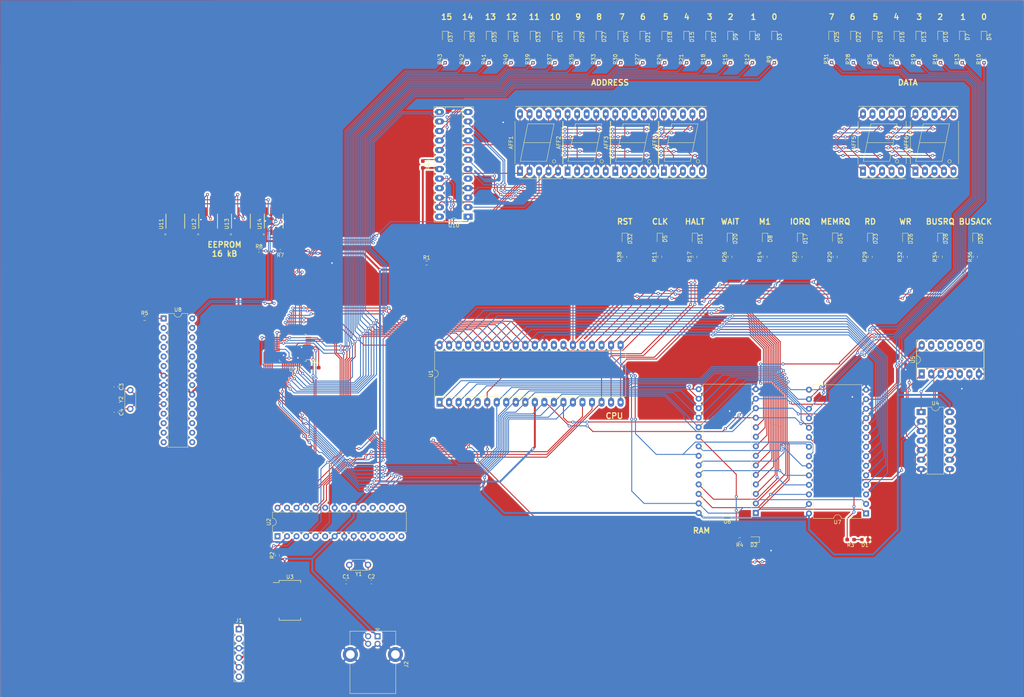
<source format=kicad_pcb>
(kicad_pcb (version 20171130) (host pcbnew "(5.1.10-1-10_14)")
  (layers (0 F.Cu signal) (31 B.Cu signal) (34 B.Paste user) (35 F.Paste user) (36 B.SilkS user) (37 F.SilkS user) (38 B.Mask user) (39 F.Mask user) (44 Edge.Cuts user))
  (net 0 "")
  (net 1 "/Hexadecimal Display/e")
  (net 2 "/Hexadecimal Display/d")
  (net 3 "Net-(AFF1-Pad3)")
  (net 4 "/Hexadecimal Display/c")
  (net 5 "/Hexadecimal Display/dp")
  (net 6 "/Hexadecimal Display/b")
  (net 7 "/Hexadecimal Display/a")
  (net 8 "/Hexadecimal Display/f")
  (net 9 "/Hexadecimal Display/g")
  (net 10 "Net-(AFF2-Pad3)")
  (net 11 "Net-(AFF3-Pad3)")
  (net 12 "Net-(AFF4-Pad3)")
  (net 13 "Net-(AFF5-Pad3)")
  (net 14 "Net-(AFF6-Pad3)")
  (net 15 "Net-(C1-Pad2)")
  (net 16 GND)
  (net 17 "Net-(C2-Pad1)")
  (net 18 "Net-(C3-Pad2)")
  (net 19 "Net-(C4-Pad1)")
  (net 20 "Net-(D1-Pad2)")
  (net 21 "Net-(D2-Pad2)")
  (net 22 "Net-(D3-Pad2)")
  (net 23 "Net-(D4-Pad2)")
  (net 24 "Net-(D5-Pad2)")
  (net 25 "Net-(D6-Pad2)")
  (net 26 "Net-(D7-Pad2)")
  (net 27 "Net-(D8-Pad2)")
  (net 28 "Net-(D9-Pad2)")
  (net 29 "Net-(D10-Pad2)")
  (net 30 "Net-(D11-Pad2)")
  (net 31 "Net-(D12-Pad2)")
  (net 32 "Net-(D13-Pad2)")
  (net 33 "Net-(D14-Pad2)")
  (net 34 "Net-(D15-Pad2)")
  (net 35 "Net-(D16-Pad2)")
  (net 36 "Net-(D17-Pad2)")
  (net 37 "Net-(D18-Pad2)")
  (net 38 "Net-(D19-Pad2)")
  (net 39 "Net-(D20-Pad2)")
  (net 40 "Net-(D21-Pad2)")
  (net 41 "Net-(D22-Pad2)")
  (net 42 "Net-(D23-Pad2)")
  (net 43 "Net-(D24-Pad2)")
  (net 44 "Net-(D25-Pad2)")
  (net 45 "Net-(D26-Pad2)")
  (net 46 "Net-(D27-Pad2)")
  (net 47 "Net-(D28-Pad2)")
  (net 48 "Net-(D29-Pad2)")
  (net 49 "Net-(D30-Pad2)")
  (net 50 "Net-(D31-Pad2)")
  (net 51 "Net-(D32-Pad2)")
  (net 52 "Net-(D33-Pad2)")
  (net 53 "Net-(D34-Pad2)")
  (net 54 "Net-(D35-Pad2)")
  (net 55 "Net-(D36-Pad2)")
  (net 56 "Net-(D37-Pad2)")
  (net 57 "Net-(J1-Pad6)")
  (net 58 /clk)
  (net 59 +5V)
  (net 60 "Net-(J1-Pad2)")
  (net 61 "Net-(J2-Pad2)")
  (net 62 /ctlbus12)
  (net 63 "Net-(R3-Pad2)")
  (net 64 "Net-(R4-Pad2)")
  (net 65 "Net-(R5-Pad2)")
  (net 66 "Net-(R6-Pad2)")
  (net 67 /dbus0)
  (net 68 /abus0)
  (net 69 /dbus1)
  (net 70 /abus1)
  (net 71 /dbus2)
  (net 72 /abus2)
  (net 73 /dbus3)
  (net 74 /abus3)
  (net 75 /dbus4)
  (net 76 /abus4)
  (net 77 /dbus5)
  (net 78 /abus5)
  (net 79 /dbus6)
  (net 80 /abus6)
  (net 81 /dbus7)
  (net 82 /abus7)
  (net 83 /ctlbus3)
  (net 84 /ctlbus5)
  (net 85 /ctlbus8)
  (net 86 /ctlbus9)
  (net 87 /ctlbus4)
  (net 88 /ctlbus6)
  (net 89 /ctlbus7)
  (net 90 /busrq)
  (net 91 /busack)
  (net 92 /abus10)
  (net 93 /abus9)
  (net 94 /abus8)
  (net 95 /ctlbus1)
  (net 96 /ctlbus2)
  (net 97 "Net-(U1-Pad28)")
  (net 98 /abus15)
  (net 99 /abus14)
  (net 100 /abus13)
  (net 101 /abus12)
  (net 102 /abus11)
  (net 103 "Net-(U2-Pad14)")
  (net 104 "Net-(U2-Pad13)")
  (net 105 "Net-(U2-Pad12)")
  (net 106 "Net-(U2-Pad11)")
  (net 107 "Net-(U2-Pad23)")
  (net 108 "Net-(U2-Pad21)")
  (net 109 "Net-(U2-Pad6)")
  (net 110 "Net-(U2-Pad19)")
  (net 111 "/IO & Bus Controller/pc_vcom_rx")
  (net 112 "Net-(U2-Pad18)")
  (net 113 "/Clock Module/pc_vcom_rx")
  (net 114 "Net-(U2-Pad17)")
  (net 115 "Net-(U2-Pad3)")
  (net 116 "Net-(U2-Pad16)")
  (net 117 "Net-(U2-Pad2)")
  (net 118 "Net-(U2-Pad15)")
  (net 119 "Net-(U3-Pad28)")
  (net 120 "Net-(U3-Pad27)")
  (net 121 "Net-(U3-Pad23)")
  (net 122 "Net-(U3-Pad22)")
  (net 123 "Net-(U3-Pad17)")
  (net 124 "Net-(J2-Pad3)")
  (net 125 "Net-(U3-Pad14)")
  (net 126 "Net-(U3-Pad13)")
  (net 127 "Net-(U3-Pad12)")
  (net 128 "Net-(U3-Pad11)")
  (net 129 "Net-(U3-Pad10)")
  (net 130 "Net-(U3-Pad9)")
  (net 131 "Net-(U3-Pad6)")
  (net 132 "Net-(U3-Pad3)")
  (net 133 "Net-(U3-Pad2)")
  (net 134 "Net-(U4-Pad6)")
  (net 135 "Net-(U4-Pad4)")
  (net 136 "Net-(U4-Pad9)")
  (net 137 "Net-(U4-Pad1)")
  (net 138 "Net-(U8-Pad14)")
  (net 139 "Net-(U8-Pad13)")
  (net 140 "Net-(U8-Pad26)")
  (net 141 "Net-(U8-Pad12)")
  (net 142 "Net-(U8-Pad25)")
  (net 143 "Net-(U8-Pad11)")
  (net 144 "Net-(U8-Pad24)")
  (net 145 "Net-(U8-Pad23)")
  (net 146 "Net-(U8-Pad21)")
  (net 147 "Net-(U8-Pad6)")
  (net 148 "Net-(U8-Pad19)")
  (net 149 "Net-(U8-Pad5)")
  (net 150 "Net-(U8-Pad18)")
  (net 151 "Net-(U8-Pad4)")
  (net 152 "Net-(U8-Pad17)")
  (net 153 "Net-(U8-Pad16)")
  (net 154 "Net-(U8-Pad15)")
  (net 155 "Net-(U9-Pad16)")
  (net 156 "/IO & Bus Controller/hexdisp_mosi")
  (net 157 "Net-(U9-Pad4)")
  (net 158 "Net-(U9-Pad3)")
  (net 159 "Net-(U9-Pad2)")
  (net 160 "Net-(U10-Pad24)")
  (net 161 "Net-(U10-Pad8)")
  (net 162 "Net-(U10-Pad5)")
  (net 163 /kb_clk)
  (net 164 /kb_data)
  (net 165 "/EEPROM module/scl")
  (net 166 "/EEPROM module/sda")
  (net 167 "Net-(U8-Pad3)")
  (net 168 "Net-(U8-Pad2)")
  (net 169 "Net-(U9-Pad12)")
  (net 170 "Net-(U9-Pad13)")
  (net 171 "/Hexadecimal Display/hexclk")
  (net 172 "/Hexadecimal Display/hexcs")
  (net 173 +3V3)
  (net 174 "Net-(R2-Pad2)")
  (net 175 "Net-(R44-Pad1)")
  (module Package_DIP:DIP-28_W7.62mm (layer F.Cu) (at 85.979 155.067 90)
    (fp_text reference U2 (at 3.81 -2.33 90) (layer F.SilkS))
    (fp_text value ATmega328-PU)
    (pad 28 thru_hole oval (at 7.62 0 90) (size 1.6 1.6) (drill 0.8) (layers *.Cu *.Mask) (net 58 /clk))
    (pad 14 thru_hole oval (at 0 33.02 90) (size 1.6 1.6) (drill 0.8) (layers *.Cu *.Mask) (net 103 "Net-(U2-Pad14)"))
    (pad 27 thru_hole oval (at 7.62 2.54 90) (size 1.6 1.6) (drill 0.8) (layers *.Cu *.Mask) (net 62 /ctlbus12))
    (pad 13 thru_hole oval (at 0 30.48 90) (size 1.6 1.6) (drill 0.8) (layers *.Cu *.Mask) (net 104 "Net-(U2-Pad13)"))
    (pad 26 thru_hole oval (at 7.62 5.08 90) (size 1.6 1.6) (drill 0.8) (layers *.Cu *.Mask) (net 84 /ctlbus5))
    (pad 12 thru_hole oval (at 0 27.94 90) (size 1.6 1.6) (drill 0.8) (layers *.Cu *.Mask) (net 105 "Net-(U2-Pad12)"))
    (pad 25 thru_hole oval (at 7.62 7.62 90) (size 1.6 1.6) (drill 0.8) (layers *.Cu *.Mask) (net 95 /ctlbus1))
    (pad 11 thru_hole oval (at 0 25.4 90) (size 1.6 1.6) (drill 0.8) (layers *.Cu *.Mask) (net 106 "Net-(U2-Pad11)"))
    (pad 24 thru_hole oval (at 7.62 10.16 90) (size 1.6 1.6) (drill 0.8) (layers *.Cu *.Mask) (net 96 /ctlbus2))
    (pad 10 thru_hole oval (at 0 22.86 90) (size 1.6 1.6) (drill 0.8) (layers *.Cu *.Mask) (net 17 "Net-(C2-Pad1)"))
    (pad 23 thru_hole oval (at 7.62 12.7 90) (size 1.6 1.6) (drill 0.8) (layers *.Cu *.Mask) (net 107 "Net-(U2-Pad23)"))
    (pad 9 thru_hole oval (at 0 20.32 90) (size 1.6 1.6) (drill 0.8) (layers *.Cu *.Mask) (net 15 "Net-(C1-Pad2)"))
    (pad 22 thru_hole oval (at 7.62 15.24 90) (size 1.6 1.6) (drill 0.8) (layers *.Cu *.Mask) (net 16 GND))
    (pad 8 thru_hole oval (at 0 17.78 90) (size 1.6 1.6) (drill 0.8) (layers *.Cu *.Mask) (net 16 GND))
    (pad 21 thru_hole oval (at 7.62 17.78 90) (size 1.6 1.6) (drill 0.8) (layers *.Cu *.Mask) (net 108 "Net-(U2-Pad21)"))
    (pad 7 thru_hole oval (at 0 15.24 90) (size 1.6 1.6) (drill 0.8) (layers *.Cu *.Mask) (net 59 +5V))
    (pad 20 thru_hole oval (at 7.62 20.32 90) (size 1.6 1.6) (drill 0.8) (layers *.Cu *.Mask) (net 59 +5V))
    (pad 6 thru_hole oval (at 0 12.7 90) (size 1.6 1.6) (drill 0.8) (layers *.Cu *.Mask) (net 109 "Net-(U2-Pad6)"))
    (pad 19 thru_hole oval (at 7.62 22.86 90) (size 1.6 1.6) (drill 0.8) (layers *.Cu *.Mask) (net 110 "Net-(U2-Pad19)"))
    (pad 5 thru_hole oval (at 0 10.16 90) (size 1.6 1.6) (drill 0.8) (layers *.Cu *.Mask) (net 111 "/IO & Bus Controller/pc_vcom_rx"))
    (pad 18 thru_hole oval (at 7.62 25.4 90) (size 1.6 1.6) (drill 0.8) (layers *.Cu *.Mask) (net 112 "Net-(U2-Pad18)"))
    (pad 4 thru_hole oval (at 0 7.62 90) (size 1.6 1.6) (drill 0.8) (layers *.Cu *.Mask) (net 113 "/Clock Module/pc_vcom_rx"))
    (pad 17 thru_hole oval (at 7.62 27.94 90) (size 1.6 1.6) (drill 0.8) (layers *.Cu *.Mask) (net 114 "Net-(U2-Pad17)"))
    (pad 3 thru_hole oval (at 0 5.08 90) (size 1.6 1.6) (drill 0.8) (layers *.Cu *.Mask) (net 115 "Net-(U2-Pad3)"))
    (pad 16 thru_hole oval (at 7.62 30.48 90) (size 1.6 1.6) (drill 0.8) (layers *.Cu *.Mask) (net 116 "Net-(U2-Pad16)"))
    (pad 2 thru_hole oval (at 0 2.54 90) (size 1.6 1.6) (drill 0.8) (layers *.Cu *.Mask) (net 117 "Net-(U2-Pad2)"))
    (pad 15 thru_hole oval (at 7.62 33.02 90) (size 1.6 1.6) (drill 0.8) (layers *.Cu *.Mask) (net 118 "Net-(U2-Pad15)"))
    (pad 1 thru_hole rect (at 0 0 90) (size 1.6 1.6) (drill 0.8) (layers *.Cu *.Mask) (net 174 "Net-(R2-Pad2)"))
  )
  (module Package_QFP:LQFP-48_7x7mm_P0.5mm (layer F.Cu) (at 90.043 104.775 180)
    (fp_text reference U9 (at 0 -5.85) (layer F.SilkS))
    (fp_text value STM32F072C8Tx)
    (pad 48 smd roundrect (at -2.75 -4.1625 180) (size 0.3 1.475) (layers F.Cu F.Paste F.Mask) (net 173 +3V3))
    (pad 47 smd roundrect (at -2.25 -4.1625 180) (size 0.3 1.475) (layers F.Cu F.Paste F.Mask) (net 16 GND))
    (pad 46 smd roundrect (at -1.75 -4.1625 180) (size 0.3 1.475) (layers F.Cu F.Paste F.Mask) (net 93 /abus9))
    (pad 45 smd roundrect (at -1.25 -4.1625 180) (size 0.3 1.475) (layers F.Cu F.Paste F.Mask) (net 94 /abus8))
    (pad 44 smd roundrect (at -0.75 -4.1625 180) (size 0.3 1.475) (layers F.Cu F.Paste F.Mask) (net 16 GND))
    (pad 43 smd roundrect (at -0.25 -4.1625 180) (size 0.3 1.475) (layers F.Cu F.Paste F.Mask) (net 82 /abus7))
    (pad 42 smd roundrect (at 0.25 -4.1625 180) (size 0.3 1.475) (layers F.Cu F.Paste F.Mask) (net 80 /abus6))
    (pad 41 smd roundrect (at 0.75 -4.1625 180) (size 0.3 1.475) (layers F.Cu F.Paste F.Mask) (net 78 /abus5))
    (pad 40 smd roundrect (at 1.25 -4.1625 180) (size 0.3 1.475) (layers F.Cu F.Paste F.Mask) (net 76 /abus4))
    (pad 39 smd roundrect (at 1.75 -4.1625 180) (size 0.3 1.475) (layers F.Cu F.Paste F.Mask) (net 74 /abus3))
    (pad 38 smd roundrect (at 2.25 -4.1625 180) (size 0.3 1.475) (layers F.Cu F.Paste F.Mask) (net 81 /dbus7))
    (pad 37 smd roundrect (at 2.75 -4.1625 180) (size 0.3 1.475) (layers F.Cu F.Paste F.Mask) (net 79 /dbus6))
    (pad 36 smd roundrect (at 4.1625 -2.75 180) (size 1.475 0.3) (layers F.Cu F.Paste F.Mask) (net 173 +3V3))
    (pad 35 smd roundrect (at 4.1625 -2.25 180) (size 1.475 0.3) (layers F.Cu F.Paste F.Mask) (net 16 GND))
    (pad 34 smd roundrect (at 4.1625 -1.75 180) (size 1.475 0.3) (layers F.Cu F.Paste F.Mask) (net 77 /dbus5))
    (pad 33 smd roundrect (at 4.1625 -1.25 180) (size 1.475 0.3) (layers F.Cu F.Paste F.Mask) (net 75 /dbus4))
    (pad 32 smd roundrect (at 4.1625 -0.75 180) (size 1.475 0.3) (layers F.Cu F.Paste F.Mask) (net 73 /dbus3))
    (pad 31 smd roundrect (at 4.1625 -0.25 180) (size 1.475 0.3) (layers F.Cu F.Paste F.Mask) (net 71 /dbus2))
    (pad 30 smd roundrect (at 4.1625 0.25 180) (size 1.475 0.3) (layers F.Cu F.Paste F.Mask) (net 69 /dbus1))
    (pad 29 smd roundrect (at 4.1625 0.75 180) (size 1.475 0.3) (layers F.Cu F.Paste F.Mask) (net 67 /dbus0))
    (pad 28 smd roundrect (at 4.1625 1.25 180) (size 1.475 0.3) (layers F.Cu F.Paste F.Mask) (net 98 /abus15))
    (pad 27 smd roundrect (at 4.1625 1.75 180) (size 1.475 0.3) (layers F.Cu F.Paste F.Mask) (net 99 /abus14))
    (pad 26 smd roundrect (at 4.1625 2.25 180) (size 1.475 0.3) (layers F.Cu F.Paste F.Mask) (net 100 /abus13))
    (pad 25 smd roundrect (at 4.1625 2.75 180) (size 1.475 0.3) (layers F.Cu F.Paste F.Mask) (net 101 /abus12))
    (pad 24 smd roundrect (at 2.75 4.1625 180) (size 0.3 1.475) (layers F.Cu F.Paste F.Mask) (net 173 +3V3))
    (pad 23 smd roundrect (at 2.25 4.1625 180) (size 0.3 1.475) (layers F.Cu F.Paste F.Mask) (net 16 GND))
    (pad 22 smd roundrect (at 1.75 4.1625 180) (size 0.3 1.475) (layers F.Cu F.Paste F.Mask) (net 102 /abus11))
    (pad 21 smd roundrect (at 1.25 4.1625 180) (size 0.3 1.475) (layers F.Cu F.Paste F.Mask) (net 92 /abus10))
    (pad 20 smd roundrect (at 0.75 4.1625 180) (size 0.3 1.475) (layers F.Cu F.Paste F.Mask) (net 72 /abus2))
    (pad 19 smd roundrect (at 0.25 4.1625 180) (size 0.3 1.475) (layers F.Cu F.Paste F.Mask) (net 70 /abus1))
    (pad 18 smd roundrect (at -0.25 4.1625 180) (size 0.3 1.475) (layers F.Cu F.Paste F.Mask) (net 68 /abus0))
    (pad 17 smd roundrect (at -0.75 4.1625 180) (size 0.3 1.475) (layers F.Cu F.Paste F.Mask) (net 156 "/IO & Bus Controller/hexdisp_mosi"))
    (pad 16 smd roundrect (at -1.25 4.1625 180) (size 0.3 1.475) (layers F.Cu F.Paste F.Mask) (net 155 "Net-(U9-Pad16)"))
    (pad 15 smd roundrect (at -1.75 4.1625 180) (size 0.3 1.475) (layers F.Cu F.Paste F.Mask) (net 171 "/Hexadecimal Display/hexclk"))
    (pad 14 smd roundrect (at -2.25 4.1625 180) (size 0.3 1.475) (layers F.Cu F.Paste F.Mask) (net 172 "/Hexadecimal Display/hexcs"))
    (pad 13 smd roundrect (at -2.75 4.1625 180) (size 0.3 1.475) (layers F.Cu F.Paste F.Mask) (net 170 "Net-(U9-Pad13)"))
    (pad 12 smd roundrect (at -4.1625 2.75 180) (size 1.475 0.3) (layers F.Cu F.Paste F.Mask) (net 169 "Net-(U9-Pad12)"))
    (pad 11 smd roundrect (at -4.1625 2.25 180) (size 1.475 0.3) (layers F.Cu F.Paste F.Mask) (net 111 "/IO & Bus Controller/pc_vcom_rx"))
    (pad 10 smd roundrect (at -4.1625 1.75 180) (size 1.475 0.3) (layers F.Cu F.Paste F.Mask) (net 113 "/Clock Module/pc_vcom_rx"))
    (pad 9 smd roundrect (at -4.1625 1.25 180) (size 1.475 0.3) (layers F.Cu F.Paste F.Mask) (net 173 +3V3))
    (pad 8 smd roundrect (at -4.1625 0.75 180) (size 1.475 0.3) (layers F.Cu F.Paste F.Mask) (net 16 GND))
    (pad 7 smd roundrect (at -4.1625 0.25 180) (size 1.475 0.3) (layers F.Cu F.Paste F.Mask) (net 66 "Net-(R6-Pad2)"))
    (pad 6 smd roundrect (at -4.1625 -0.25 180) (size 1.475 0.3) (layers F.Cu F.Paste F.Mask) (net 164 /kb_data))
    (pad 5 smd roundrect (at -4.1625 -0.75 180) (size 1.475 0.3) (layers F.Cu F.Paste F.Mask) (net 163 /kb_clk))
    (pad 4 smd roundrect (at -4.1625 -1.25 180) (size 1.475 0.3) (layers F.Cu F.Paste F.Mask) (net 157 "Net-(U9-Pad4)"))
    (pad 3 smd roundrect (at -4.1625 -1.75 180) (size 1.475 0.3) (layers F.Cu F.Paste F.Mask) (net 158 "Net-(U9-Pad3)"))
    (pad 2 smd roundrect (at -4.1625 -2.25 180) (size 1.475 0.3) (layers F.Cu F.Paste F.Mask) (net 159 "Net-(U9-Pad2)"))
    (pad 1 smd roundrect (at -4.1625 -2.75 180) (size 1.475 0.3) (layers F.Cu F.Paste F.Mask) (net 173 +3V3))
  )
  (module CAT24C32WI-GT3:SOIC127P600X175-8N (layer F.Cu) (at 84.963 71.0057 90)
    (fp_text reference U14 (at -0.731325 -3.766835 90) (layer F.SilkS) (effects (font (size 1.001819 1.001819))))
    (fp_text value CAT24C32WI-GT3)
    (pad 5 smd rect (at 2.6 1.905 90) (size 2.2 0.6) (layers F.Cu F.Paste F.Mask) (net 166 "/EEPROM module/sda"))
    (pad 6 smd rect (at 2.6 0.635 90) (size 2.2 0.6) (layers F.Cu F.Paste F.Mask) (net 165 "/EEPROM module/scl"))
    (pad 8 smd rect (at 2.6 -1.905 90) (size 2.2 0.6) (layers F.Cu F.Paste F.Mask) (net 59 +5V))
    (pad 4 smd rect (at -2.6 1.905 90) (size 2.2 0.6) (layers F.Cu F.Paste F.Mask) (net 16 GND))
    (pad 3 smd rect (at -2.6 0.635 90) (size 2.2 0.6) (layers F.Cu F.Paste F.Mask) (net 16 GND))
    (pad 1 smd rect (at -2.6 -1.905 90) (size 2.2 0.6) (layers F.Cu F.Paste F.Mask) (net 59 +5V))
    (pad 7 smd rect (at 2.6 -0.635 90) (size 2.2 0.6) (layers F.Cu F.Paste F.Mask) (net 16 GND))
    (pad 2 smd rect (at -2.6 -0.635 90) (size 2.2 0.6) (layers F.Cu F.Paste F.Mask) (net 59 +5V))
  )
  (module CAT24C32WI-GT3:SOIC127P600X175-8N (layer F.Cu) (at 76.221166 71.0057 90)
    (fp_text reference U13 (at -0.731325 -3.766835 90) (layer F.SilkS) (effects (font (size 1.001819 1.001819))))
    (fp_text value CAT24C32WI-GT3)
    (pad 5 smd rect (at 2.6 1.905 90) (size 2.2 0.6) (layers F.Cu F.Paste F.Mask) (net 166 "/EEPROM module/sda"))
    (pad 6 smd rect (at 2.6 0.635 90) (size 2.2 0.6) (layers F.Cu F.Paste F.Mask) (net 165 "/EEPROM module/scl"))
    (pad 8 smd rect (at 2.6 -1.905 90) (size 2.2 0.6) (layers F.Cu F.Paste F.Mask) (net 59 +5V))
    (pad 4 smd rect (at -2.6 1.905 90) (size 2.2 0.6) (layers F.Cu F.Paste F.Mask) (net 16 GND))
    (pad 3 smd rect (at -2.6 0.635 90) (size 2.2 0.6) (layers F.Cu F.Paste F.Mask) (net 16 GND))
    (pad 1 smd rect (at -2.6 -1.905 90) (size 2.2 0.6) (layers F.Cu F.Paste F.Mask) (net 16 GND))
    (pad 7 smd rect (at 2.6 -0.635 90) (size 2.2 0.6) (layers F.Cu F.Paste F.Mask) (net 16 GND))
    (pad 2 smd rect (at -2.6 -0.635 90) (size 2.2 0.6) (layers F.Cu F.Paste F.Mask) (net 59 +5V))
  )
  (module CAT24C32WI-GT3:SOIC127P600X175-8N (layer F.Cu) (at 67.479333 71.0057 90)
    (fp_text reference U12 (at -0.731325 -3.766835 90) (layer F.SilkS) (effects (font (size 1.001819 1.001819))))
    (fp_text value CAT24C32WI-GT3)
    (pad 5 smd rect (at 2.6 1.905 90) (size 2.2 0.6) (layers F.Cu F.Paste F.Mask) (net 166 "/EEPROM module/sda"))
    (pad 6 smd rect (at 2.6 0.635 90) (size 2.2 0.6) (layers F.Cu F.Paste F.Mask) (net 165 "/EEPROM module/scl"))
    (pad 8 smd rect (at 2.6 -1.905 90) (size 2.2 0.6) (layers F.Cu F.Paste F.Mask) (net 59 +5V))
    (pad 4 smd rect (at -2.6 1.905 90) (size 2.2 0.6) (layers F.Cu F.Paste F.Mask) (net 16 GND))
    (pad 3 smd rect (at -2.6 0.635 90) (size 2.2 0.6) (layers F.Cu F.Paste F.Mask) (net 16 GND))
    (pad 1 smd rect (at -2.6 -1.905 90) (size 2.2 0.6) (layers F.Cu F.Paste F.Mask) (net 59 +5V))
    (pad 7 smd rect (at 2.6 -0.635 90) (size 2.2 0.6) (layers F.Cu F.Paste F.Mask) (net 16 GND))
    (pad 2 smd rect (at -2.6 -0.635 90) (size 2.2 0.6) (layers F.Cu F.Paste F.Mask) (net 16 GND))
  )
  (module CAT24C32WI-GT3:SOIC127P600X175-8N (layer F.Cu) (at 58.7375 71.0057 90)
    (fp_text reference U11 (at -0.731325 -3.766835 90) (layer F.SilkS) (effects (font (size 1.001819 1.001819))))
    (fp_text value CAT24C32WI-GT3)
    (pad 5 smd rect (at 2.6 1.905 90) (size 2.2 0.6) (layers F.Cu F.Paste F.Mask) (net 166 "/EEPROM module/sda"))
    (pad 6 smd rect (at 2.6 0.635 90) (size 2.2 0.6) (layers F.Cu F.Paste F.Mask) (net 165 "/EEPROM module/scl"))
    (pad 8 smd rect (at 2.6 -1.905 90) (size 2.2 0.6) (layers F.Cu F.Paste F.Mask) (net 59 +5V))
    (pad 4 smd rect (at -2.6 1.905 90) (size 2.2 0.6) (layers F.Cu F.Paste F.Mask) (net 16 GND))
    (pad 3 smd rect (at -2.6 0.635 90) (size 2.2 0.6) (layers F.Cu F.Paste F.Mask) (net 16 GND))
    (pad 1 smd rect (at -2.6 -1.905 90) (size 2.2 0.6) (layers F.Cu F.Paste F.Mask) (net 16 GND))
    (pad 7 smd rect (at 2.6 -0.635 90) (size 2.2 0.6) (layers F.Cu F.Paste F.Mask) (net 16 GND))
    (pad 2 smd rect (at -2.6 -0.635 90) (size 2.2 0.6) (layers F.Cu F.Paste F.Mask) (net 16 GND))
  )
  (module Resistor_SMD:R_0603_1608Metric_Pad0.98x0.95mm_HandSolder (layer F.Cu) (at 96.0374 110.0836)
    (fp_text reference R6 (at 0 -1.43) (layer F.SilkS))
    (fp_text value R)
    (pad 2 smd roundrect (at 0.9125 0) (size 0.975 0.95) (layers F.Cu F.Paste F.Mask) (net 66 "Net-(R6-Pad2)"))
    (pad 1 smd roundrect (at -0.9125 0) (size 0.975 0.95) (layers F.Cu F.Paste F.Mask) (net 173 +3V3))
  )
  (module Resistor_SMD:R_0402_1005Metric_Pad0.72x0.64mm_HandSolder (layer F.Cu) (at 81.0514 78.9178)
    (fp_text reference R8 (at 0 -1.17) (layer F.SilkS))
    (fp_text value 4.7k)
    (pad 1 smd roundrect (at -0.5975 0) (size 0.715 0.64) (layers F.Cu F.Paste F.Mask) (net 59 +5V))
    (pad 2 smd roundrect (at 0.5975 0) (size 0.715 0.64) (layers F.Cu F.Paste F.Mask) (net 165 "/EEPROM module/scl"))
  )
  (module Resistor_SMD:R_0402_1005Metric_Pad0.72x0.64mm_HandSolder (layer F.Cu) (at 86.741 78.9178 180)
    (fp_text reference R7 (at 0 -1.17) (layer F.SilkS))
    (fp_text value 4.7k)
    (pad 1 smd roundrect (at -0.5975 0 180) (size 0.715 0.64) (layers F.Cu F.Paste F.Mask) (net 59 +5V))
    (pad 2 smd roundrect (at 0.5975 0 180) (size 0.715 0.64) (layers F.Cu F.Paste F.Mask) (net 166 "/EEPROM module/sda"))
  )
  (module Package_DIP:DIP-28_W15.24mm (layer F.Cu) (at 213.487 148.844 180)
    (fp_text reference U6 (at 7.62 -2.33) (layer F.SilkS))
    (fp_text value CY62256-70PC)
    (pad 1 thru_hole rect (at 0 0 180) (size 1.6 1.6) (drill 0.8) (layers *.Cu *.Mask) (net 99 /abus14))
    (pad 15 thru_hole oval (at 15.24 33.02 180) (size 1.6 1.6) (drill 0.8) (layers *.Cu *.Mask) (net 73 /dbus3))
    (pad 2 thru_hole oval (at 0 2.54 180) (size 1.6 1.6) (drill 0.8) (layers *.Cu *.Mask) (net 101 /abus12))
    (pad 16 thru_hole oval (at 15.24 30.48 180) (size 1.6 1.6) (drill 0.8) (layers *.Cu *.Mask) (net 75 /dbus4))
    (pad 3 thru_hole oval (at 0 5.08 180) (size 1.6 1.6) (drill 0.8) (layers *.Cu *.Mask) (net 82 /abus7))
    (pad 17 thru_hole oval (at 15.24 27.94 180) (size 1.6 1.6) (drill 0.8) (layers *.Cu *.Mask) (net 77 /dbus5))
    (pad 4 thru_hole oval (at 0 7.62 180) (size 1.6 1.6) (drill 0.8) (layers *.Cu *.Mask) (net 80 /abus6))
    (pad 18 thru_hole oval (at 15.24 25.4 180) (size 1.6 1.6) (drill 0.8) (layers *.Cu *.Mask) (net 79 /dbus6))
    (pad 5 thru_hole oval (at 0 10.16 180) (size 1.6 1.6) (drill 0.8) (layers *.Cu *.Mask) (net 78 /abus5))
    (pad 19 thru_hole oval (at 15.24 22.86 180) (size 1.6 1.6) (drill 0.8) (layers *.Cu *.Mask) (net 81 /dbus7))
    (pad 6 thru_hole oval (at 0 12.7 180) (size 1.6 1.6) (drill 0.8) (layers *.Cu *.Mask) (net 76 /abus4))
    (pad 20 thru_hole oval (at 15.24 20.32 180) (size 1.6 1.6) (drill 0.8) (layers *.Cu *.Mask) (net 64 "Net-(R4-Pad2)"))
    (pad 7 thru_hole oval (at 0 15.24 180) (size 1.6 1.6) (drill 0.8) (layers *.Cu *.Mask) (net 74 /abus3))
    (pad 21 thru_hole oval (at 15.24 17.78 180) (size 1.6 1.6) (drill 0.8) (layers *.Cu *.Mask) (net 92 /abus10))
    (pad 8 thru_hole oval (at 0 17.78 180) (size 1.6 1.6) (drill 0.8) (layers *.Cu *.Mask) (net 72 /abus2))
    (pad 22 thru_hole oval (at 15.24 15.24 180) (size 1.6 1.6) (drill 0.8) (layers *.Cu *.Mask) (net 88 /ctlbus6))
    (pad 9 thru_hole oval (at 0 20.32 180) (size 1.6 1.6) (drill 0.8) (layers *.Cu *.Mask) (net 70 /abus1))
    (pad 23 thru_hole oval (at 15.24 12.7 180) (size 1.6 1.6) (drill 0.8) (layers *.Cu *.Mask) (net 102 /abus11))
    (pad 10 thru_hole oval (at 0 22.86 180) (size 1.6 1.6) (drill 0.8) (layers *.Cu *.Mask) (net 68 /abus0))
    (pad 24 thru_hole oval (at 15.24 10.16 180) (size 1.6 1.6) (drill 0.8) (layers *.Cu *.Mask) (net 93 /abus9))
    (pad 11 thru_hole oval (at 0 25.4 180) (size 1.6 1.6) (drill 0.8) (layers *.Cu *.Mask) (net 67 /dbus0))
    (pad 25 thru_hole oval (at 15.24 7.62 180) (size 1.6 1.6) (drill 0.8) (layers *.Cu *.Mask) (net 94 /abus8))
    (pad 12 thru_hole oval (at 0 27.94 180) (size 1.6 1.6) (drill 0.8) (layers *.Cu *.Mask) (net 69 /dbus1))
    (pad 26 thru_hole oval (at 15.24 5.08 180) (size 1.6 1.6) (drill 0.8) (layers *.Cu *.Mask) (net 100 /abus13))
    (pad 13 thru_hole oval (at 0 30.48 180) (size 1.6 1.6) (drill 0.8) (layers *.Cu *.Mask) (net 71 /dbus2))
    (pad 27 thru_hole oval (at 15.24 2.54 180) (size 1.6 1.6) (drill 0.8) (layers *.Cu *.Mask) (net 89 /ctlbus7))
    (pad 14 thru_hole oval (at 0 33.02 180) (size 1.6 1.6) (drill 0.8) (layers *.Cu *.Mask) (net 16 GND))
    (pad 28 thru_hole oval (at 15.24 0 180) (size 1.6 1.6) (drill 0.8) (layers *.Cu *.Mask) (net 59 +5V))
  )
  (module Diode_SMD:D_0603_1608Metric (layer F.Cu) (at 178.562 75.698999 270)
    (fp_text reference D32 (at 0 -1.43 90) (layer F.SilkS))
    (fp_text value LED)
    (pad 2 smd roundrect (at 0.7875 0 270) (size 0.875 0.95) (layers F.Cu F.Paste F.Mask) (net 51 "Net-(D32-Pad2)"))
    (pad 1 smd roundrect (at -0.7875 0 270) (size 0.875 0.95) (layers F.Cu F.Paste F.Mask) (net 16 GND))
  )
  (module Diode_SMD:D_0603_1608Metric (layer F.Cu) (at 272.034 75.698999 270)
    (fp_text reference D30 (at 0 -1.43 90) (layer F.SilkS))
    (fp_text value LED)
    (pad 2 smd roundrect (at 0.7875 0 270) (size 0.875 0.95) (layers F.Cu F.Paste F.Mask) (net 49 "Net-(D30-Pad2)"))
    (pad 1 smd roundrect (at -0.7875 0 270) (size 0.875 0.95) (layers F.Cu F.Paste F.Mask) (net 16 GND))
  )
  (module Diode_SMD:D_0603_1608Metric (layer F.Cu) (at 262.6868 75.698999 270)
    (fp_text reference D28 (at 0 -1.43 90) (layer F.SilkS))
    (fp_text value LED)
    (pad 2 smd roundrect (at 0.7875 0 270) (size 0.875 0.95) (layers F.Cu F.Paste F.Mask) (net 47 "Net-(D28-Pad2)"))
    (pad 1 smd roundrect (at -0.7875 0 270) (size 0.875 0.95) (layers F.Cu F.Paste F.Mask) (net 16 GND))
  )
  (module Diode_SMD:D_0603_1608Metric (layer F.Cu) (at 253.3396 75.698999 270)
    (fp_text reference D26 (at 0 -1.43 90) (layer F.SilkS))
    (fp_text value LED)
    (pad 2 smd roundrect (at 0.7875 0 270) (size 0.875 0.95) (layers F.Cu F.Paste F.Mask) (net 45 "Net-(D26-Pad2)"))
    (pad 1 smd roundrect (at -0.7875 0 270) (size 0.875 0.95) (layers F.Cu F.Paste F.Mask) (net 16 GND))
  )
  (module Diode_SMD:D_0603_1608Metric (layer F.Cu) (at 243.9924 75.698999 270)
    (fp_text reference D23 (at 0 -1.43 90) (layer F.SilkS))
    (fp_text value LED)
    (pad 2 smd roundrect (at 0.7875 0 270) (size 0.875 0.95) (layers F.Cu F.Paste F.Mask) (net 42 "Net-(D23-Pad2)"))
    (pad 1 smd roundrect (at -0.7875 0 270) (size 0.875 0.95) (layers F.Cu F.Paste F.Mask) (net 16 GND))
  )
  (module Diode_SMD:D_0603_1608Metric (layer F.Cu) (at 206.6036 75.698999 270)
    (fp_text reference D20 (at 0 -1.43 90) (layer F.SilkS))
    (fp_text value LED)
    (pad 2 smd roundrect (at 0.7875 0 270) (size 0.875 0.95) (layers F.Cu F.Paste F.Mask) (net 39 "Net-(D20-Pad2)"))
    (pad 1 smd roundrect (at -0.7875 0 270) (size 0.875 0.95) (layers F.Cu F.Paste F.Mask) (net 16 GND))
  )
  (module Diode_SMD:D_0603_1608Metric (layer F.Cu) (at 225.298 75.698999 270)
    (fp_text reference D17 (at 0 -1.43 90) (layer F.SilkS))
    (fp_text value LED)
    (pad 2 smd roundrect (at 0.7875 0 270) (size 0.875 0.95) (layers F.Cu F.Paste F.Mask) (net 36 "Net-(D17-Pad2)"))
    (pad 1 smd roundrect (at -0.7875 0 270) (size 0.875 0.95) (layers F.Cu F.Paste F.Mask) (net 16 GND))
  )
  (module Diode_SMD:D_0603_1608Metric (layer F.Cu) (at 234.6452 75.635499 270)
    (fp_text reference D14 (at 0 -1.43 90) (layer F.SilkS))
    (fp_text value LED)
    (pad 2 smd roundrect (at 0.7875 0 270) (size 0.875 0.95) (layers F.Cu F.Paste F.Mask) (net 33 "Net-(D14-Pad2)"))
    (pad 1 smd roundrect (at -0.7875 0 270) (size 0.875 0.95) (layers F.Cu F.Paste F.Mask) (net 16 GND))
  )
  (module Diode_SMD:D_0603_1608Metric (layer F.Cu) (at 197.2564 75.698999 270)
    (fp_text reference D11 (at 0 -1.43 90) (layer F.SilkS))
    (fp_text value LED)
    (pad 2 smd roundrect (at 0.7875 0 270) (size 0.875 0.95) (layers F.Cu F.Paste F.Mask) (net 30 "Net-(D11-Pad2)"))
    (pad 1 smd roundrect (at -0.7875 0 270) (size 0.875 0.95) (layers F.Cu F.Paste F.Mask) (net 16 GND))
  )
  (module Diode_SMD:D_0603_1608Metric (layer F.Cu) (at 215.9508 75.698999 270)
    (fp_text reference D8 (at 0 -1.43 90) (layer F.SilkS))
    (fp_text value LED)
    (pad 2 smd roundrect (at 0.7875 0 270) (size 0.875 0.95) (layers F.Cu F.Paste F.Mask) (net 27 "Net-(D8-Pad2)"))
    (pad 1 smd roundrect (at -0.7875 0 270) (size 0.875 0.95) (layers F.Cu F.Paste F.Mask) (net 16 GND))
  )
  (module Diode_SMD:D_0603_1608Metric (layer F.Cu) (at 187.9092 75.698999 270)
    (fp_text reference D5 (at 0 -1.43 90) (layer F.SilkS))
    (fp_text value LED)
    (pad 2 smd roundrect (at 0.7875 0 270) (size 0.875 0.95) (layers F.Cu F.Paste F.Mask) (net 24 "Net-(D5-Pad2)"))
    (pad 1 smd roundrect (at -0.7875 0 270) (size 0.875 0.95) (layers F.Cu F.Paste F.Mask) (net 16 GND))
  )
  (module Diode_SMD:D_0603_1608Metric (layer F.Cu) (at 130.683 21.844 270)
    (fp_text reference D37 (at 0 -1.43 90) (layer F.SilkS))
    (fp_text value LED)
    (pad 2 smd roundrect (at 0.7875 0 270) (size 0.875 0.95) (layers F.Cu F.Paste F.Mask) (net 56 "Net-(D37-Pad2)"))
    (pad 1 smd roundrect (at -0.7875 0 270) (size 0.875 0.95) (layers F.Cu F.Paste F.Mask) (net 16 GND))
  )
  (module Diode_SMD:D_0603_1608Metric (layer F.Cu) (at 136.533466 21.844 270)
    (fp_text reference D36 (at 0 -1.43 90) (layer F.SilkS))
    (fp_text value LED)
    (pad 2 smd roundrect (at 0.7875 0 270) (size 0.875 0.95) (layers F.Cu F.Paste F.Mask) (net 55 "Net-(D36-Pad2)"))
    (pad 1 smd roundrect (at -0.7875 0 270) (size 0.875 0.95) (layers F.Cu F.Paste F.Mask) (net 16 GND))
  )
  (module Diode_SMD:D_0603_1608Metric (layer F.Cu) (at 142.383932 21.844 270)
    (fp_text reference D35 (at 0 -1.43 90) (layer F.SilkS))
    (fp_text value LED)
    (pad 2 smd roundrect (at 0.7875 0 270) (size 0.875 0.95) (layers F.Cu F.Paste F.Mask) (net 54 "Net-(D35-Pad2)"))
    (pad 1 smd roundrect (at -0.7875 0 270) (size 0.875 0.95) (layers F.Cu F.Paste F.Mask) (net 16 GND))
  )
  (module Diode_SMD:D_0603_1608Metric (layer F.Cu) (at 148.234398 21.844 270)
    (fp_text reference D34 (at 0 -1.43 90) (layer F.SilkS))
    (fp_text value LED)
    (pad 2 smd roundrect (at 0.7875 0 270) (size 0.875 0.95) (layers F.Cu F.Paste F.Mask) (net 53 "Net-(D34-Pad2)"))
    (pad 1 smd roundrect (at -0.7875 0 270) (size 0.875 0.95) (layers F.Cu F.Paste F.Mask) (net 16 GND))
  )
  (module Diode_SMD:D_0603_1608Metric (layer F.Cu) (at 154.084864 21.844 270)
    (fp_text reference D33 (at 0 -1.43 90) (layer F.SilkS))
    (fp_text value LED)
    (pad 2 smd roundrect (at 0.7875 0 270) (size 0.875 0.95) (layers F.Cu F.Paste F.Mask) (net 52 "Net-(D33-Pad2)"))
    (pad 1 smd roundrect (at -0.7875 0 270) (size 0.875 0.95) (layers F.Cu F.Paste F.Mask) (net 16 GND))
  )
  (module Diode_SMD:D_0603_1608Metric (layer F.Cu) (at 159.93533 21.844 270)
    (fp_text reference D31 (at 0 -1.43 90) (layer F.SilkS))
    (fp_text value LED)
    (pad 2 smd roundrect (at 0.7875 0 270) (size 0.875 0.95) (layers F.Cu F.Paste F.Mask) (net 50 "Net-(D31-Pad2)"))
    (pad 1 smd roundrect (at -0.7875 0 270) (size 0.875 0.95) (layers F.Cu F.Paste F.Mask) (net 16 GND))
  )
  (module Diode_SMD:D_0603_1608Metric (layer F.Cu) (at 165.785796 21.844 270)
    (fp_text reference D29 (at 0 -1.43 90) (layer F.SilkS))
    (fp_text value LED)
    (pad 2 smd roundrect (at 0.7875 0 270) (size 0.875 0.95) (layers F.Cu F.Paste F.Mask) (net 48 "Net-(D29-Pad2)"))
    (pad 1 smd roundrect (at -0.7875 0 270) (size 0.875 0.95) (layers F.Cu F.Paste F.Mask) (net 16 GND))
  )
  (module Diode_SMD:D_0603_1608Metric (layer F.Cu) (at 171.636262 21.844 270)
    (fp_text reference D27 (at 0 -1.43 90) (layer F.SilkS))
    (fp_text value LED)
    (pad 2 smd roundrect (at 0.7875 0 270) (size 0.875 0.95) (layers F.Cu F.Paste F.Mask) (net 46 "Net-(D27-Pad2)"))
    (pad 1 smd roundrect (at -0.7875 0 270) (size 0.875 0.95) (layers F.Cu F.Paste F.Mask) (net 16 GND))
  )
  (module Diode_SMD:D_0603_1608Metric (layer F.Cu) (at 233.68 21.844 270)
    (fp_text reference D25 (at 0 -1.43 90) (layer F.SilkS))
    (fp_text value LED)
    (pad 2 smd roundrect (at 0.7875 0 270) (size 0.875 0.95) (layers F.Cu F.Paste F.Mask) (net 44 "Net-(D25-Pad2)"))
    (pad 1 smd roundrect (at -0.7875 0 270) (size 0.875 0.95) (layers F.Cu F.Paste F.Mask) (net 16 GND))
  )
  (module Diode_SMD:D_0603_1608Metric (layer F.Cu) (at 177.486728 21.844 270)
    (fp_text reference D24 (at 0 -1.43 90) (layer F.SilkS))
    (fp_text value LED)
    (pad 2 smd roundrect (at 0.7875 0 270) (size 0.875 0.95) (layers F.Cu F.Paste F.Mask) (net 43 "Net-(D24-Pad2)"))
    (pad 1 smd roundrect (at -0.7875 0 270) (size 0.875 0.95) (layers F.Cu F.Paste F.Mask) (net 16 GND))
  )
  (module Diode_SMD:D_0603_1608Metric (layer F.Cu) (at 239.485714 21.844 270)
    (fp_text reference D22 (at 0 -1.43 90) (layer F.SilkS))
    (fp_text value LED)
    (pad 2 smd roundrect (at 0.7875 0 270) (size 0.875 0.95) (layers F.Cu F.Paste F.Mask) (net 41 "Net-(D22-Pad2)"))
    (pad 1 smd roundrect (at -0.7875 0 270) (size 0.875 0.95) (layers F.Cu F.Paste F.Mask) (net 16 GND))
  )
  (module Diode_SMD:D_0603_1608Metric (layer F.Cu) (at 183.337194 21.844 270)
    (fp_text reference D21 (at 0 -1.43 90) (layer F.SilkS))
    (fp_text value LED)
    (pad 2 smd roundrect (at 0.7875 0 270) (size 0.875 0.95) (layers F.Cu F.Paste F.Mask) (net 40 "Net-(D21-Pad2)"))
    (pad 1 smd roundrect (at -0.7875 0 270) (size 0.875 0.95) (layers F.Cu F.Paste F.Mask) (net 16 GND))
  )
  (module Diode_SMD:D_0603_1608Metric (layer F.Cu) (at 245.291428 21.844 270)
    (fp_text reference D19 (at 0 -1.43 90) (layer F.SilkS))
    (fp_text value LED)
    (pad 2 smd roundrect (at 0.7875 0 270) (size 0.875 0.95) (layers F.Cu F.Paste F.Mask) (net 38 "Net-(D19-Pad2)"))
    (pad 1 smd roundrect (at -0.7875 0 270) (size 0.875 0.95) (layers F.Cu F.Paste F.Mask) (net 16 GND))
  )
  (module Diode_SMD:D_0603_1608Metric (layer F.Cu) (at 189.18766 21.844 270)
    (fp_text reference D18 (at 0 -1.43 90) (layer F.SilkS))
    (fp_text value LED)
    (pad 2 smd roundrect (at 0.7875 0 270) (size 0.875 0.95) (layers F.Cu F.Paste F.Mask) (net 37 "Net-(D18-Pad2)"))
    (pad 1 smd roundrect (at -0.7875 0 270) (size 0.875 0.95) (layers F.Cu F.Paste F.Mask) (net 16 GND))
  )
  (module Diode_SMD:D_0603_1608Metric (layer F.Cu) (at 251.097142 21.844 270)
    (fp_text reference D16 (at 0 -1.43 90) (layer F.SilkS))
    (fp_text value LED)
    (pad 2 smd roundrect (at 0.7875 0 270) (size 0.875 0.95) (layers F.Cu F.Paste F.Mask) (net 35 "Net-(D16-Pad2)"))
    (pad 1 smd roundrect (at -0.7875 0 270) (size 0.875 0.95) (layers F.Cu F.Paste F.Mask) (net 16 GND))
  )
  (module Diode_SMD:D_0603_1608Metric (layer F.Cu) (at 195.038126 21.844 270)
    (fp_text reference D15 (at 0 -1.43 90) (layer F.SilkS))
    (fp_text value LED)
    (pad 2 smd roundrect (at 0.7875 0 270) (size 0.875 0.95) (layers F.Cu F.Paste F.Mask) (net 34 "Net-(D15-Pad2)"))
    (pad 1 smd roundrect (at -0.7875 0 270) (size 0.875 0.95) (layers F.Cu F.Paste F.Mask) (net 16 GND))
  )
  (module Diode_SMD:D_0603_1608Metric (layer F.Cu) (at 256.902856 21.844 270)
    (fp_text reference D13 (at 0 -1.43 90) (layer F.SilkS))
    (fp_text value LED)
    (pad 2 smd roundrect (at 0.7875 0 270) (size 0.875 0.95) (layers F.Cu F.Paste F.Mask) (net 32 "Net-(D13-Pad2)"))
    (pad 1 smd roundrect (at -0.7875 0 270) (size 0.875 0.95) (layers F.Cu F.Paste F.Mask) (net 16 GND))
  )
  (module Diode_SMD:D_0603_1608Metric (layer F.Cu) (at 200.888592 21.844 270)
    (fp_text reference D12 (at 0 -1.43 90) (layer F.SilkS))
    (fp_text value LED)
    (pad 2 smd roundrect (at 0.7875 0 270) (size 0.875 0.95) (layers F.Cu F.Paste F.Mask) (net 31 "Net-(D12-Pad2)"))
    (pad 1 smd roundrect (at -0.7875 0 270) (size 0.875 0.95) (layers F.Cu F.Paste F.Mask) (net 16 GND))
  )
  (module Diode_SMD:D_0603_1608Metric (layer F.Cu) (at 262.70857 21.844 270)
    (fp_text reference D10 (at 0 -1.43 90) (layer F.SilkS))
    (fp_text value LED)
    (pad 2 smd roundrect (at 0.7875 0 270) (size 0.875 0.95) (layers F.Cu F.Paste F.Mask) (net 29 "Net-(D10-Pad2)"))
    (pad 1 smd roundrect (at -0.7875 0 270) (size 0.875 0.95) (layers F.Cu F.Paste F.Mask) (net 16 GND))
  )
  (module Diode_SMD:D_0603_1608Metric (layer F.Cu) (at 206.739058 21.844 270)
    (fp_text reference D9 (at 0 -1.43 90) (layer F.SilkS))
    (fp_text value LED)
    (pad 2 smd roundrect (at 0.7875 0 270) (size 0.875 0.95) (layers F.Cu F.Paste F.Mask) (net 28 "Net-(D9-Pad2)"))
    (pad 1 smd roundrect (at -0.7875 0 270) (size 0.875 0.95) (layers F.Cu F.Paste F.Mask) (net 16 GND))
  )
  (module Diode_SMD:D_0603_1608Metric (layer F.Cu) (at 268.514284 21.844 270)
    (fp_text reference D7 (at 0 -1.43 90) (layer F.SilkS))
    (fp_text value LED)
    (pad 2 smd roundrect (at 0.7875 0 270) (size 0.875 0.95) (layers F.Cu F.Paste F.Mask) (net 26 "Net-(D7-Pad2)"))
    (pad 1 smd roundrect (at -0.7875 0 270) (size 0.875 0.95) (layers F.Cu F.Paste F.Mask) (net 16 GND))
  )
  (module Diode_SMD:D_0603_1608Metric (layer F.Cu) (at 212.589524 21.844 270)
    (fp_text reference D6 (at 0 -1.43 90) (layer F.SilkS))
    (fp_text value LED)
    (pad 2 smd roundrect (at 0.7875 0 270) (size 0.875 0.95) (layers F.Cu F.Paste F.Mask) (net 25 "Net-(D6-Pad2)"))
    (pad 1 smd roundrect (at -0.7875 0 270) (size 0.875 0.95) (layers F.Cu F.Paste F.Mask) (net 16 GND))
  )
  (module Diode_SMD:D_0603_1608Metric (layer F.Cu) (at 274.32 21.844 270)
    (fp_text reference D4 (at 0 -1.43 90) (layer F.SilkS))
    (fp_text value LED)
    (pad 2 smd roundrect (at 0.7875 0 270) (size 0.875 0.95) (layers F.Cu F.Paste F.Mask) (net 23 "Net-(D4-Pad2)"))
    (pad 1 smd roundrect (at -0.7875 0 270) (size 0.875 0.95) (layers F.Cu F.Paste F.Mask) (net 16 GND))
  )
  (module Diode_SMD:D_0603_1608Metric (layer F.Cu) (at 218.44 21.844 270)
    (fp_text reference D3 (at 0 -1.43 90) (layer F.SilkS))
    (fp_text value LED)
    (pad 2 smd roundrect (at 0.7875 0 270) (size 0.875 0.95) (layers F.Cu F.Paste F.Mask) (net 22 "Net-(D3-Pad2)"))
    (pad 1 smd roundrect (at -0.7875 0 270) (size 0.875 0.95) (layers F.Cu F.Paste F.Mask) (net 16 GND))
  )
  (module Diode_SMD:D_0603_1608Metric (layer F.Cu) (at 212.979 155.956 180)
    (fp_text reference D2 (at 0 -1.43) (layer F.SilkS))
    (fp_text value LED)
    (pad 2 smd roundrect (at 0.7875 0 180) (size 0.875 0.95) (layers F.Cu F.Paste F.Mask) (net 21 "Net-(D2-Pad2)"))
    (pad 1 smd roundrect (at -0.7875 0 180) (size 0.875 0.95) (layers F.Cu F.Paste F.Mask) (net 16 GND))
  )
  (module Diode_SMD:D_0603_1608Metric (layer F.Cu) (at 242.57 155.956 180)
    (fp_text reference D1 (at 0 -1.43) (layer F.SilkS))
    (fp_text value LED)
    (pad 2 smd roundrect (at 0.7875 0 180) (size 0.875 0.95) (layers F.Cu F.Paste F.Mask) (net 20 "Net-(D1-Pad2)"))
    (pad 1 smd roundrect (at -0.7875 0 180) (size 0.875 0.95) (layers F.Cu F.Paste F.Mask) (net 16 GND))
  )
  (module Crystal:Resonator-2Pin_W7.0mm_H2.5mm (layer F.Cu) (at 46.736 121.0818 90)
    (fp_text reference Y2 (at 2.5 -2.45 90) (layer F.SilkS))
    (fp_text value "16 MHz")
    (pad 2 thru_hole circle (at 5 0 90) (size 1.7 1.7) (drill 1) (layers *.Cu *.Mask) (net 18 "Net-(C3-Pad2)"))
    (pad 1 thru_hole circle (at 0 0 90) (size 1.7 1.7) (drill 1) (layers *.Cu *.Mask) (net 19 "Net-(C4-Pad1)"))
  )
  (module Crystal:Resonator-2Pin_W7.0mm_H2.5mm (layer F.Cu) (at 110.109 162.687 180)
    (fp_text reference Y1 (at 2.5 -2.45) (layer F.SilkS))
    (fp_text value "16 MHz")
    (pad 2 thru_hole circle (at 5 0 180) (size 1.7 1.7) (drill 1) (layers *.Cu *.Mask) (net 15 "Net-(C1-Pad2)"))
    (pad 1 thru_hole circle (at 0 0 180) (size 1.7 1.7) (drill 1) (layers *.Cu *.Mask) (net 17 "Net-(C2-Pad1)"))
  )
  (module Connector_USB:USB_B_Lumberg_2411_02_Horizontal (layer F.Cu) (at 112.649 181.737 270)
    (fp_text reference J2 (at 7.5 -7.65 90) (layer F.SilkS))
    (fp_text value USB_B)
    (pad 5 thru_hole circle (at 4.86 -4.75) (size 4 4) (drill 2.3) (layers *.Cu *.Mask) (net 16 GND))
    (pad 5 thru_hole circle (at 4.86 7.25) (size 4 4) (drill 2.3) (layers *.Cu *.Mask) (net 16 GND))
    (pad 4 thru_hole circle (at 2 0) (size 1.6 1.6) (drill 0.95) (layers *.Cu *.Mask) (net 16 GND))
    (pad 3 thru_hole circle (at 2 2.5) (size 1.6 1.6) (drill 0.95) (layers *.Cu *.Mask) (net 124 "Net-(J2-Pad3)"))
    (pad 2 thru_hole circle (at 0 2.5) (size 1.6 1.6) (drill 0.95) (layers *.Cu *.Mask) (net 61 "Net-(J2-Pad2)"))
    (pad 1 thru_hole rect (at 0 0) (size 1.6 1.6) (drill 0.95) (layers *.Cu *.Mask) (net 59 +5V))
  )
  (module Package_DIP:DIP-24_W7.62mm_Socket_LongPads (layer F.Cu) (at 136.779 69.808 180)
    (fp_text reference U10 (at 3.81 -2.33) (layer F.SilkS))
    (fp_text value MAX7219)
    (pad 24 thru_hole oval (at 7.62 0 180) (size 2.4 1.6) (drill 0.8) (layers *.Cu *.Mask) (net 160 "Net-(U10-Pad24)"))
    (pad 12 thru_hole oval (at 0 27.94 180) (size 2.4 1.6) (drill 0.8) (layers *.Cu *.Mask) (net 172 "/Hexadecimal Display/hexcs"))
    (pad 23 thru_hole oval (at 7.62 2.54 180) (size 2.4 1.6) (drill 0.8) (layers *.Cu *.Mask) (net 2 "/Hexadecimal Display/d"))
    (pad 11 thru_hole oval (at 0 25.4 180) (size 2.4 1.6) (drill 0.8) (layers *.Cu *.Mask) (net 11 "Net-(AFF3-Pad3)"))
    (pad 22 thru_hole oval (at 7.62 5.08 180) (size 2.4 1.6) (drill 0.8) (layers *.Cu *.Mask) (net 5 "/Hexadecimal Display/dp"))
    (pad 10 thru_hole oval (at 0 22.86 180) (size 2.4 1.6) (drill 0.8) (layers *.Cu *.Mask) (net 12 "Net-(AFF4-Pad3)"))
    (pad 21 thru_hole oval (at 7.62 7.62 180) (size 2.4 1.6) (drill 0.8) (layers *.Cu *.Mask) (net 1 "/Hexadecimal Display/e"))
    (pad 9 thru_hole oval (at 0 20.32 180) (size 2.4 1.6) (drill 0.8) (layers *.Cu *.Mask) (net 16 GND))
    (pad 20 thru_hole oval (at 7.62 10.16 180) (size 2.4 1.6) (drill 0.8) (layers *.Cu *.Mask) (net 4 "/Hexadecimal Display/c"))
    (pad 8 thru_hole oval (at 0 17.78 180) (size 2.4 1.6) (drill 0.8) (layers *.Cu *.Mask) (net 161 "Net-(U10-Pad8)"))
    (pad 19 thru_hole oval (at 7.62 12.7 180) (size 2.4 1.6) (drill 0.8) (layers *.Cu *.Mask) (net 59 +5V))
    (pad 7 thru_hole oval (at 0 15.24 180) (size 2.4 1.6) (drill 0.8) (layers *.Cu *.Mask) (net 14 "Net-(AFF6-Pad3)"))
    (pad 18 thru_hole oval (at 7.62 15.24 180) (size 2.4 1.6) (drill 0.8) (layers *.Cu *.Mask) (net 175 "Net-(R44-Pad1)"))
    (pad 6 thru_hole oval (at 0 12.7 180) (size 2.4 1.6) (drill 0.8) (layers *.Cu *.Mask) (net 13 "Net-(AFF5-Pad3)"))
    (pad 17 thru_hole oval (at 7.62 17.78 180) (size 2.4 1.6) (drill 0.8) (layers *.Cu *.Mask) (net 9 "/Hexadecimal Display/g"))
    (pad 5 thru_hole oval (at 0 10.16 180) (size 2.4 1.6) (drill 0.8) (layers *.Cu *.Mask) (net 162 "Net-(U10-Pad5)"))
    (pad 16 thru_hole oval (at 7.62 20.32 180) (size 2.4 1.6) (drill 0.8) (layers *.Cu *.Mask) (net 6 "/Hexadecimal Display/b"))
    (pad 4 thru_hole oval (at 0 7.62 180) (size 2.4 1.6) (drill 0.8) (layers *.Cu *.Mask) (net 16 GND))
    (pad 15 thru_hole oval (at 7.62 22.86 180) (size 2.4 1.6) (drill 0.8) (layers *.Cu *.Mask) (net 8 "/Hexadecimal Display/f"))
    (pad 3 thru_hole oval (at 0 5.08 180) (size 2.4 1.6) (drill 0.8) (layers *.Cu *.Mask) (net 10 "Net-(AFF2-Pad3)"))
    (pad 14 thru_hole oval (at 7.62 25.4 180) (size 2.4 1.6) (drill 0.8) (layers *.Cu *.Mask) (net 7 "/Hexadecimal Display/a"))
    (pad 2 thru_hole oval (at 0 2.54 180) (size 2.4 1.6) (drill 0.8) (layers *.Cu *.Mask) (net 3 "Net-(AFF1-Pad3)"))
    (pad 13 thru_hole oval (at 7.62 27.94 180) (size 2.4 1.6) (drill 0.8) (layers *.Cu *.Mask) (net 171 "/Hexadecimal Display/hexclk"))
    (pad 1 thru_hole rect (at 0 0 180) (size 2.4 1.6) (drill 0.8) (layers *.Cu *.Mask) (net 156 "/IO & Bus Controller/hexdisp_mosi"))
  )
  (module Package_DIP:DIP-28_W7.62mm (layer F.Cu) (at 55.626 96.9518)
    (fp_text reference U8 (at 3.81 -2.33) (layer F.SilkS))
    (fp_text value ATmega328-PU)
    (pad 28 thru_hole oval (at 7.62 0) (size 1.6 1.6) (drill 0.8) (layers *.Cu *.Mask) (net 165 "/EEPROM module/scl"))
    (pad 14 thru_hole oval (at 0 33.02) (size 1.6 1.6) (drill 0.8) (layers *.Cu *.Mask) (net 138 "Net-(U8-Pad14)"))
    (pad 27 thru_hole oval (at 7.62 2.54) (size 1.6 1.6) (drill 0.8) (layers *.Cu *.Mask) (net 166 "/EEPROM module/sda"))
    (pad 13 thru_hole oval (at 0 30.48) (size 1.6 1.6) (drill 0.8) (layers *.Cu *.Mask) (net 139 "Net-(U8-Pad13)"))
    (pad 26 thru_hole oval (at 7.62 5.08) (size 1.6 1.6) (drill 0.8) (layers *.Cu *.Mask) (net 140 "Net-(U8-Pad26)"))
    (pad 12 thru_hole oval (at 0 27.94) (size 1.6 1.6) (drill 0.8) (layers *.Cu *.Mask) (net 141 "Net-(U8-Pad12)"))
    (pad 25 thru_hole oval (at 7.62 7.62) (size 1.6 1.6) (drill 0.8) (layers *.Cu *.Mask) (net 142 "Net-(U8-Pad25)"))
    (pad 11 thru_hole oval (at 0 25.4) (size 1.6 1.6) (drill 0.8) (layers *.Cu *.Mask) (net 143 "Net-(U8-Pad11)"))
    (pad 24 thru_hole oval (at 7.62 10.16) (size 1.6 1.6) (drill 0.8) (layers *.Cu *.Mask) (net 144 "Net-(U8-Pad24)"))
    (pad 10 thru_hole oval (at 0 22.86) (size 1.6 1.6) (drill 0.8) (layers *.Cu *.Mask) (net 19 "Net-(C4-Pad1)"))
    (pad 23 thru_hole oval (at 7.62 12.7) (size 1.6 1.6) (drill 0.8) (layers *.Cu *.Mask) (net 145 "Net-(U8-Pad23)"))
    (pad 9 thru_hole oval (at 0 20.32) (size 1.6 1.6) (drill 0.8) (layers *.Cu *.Mask) (net 18 "Net-(C3-Pad2)"))
    (pad 22 thru_hole oval (at 7.62 15.24) (size 1.6 1.6) (drill 0.8) (layers *.Cu *.Mask) (net 16 GND))
    (pad 8 thru_hole oval (at 0 17.78) (size 1.6 1.6) (drill 0.8) (layers *.Cu *.Mask) (net 16 GND))
    (pad 21 thru_hole oval (at 7.62 17.78) (size 1.6 1.6) (drill 0.8) (layers *.Cu *.Mask) (net 146 "Net-(U8-Pad21)"))
    (pad 7 thru_hole oval (at 0 15.24) (size 1.6 1.6) (drill 0.8) (layers *.Cu *.Mask) (net 59 +5V))
    (pad 20 thru_hole oval (at 7.62 20.32) (size 1.6 1.6) (drill 0.8) (layers *.Cu *.Mask) (net 59 +5V))
    (pad 6 thru_hole oval (at 0 12.7) (size 1.6 1.6) (drill 0.8) (layers *.Cu *.Mask) (net 147 "Net-(U8-Pad6)"))
    (pad 19 thru_hole oval (at 7.62 22.86) (size 1.6 1.6) (drill 0.8) (layers *.Cu *.Mask) (net 148 "Net-(U8-Pad19)"))
    (pad 5 thru_hole oval (at 0 10.16) (size 1.6 1.6) (drill 0.8) (layers *.Cu *.Mask) (net 149 "Net-(U8-Pad5)"))
    (pad 18 thru_hole oval (at 7.62 25.4) (size 1.6 1.6) (drill 0.8) (layers *.Cu *.Mask) (net 150 "Net-(U8-Pad18)"))
    (pad 4 thru_hole oval (at 0 7.62) (size 1.6 1.6) (drill 0.8) (layers *.Cu *.Mask) (net 151 "Net-(U8-Pad4)"))
    (pad 17 thru_hole oval (at 7.62 27.94) (size 1.6 1.6) (drill 0.8) (layers *.Cu *.Mask) (net 152 "Net-(U8-Pad17)"))
    (pad 3 thru_hole oval (at 0 5.08) (size 1.6 1.6) (drill 0.8) (layers *.Cu *.Mask) (net 167 "Net-(U8-Pad3)"))
    (pad 16 thru_hole oval (at 7.62 30.48) (size 1.6 1.6) (drill 0.8) (layers *.Cu *.Mask) (net 153 "Net-(U8-Pad16)"))
    (pad 2 thru_hole oval (at 0 2.54) (size 1.6 1.6) (drill 0.8) (layers *.Cu *.Mask) (net 168 "Net-(U8-Pad2)"))
    (pad 15 thru_hole oval (at 7.62 33.02) (size 1.6 1.6) (drill 0.8) (layers *.Cu *.Mask) (net 154 "Net-(U8-Pad15)"))
    (pad 1 thru_hole rect (at 0 0) (size 1.6 1.6) (drill 0.8) (layers *.Cu *.Mask) (net 65 "Net-(R5-Pad2)"))
  )
  (module Package_DIP:DIP-28_W15.24mm (layer F.Cu) (at 242.883 148.971 180)
    (fp_text reference U7 (at 7.62 -2.33) (layer F.SilkS))
    (fp_text value CY62256-70PC)
    (pad 1 thru_hole rect (at 0 0 180) (size 1.6 1.6) (drill 0.8) (layers *.Cu *.Mask) (net 99 /abus14))
    (pad 15 thru_hole oval (at 15.24 33.02 180) (size 1.6 1.6) (drill 0.8) (layers *.Cu *.Mask) (net 73 /dbus3))
    (pad 2 thru_hole oval (at 0 2.54 180) (size 1.6 1.6) (drill 0.8) (layers *.Cu *.Mask) (net 101 /abus12))
    (pad 16 thru_hole oval (at 15.24 30.48 180) (size 1.6 1.6) (drill 0.8) (layers *.Cu *.Mask) (net 75 /dbus4))
    (pad 3 thru_hole oval (at 0 5.08 180) (size 1.6 1.6) (drill 0.8) (layers *.Cu *.Mask) (net 82 /abus7))
    (pad 17 thru_hole oval (at 15.24 27.94 180) (size 1.6 1.6) (drill 0.8) (layers *.Cu *.Mask) (net 77 /dbus5))
    (pad 4 thru_hole oval (at 0 7.62 180) (size 1.6 1.6) (drill 0.8) (layers *.Cu *.Mask) (net 80 /abus6))
    (pad 18 thru_hole oval (at 15.24 25.4 180) (size 1.6 1.6) (drill 0.8) (layers *.Cu *.Mask) (net 79 /dbus6))
    (pad 5 thru_hole oval (at 0 10.16 180) (size 1.6 1.6) (drill 0.8) (layers *.Cu *.Mask) (net 78 /abus5))
    (pad 19 thru_hole oval (at 15.24 22.86 180) (size 1.6 1.6) (drill 0.8) (layers *.Cu *.Mask) (net 81 /dbus7))
    (pad 6 thru_hole oval (at 0 12.7 180) (size 1.6 1.6) (drill 0.8) (layers *.Cu *.Mask) (net 76 /abus4))
    (pad 20 thru_hole oval (at 15.24 20.32 180) (size 1.6 1.6) (drill 0.8) (layers *.Cu *.Mask) (net 63 "Net-(R3-Pad2)"))
    (pad 7 thru_hole oval (at 0 15.24 180) (size 1.6 1.6) (drill 0.8) (layers *.Cu *.Mask) (net 74 /abus3))
    (pad 21 thru_hole oval (at 15.24 17.78 180) (size 1.6 1.6) (drill 0.8) (layers *.Cu *.Mask) (net 92 /abus10))
    (pad 8 thru_hole oval (at 0 17.78 180) (size 1.6 1.6) (drill 0.8) (layers *.Cu *.Mask) (net 72 /abus2))
    (pad 22 thru_hole oval (at 15.24 15.24 180) (size 1.6 1.6) (drill 0.8) (layers *.Cu *.Mask) (net 88 /ctlbus6))
    (pad 9 thru_hole oval (at 0 20.32 180) (size 1.6 1.6) (drill 0.8) (layers *.Cu *.Mask) (net 70 /abus1))
    (pad 23 thru_hole oval (at 15.24 12.7 180) (size 1.6 1.6) (drill 0.8) (layers *.Cu *.Mask) (net 102 /abus11))
    (pad 10 thru_hole oval (at 0 22.86 180) (size 1.6 1.6) (drill 0.8) (layers *.Cu *.Mask) (net 68 /abus0))
    (pad 24 thru_hole oval (at 15.24 10.16 180) (size 1.6 1.6) (drill 0.8) (layers *.Cu *.Mask) (net 93 /abus9))
    (pad 11 thru_hole oval (at 0 25.4 180) (size 1.6 1.6) (drill 0.8) (layers *.Cu *.Mask) (net 67 /dbus0))
    (pad 25 thru_hole oval (at 15.24 7.62 180) (size 1.6 1.6) (drill 0.8) (layers *.Cu *.Mask) (net 94 /abus8))
    (pad 12 thru_hole oval (at 0 27.94 180) (size 1.6 1.6) (drill 0.8) (layers *.Cu *.Mask) (net 69 /dbus1))
    (pad 26 thru_hole oval (at 15.24 5.08 180) (size 1.6 1.6) (drill 0.8) (layers *.Cu *.Mask) (net 100 /abus13))
    (pad 13 thru_hole oval (at 0 30.48 180) (size 1.6 1.6) (drill 0.8) (layers *.Cu *.Mask) (net 71 /dbus2))
    (pad 27 thru_hole oval (at 15.24 2.54 180) (size 1.6 1.6) (drill 0.8) (layers *.Cu *.Mask) (net 89 /ctlbus7))
    (pad 14 thru_hole oval (at 0 33.02 180) (size 1.6 1.6) (drill 0.8) (layers *.Cu *.Mask) (net 16 GND))
    (pad 28 thru_hole oval (at 15.24 0 180) (size 1.6 1.6) (drill 0.8) (layers *.Cu *.Mask) (net 59 +5V))
  )
  (module Package_DIP:DIP-14_W7.62mm_Socket_LongPads (layer F.Cu) (at 257.706 111.76 90)
    (fp_text reference U5 (at 3.81 -2.33 90) (layer F.SilkS))
    (fp_text value 74LS08)
    (pad 14 thru_hole oval (at 7.62 0 90) (size 2.4 1.6) (drill 0.8) (layers *.Cu *.Mask) (net 59 +5V))
    (pad 7 thru_hole oval (at 0 15.24 90) (size 2.4 1.6) (drill 0.8) (layers *.Cu *.Mask) (net 16 GND))
    (pad 13 thru_hole oval (at 7.62 2.54 90) (size 2.4 1.6) (drill 0.8) (layers *.Cu *.Mask))
    (pad 6 thru_hole oval (at 0 12.7 90) (size 2.4 1.6) (drill 0.8) (layers *.Cu *.Mask) (net 136 "Net-(U4-Pad9)"))
    (pad 12 thru_hole oval (at 7.62 5.08 90) (size 2.4 1.6) (drill 0.8) (layers *.Cu *.Mask))
    (pad 5 thru_hole oval (at 0 10.16 90) (size 2.4 1.6) (drill 0.8) (layers *.Cu *.Mask) (net 135 "Net-(U4-Pad4)"))
    (pad 11 thru_hole oval (at 7.62 7.62 90) (size 2.4 1.6) (drill 0.8) (layers *.Cu *.Mask))
    (pad 4 thru_hole oval (at 0 7.62 90) (size 2.4 1.6) (drill 0.8) (layers *.Cu *.Mask) (net 134 "Net-(U4-Pad6)"))
    (pad 10 thru_hole oval (at 7.62 10.16 90) (size 2.4 1.6) (drill 0.8) (layers *.Cu *.Mask))
    (pad 3 thru_hole oval (at 0 5.08 90) (size 2.4 1.6) (drill 0.8) (layers *.Cu *.Mask) (net 137 "Net-(U4-Pad1)"))
    (pad 9 thru_hole oval (at 7.62 12.7 90) (size 2.4 1.6) (drill 0.8) (layers *.Cu *.Mask))
    (pad 2 thru_hole oval (at 0 2.54 90) (size 2.4 1.6) (drill 0.8) (layers *.Cu *.Mask) (net 135 "Net-(U4-Pad4)"))
    (pad 8 thru_hole oval (at 7.62 15.24 90) (size 2.4 1.6) (drill 0.8) (layers *.Cu *.Mask))
    (pad 1 thru_hole rect (at 0 0 90) (size 2.4 1.6) (drill 0.8) (layers *.Cu *.Mask) (net 98 /abus15))
  )
  (module Package_DIP:DIP-14_W7.62mm_LongPads (layer F.Cu) (at 257.556 121.92)
    (fp_text reference U4 (at 3.81 -2.33) (layer F.SilkS))
    (fp_text value 74LS04)
    (pad 14 thru_hole oval (at 7.62 0) (size 2.4 1.6) (drill 0.8) (layers *.Cu *.Mask) (net 59 +5V))
    (pad 7 thru_hole oval (at 0 15.24) (size 2.4 1.6) (drill 0.8) (layers *.Cu *.Mask) (net 16 GND))
    (pad 13 thru_hole oval (at 7.62 2.54) (size 2.4 1.6) (drill 0.8) (layers *.Cu *.Mask))
    (pad 6 thru_hole oval (at 0 12.7) (size 2.4 1.6) (drill 0.8) (layers *.Cu *.Mask) (net 134 "Net-(U4-Pad6)"))
    (pad 12 thru_hole oval (at 7.62 5.08) (size 2.4 1.6) (drill 0.8) (layers *.Cu *.Mask))
    (pad 5 thru_hole oval (at 0 10.16) (size 2.4 1.6) (drill 0.8) (layers *.Cu *.Mask) (net 98 /abus15))
    (pad 11 thru_hole oval (at 7.62 7.62) (size 2.4 1.6) (drill 0.8) (layers *.Cu *.Mask))
    (pad 4 thru_hole oval (at 0 7.62) (size 2.4 1.6) (drill 0.8) (layers *.Cu *.Mask) (net 135 "Net-(U4-Pad4)"))
    (pad 10 thru_hole oval (at 7.62 10.16) (size 2.4 1.6) (drill 0.8) (layers *.Cu *.Mask))
    (pad 3 thru_hole oval (at 0 5.08) (size 2.4 1.6) (drill 0.8) (layers *.Cu *.Mask) (net 85 /ctlbus8))
    (pad 9 thru_hole oval (at 7.62 12.7) (size 2.4 1.6) (drill 0.8) (layers *.Cu *.Mask) (net 136 "Net-(U4-Pad9)"))
    (pad 2 thru_hole oval (at 0 2.54) (size 2.4 1.6) (drill 0.8) (layers *.Cu *.Mask) (net 63 "Net-(R3-Pad2)"))
    (pad 8 thru_hole oval (at 7.62 15.24) (size 2.4 1.6) (drill 0.8) (layers *.Cu *.Mask) (net 64 "Net-(R4-Pad2)"))
    (pad 1 thru_hole rect (at 0 0) (size 2.4 1.6) (drill 0.8) (layers *.Cu *.Mask) (net 137 "Net-(U4-Pad1)"))
  )
  (module Package_SO:SSOP-28_5.3x10.2mm_P0.65mm (layer F.Cu) (at 89.281 172.1485)
    (fp_text reference U3 (at 0 -6.25) (layer F.SilkS))
    (fp_text value FT232RL)
    (pad 28 smd rect (at 3.6 -4.225) (size 1.75 0.45) (layers F.Cu F.Paste F.Mask) (net 119 "Net-(U3-Pad28)"))
    (pad 27 smd rect (at 3.6 -3.575) (size 1.75 0.45) (layers F.Cu F.Paste F.Mask) (net 120 "Net-(U3-Pad27)"))
    (pad 26 smd rect (at 3.6 -2.925) (size 1.75 0.45) (layers F.Cu F.Paste F.Mask) (net 16 GND))
    (pad 25 smd rect (at 3.6 -2.275) (size 1.75 0.45) (layers F.Cu F.Paste F.Mask) (net 16 GND))
    (pad 24 smd rect (at 3.6 -1.625) (size 1.75 0.45) (layers F.Cu F.Paste F.Mask))
    (pad 23 smd rect (at 3.6 -0.975) (size 1.75 0.45) (layers F.Cu F.Paste F.Mask) (net 121 "Net-(U3-Pad23)"))
    (pad 22 smd rect (at 3.6 -0.325) (size 1.75 0.45) (layers F.Cu F.Paste F.Mask) (net 122 "Net-(U3-Pad22)"))
    (pad 21 smd rect (at 3.6 0.325) (size 1.75 0.45) (layers F.Cu F.Paste F.Mask) (net 16 GND))
    (pad 20 smd rect (at 3.6 0.975) (size 1.75 0.45) (layers F.Cu F.Paste F.Mask) (net 59 +5V))
    (pad 19 smd rect (at 3.6 1.625) (size 1.75 0.45) (layers F.Cu F.Paste F.Mask) (net 59 +5V))
    (pad 18 smd rect (at 3.6 2.275) (size 1.75 0.45) (layers F.Cu F.Paste F.Mask) (net 16 GND))
    (pad 17 smd rect (at 3.6 2.925) (size 1.75 0.45) (layers F.Cu F.Paste F.Mask) (net 123 "Net-(U3-Pad17)"))
    (pad 16 smd rect (at 3.6 3.575) (size 1.75 0.45) (layers F.Cu F.Paste F.Mask) (net 61 "Net-(J2-Pad2)"))
    (pad 15 smd rect (at 3.6 4.225) (size 1.75 0.45) (layers F.Cu F.Paste F.Mask) (net 124 "Net-(J2-Pad3)"))
    (pad 14 smd rect (at -3.6 4.225) (size 1.75 0.45) (layers F.Cu F.Paste F.Mask) (net 125 "Net-(U3-Pad14)"))
    (pad 13 smd rect (at -3.6 3.575) (size 1.75 0.45) (layers F.Cu F.Paste F.Mask) (net 126 "Net-(U3-Pad13)"))
    (pad 12 smd rect (at -3.6 2.925) (size 1.75 0.45) (layers F.Cu F.Paste F.Mask) (net 127 "Net-(U3-Pad12)"))
    (pad 11 smd rect (at -3.6 2.275) (size 1.75 0.45) (layers F.Cu F.Paste F.Mask) (net 128 "Net-(U3-Pad11)"))
    (pad 10 smd rect (at -3.6 1.625) (size 1.75 0.45) (layers F.Cu F.Paste F.Mask) (net 129 "Net-(U3-Pad10)"))
    (pad 9 smd rect (at -3.6 0.975) (size 1.75 0.45) (layers F.Cu F.Paste F.Mask) (net 130 "Net-(U3-Pad9)"))
    (pad 8 smd rect (at -3.6 0.325) (size 1.75 0.45) (layers F.Cu F.Paste F.Mask))
    (pad 7 smd rect (at -3.6 -0.325) (size 1.75 0.45) (layers F.Cu F.Paste F.Mask) (net 16 GND))
    (pad 6 smd rect (at -3.6 -0.975) (size 1.75 0.45) (layers F.Cu F.Paste F.Mask) (net 131 "Net-(U3-Pad6)"))
    (pad 5 smd rect (at -3.6 -1.625) (size 1.75 0.45) (layers F.Cu F.Paste F.Mask) (net 115 "Net-(U2-Pad3)"))
    (pad 4 smd rect (at -3.6 -2.275) (size 1.75 0.45) (layers F.Cu F.Paste F.Mask) (net 59 +5V))
    (pad 3 smd rect (at -3.6 -2.925) (size 1.75 0.45) (layers F.Cu F.Paste F.Mask) (net 132 "Net-(U3-Pad3)"))
    (pad 2 smd rect (at -3.6 -3.575) (size 1.75 0.45) (layers F.Cu F.Paste F.Mask) (net 133 "Net-(U3-Pad2)"))
    (pad 1 smd rect (at -3.6 -4.225) (size 1.75 0.45) (layers F.Cu F.Paste F.Mask) (net 117 "Net-(U2-Pad2)"))
  )
  (module Package_DIP:DIP-40_W15.24mm_LongPads (layer F.Cu) (at 129.179 119.31 90)
    (fp_text reference U1 (at 7.62 -2.33 90) (layer F.SilkS))
    (fp_text value Z80CPU)
    (pad 1 thru_hole rect (at 0 0 90) (size 2.4 1.6) (drill 0.8) (layers *.Cu *.Mask) (net 102 /abus11))
    (pad 21 thru_hole oval (at 15.24 48.26 90) (size 2.4 1.6) (drill 0.8) (layers *.Cu *.Mask) (net 88 /ctlbus6))
    (pad 2 thru_hole oval (at 0 2.54 90) (size 2.4 1.6) (drill 0.8) (layers *.Cu *.Mask) (net 101 /abus12))
    (pad 22 thru_hole oval (at 15.24 45.72 90) (size 2.4 1.6) (drill 0.8) (layers *.Cu *.Mask) (net 89 /ctlbus7))
    (pad 3 thru_hole oval (at 0 5.08 90) (size 2.4 1.6) (drill 0.8) (layers *.Cu *.Mask) (net 100 /abus13))
    (pad 23 thru_hole oval (at 15.24 43.18 90) (size 2.4 1.6) (drill 0.8) (layers *.Cu *.Mask) (net 91 /busack))
    (pad 4 thru_hole oval (at 0 7.62 90) (size 2.4 1.6) (drill 0.8) (layers *.Cu *.Mask) (net 99 /abus14))
    (pad 24 thru_hole oval (at 15.24 40.64 90) (size 2.4 1.6) (drill 0.8) (layers *.Cu *.Mask) (net 87 /ctlbus4))
    (pad 5 thru_hole oval (at 0 10.16 90) (size 2.4 1.6) (drill 0.8) (layers *.Cu *.Mask) (net 98 /abus15))
    (pad 25 thru_hole oval (at 15.24 38.1 90) (size 2.4 1.6) (drill 0.8) (layers *.Cu *.Mask) (net 90 /busrq))
    (pad 6 thru_hole oval (at 0 12.7 90) (size 2.4 1.6) (drill 0.8) (layers *.Cu *.Mask) (net 58 /clk))
    (pad 26 thru_hole oval (at 15.24 35.56 90) (size 2.4 1.6) (drill 0.8) (layers *.Cu *.Mask) (net 62 /ctlbus12))
    (pad 7 thru_hole oval (at 0 15.24 90) (size 2.4 1.6) (drill 0.8) (layers *.Cu *.Mask) (net 75 /dbus4))
    (pad 27 thru_hole oval (at 15.24 33.02 90) (size 2.4 1.6) (drill 0.8) (layers *.Cu *.Mask) (net 83 /ctlbus3))
    (pad 8 thru_hole oval (at 0 17.78 90) (size 2.4 1.6) (drill 0.8) (layers *.Cu *.Mask) (net 73 /dbus3))
    (pad 28 thru_hole oval (at 15.24 30.48 90) (size 2.4 1.6) (drill 0.8) (layers *.Cu *.Mask) (net 97 "Net-(U1-Pad28)"))
    (pad 9 thru_hole oval (at 0 20.32 90) (size 2.4 1.6) (drill 0.8) (layers *.Cu *.Mask) (net 77 /dbus5))
    (pad 29 thru_hole oval (at 15.24 27.94 90) (size 2.4 1.6) (drill 0.8) (layers *.Cu *.Mask) (net 16 GND))
    (pad 10 thru_hole oval (at 0 22.86 90) (size 2.4 1.6) (drill 0.8) (layers *.Cu *.Mask) (net 79 /dbus6))
    (pad 30 thru_hole oval (at 15.24 25.4 90) (size 2.4 1.6) (drill 0.8) (layers *.Cu *.Mask) (net 68 /abus0))
    (pad 11 thru_hole oval (at 0 25.4 90) (size 2.4 1.6) (drill 0.8) (layers *.Cu *.Mask) (net 59 +5V))
    (pad 31 thru_hole oval (at 15.24 22.86 90) (size 2.4 1.6) (drill 0.8) (layers *.Cu *.Mask) (net 70 /abus1))
    (pad 12 thru_hole oval (at 0 27.94 90) (size 2.4 1.6) (drill 0.8) (layers *.Cu *.Mask) (net 71 /dbus2))
    (pad 32 thru_hole oval (at 15.24 20.32 90) (size 2.4 1.6) (drill 0.8) (layers *.Cu *.Mask) (net 72 /abus2))
    (pad 13 thru_hole oval (at 0 30.48 90) (size 2.4 1.6) (drill 0.8) (layers *.Cu *.Mask) (net 81 /dbus7))
    (pad 33 thru_hole oval (at 15.24 17.78 90) (size 2.4 1.6) (drill 0.8) (layers *.Cu *.Mask) (net 74 /abus3))
    (pad 14 thru_hole oval (at 0 33.02 90) (size 2.4 1.6) (drill 0.8) (layers *.Cu *.Mask) (net 67 /dbus0))
    (pad 34 thru_hole oval (at 15.24 15.24 90) (size 2.4 1.6) (drill 0.8) (layers *.Cu *.Mask) (net 76 /abus4))
    (pad 15 thru_hole oval (at 0 35.56 90) (size 2.4 1.6) (drill 0.8) (layers *.Cu *.Mask) (net 69 /dbus1))
    (pad 35 thru_hole oval (at 15.24 12.7 90) (size 2.4 1.6) (drill 0.8) (layers *.Cu *.Mask) (net 78 /abus5))
    (pad 16 thru_hole oval (at 0 38.1 90) (size 2.4 1.6) (drill 0.8) (layers *.Cu *.Mask) (net 96 /ctlbus2))
    (pad 36 thru_hole oval (at 15.24 10.16 90) (size 2.4 1.6) (drill 0.8) (layers *.Cu *.Mask) (net 80 /abus6))
    (pad 17 thru_hole oval (at 0 40.64 90) (size 2.4 1.6) (drill 0.8) (layers *.Cu *.Mask) (net 95 /ctlbus1))
    (pad 37 thru_hole oval (at 15.24 7.62 90) (size 2.4 1.6) (drill 0.8) (layers *.Cu *.Mask) (net 82 /abus7))
    (pad 18 thru_hole oval (at 0 43.18 90) (size 2.4 1.6) (drill 0.8) (layers *.Cu *.Mask) (net 84 /ctlbus5))
    (pad 38 thru_hole oval (at 15.24 5.08 90) (size 2.4 1.6) (drill 0.8) (layers *.Cu *.Mask) (net 94 /abus8))
    (pad 19 thru_hole oval (at 0 45.72 90) (size 2.4 1.6) (drill 0.8) (layers *.Cu *.Mask) (net 85 /ctlbus8))
    (pad 39 thru_hole oval (at 15.24 2.54 90) (size 2.4 1.6) (drill 0.8) (layers *.Cu *.Mask) (net 93 /abus9))
    (pad 20 thru_hole oval (at 0 48.26 90) (size 2.4 1.6) (drill 0.8) (layers *.Cu *.Mask) (net 86 /ctlbus9))
    (pad 40 thru_hole oval (at 15.24 0 90) (size 2.4 1.6) (drill 0.8) (layers *.Cu *.Mask) (net 92 /abus10))
  )
  (module Resistor_SMD:R_0603_1608Metric_Pad0.98x0.95mm_HandSolder (layer F.Cu) (at 178.562 80.518 90)
    (fp_text reference R38 (at 0 -1.43 90) (layer F.SilkS))
    (fp_text value 100)
    (pad 2 smd roundrect (at 0.9125 0 90) (size 0.975 0.95) (layers F.Cu F.Paste F.Mask) (net 51 "Net-(D32-Pad2)"))
    (pad 1 smd roundrect (at -0.9125 0 90) (size 0.975 0.95) (layers F.Cu F.Paste F.Mask) (net 62 /ctlbus12))
  )
  (module Resistor_SMD:R_0603_1608Metric_Pad0.98x0.95mm_HandSolder (layer F.Cu) (at 124.714 55.88 270)
    (fp_text reference R44 (at 0 -1.43 90) (layer F.SilkS))
    (fp_text value 47k)
    (pad 2 smd roundrect (at 0.9125 0 270) (size 0.975 0.95) (layers F.Cu F.Paste F.Mask) (net 59 +5V))
    (pad 1 smd roundrect (at -0.9125 0 270) (size 0.975 0.95) (layers F.Cu F.Paste F.Mask) (net 175 "Net-(R44-Pad1)"))
  )
  (module Resistor_SMD:R_0603_1608Metric_Pad0.98x0.95mm_HandSolder (layer F.Cu) (at 272.034 80.518 90)
    (fp_text reference R36 (at 0 -1.43 90) (layer F.SilkS))
    (fp_text value 100)
    (pad 2 smd roundrect (at 0.9125 0 90) (size 0.975 0.95) (layers F.Cu F.Paste F.Mask) (net 49 "Net-(D30-Pad2)"))
    (pad 1 smd roundrect (at -0.9125 0 90) (size 0.975 0.95) (layers F.Cu F.Paste F.Mask) (net 91 /busack))
  )
  (module Resistor_SMD:R_0603_1608Metric_Pad0.98x0.95mm_HandSolder (layer F.Cu) (at 262.6868 80.518 90)
    (fp_text reference R34 (at 0 -1.43 90) (layer F.SilkS))
    (fp_text value 100)
    (pad 2 smd roundrect (at 0.9125 0 90) (size 0.975 0.95) (layers F.Cu F.Paste F.Mask) (net 47 "Net-(D28-Pad2)"))
    (pad 1 smd roundrect (at -0.9125 0 90) (size 0.975 0.95) (layers F.Cu F.Paste F.Mask) (net 90 /busrq))
  )
  (module Resistor_SMD:R_0603_1608Metric_Pad0.98x0.95mm_HandSolder (layer F.Cu) (at 253.3396 80.518 90)
    (fp_text reference R32 (at 0 -1.43 90) (layer F.SilkS))
    (fp_text value 100)
    (pad 2 smd roundrect (at 0.9125 0 90) (size 0.975 0.95) (layers F.Cu F.Paste F.Mask) (net 45 "Net-(D26-Pad2)"))
    (pad 1 smd roundrect (at -0.9125 0 90) (size 0.975 0.95) (layers F.Cu F.Paste F.Mask) (net 89 /ctlbus7))
  )
  (module Resistor_SMD:R_0603_1608Metric_Pad0.98x0.95mm_HandSolder (layer F.Cu) (at 243.9924 80.518 90)
    (fp_text reference R29 (at 0 -1.43 90) (layer F.SilkS))
    (fp_text value 100)
    (pad 2 smd roundrect (at 0.9125 0 90) (size 0.975 0.95) (layers F.Cu F.Paste F.Mask) (net 42 "Net-(D23-Pad2)"))
    (pad 1 smd roundrect (at -0.9125 0 90) (size 0.975 0.95) (layers F.Cu F.Paste F.Mask) (net 88 /ctlbus6))
  )
  (module Resistor_SMD:R_0603_1608Metric_Pad0.98x0.95mm_HandSolder (layer F.Cu) (at 206.6036 80.518 90)
    (fp_text reference R26 (at 0 -1.43 90) (layer F.SilkS))
    (fp_text value 100)
    (pad 2 smd roundrect (at 0.9125 0 90) (size 0.975 0.95) (layers F.Cu F.Paste F.Mask) (net 39 "Net-(D20-Pad2)"))
    (pad 1 smd roundrect (at -0.9125 0 90) (size 0.975 0.95) (layers F.Cu F.Paste F.Mask) (net 87 /ctlbus4))
  )
  (module Resistor_SMD:R_0603_1608Metric_Pad0.98x0.95mm_HandSolder (layer F.Cu) (at 225.298 80.518 90)
    (fp_text reference R23 (at 0 -1.43 90) (layer F.SilkS))
    (fp_text value 100)
    (pad 2 smd roundrect (at 0.9125 0 90) (size 0.975 0.95) (layers F.Cu F.Paste F.Mask) (net 36 "Net-(D17-Pad2)"))
    (pad 1 smd roundrect (at -0.9125 0 90) (size 0.975 0.95) (layers F.Cu F.Paste F.Mask) (net 86 /ctlbus9))
  )
  (module Resistor_SMD:R_0603_1608Metric_Pad0.98x0.95mm_HandSolder (layer F.Cu) (at 234.6452 80.518 90)
    (fp_text reference R20 (at 0 -1.43 90) (layer F.SilkS))
    (fp_text value 100)
    (pad 2 smd roundrect (at 0.9125 0 90) (size 0.975 0.95) (layers F.Cu F.Paste F.Mask) (net 33 "Net-(D14-Pad2)"))
    (pad 1 smd roundrect (at -0.9125 0 90) (size 0.975 0.95) (layers F.Cu F.Paste F.Mask) (net 85 /ctlbus8))
  )
  (module Resistor_SMD:R_0603_1608Metric_Pad0.98x0.95mm_HandSolder (layer F.Cu) (at 197.2564 80.518 90)
    (fp_text reference R17 (at 0 -1.43 90) (layer F.SilkS))
    (fp_text value 100)
    (pad 2 smd roundrect (at 0.9125 0 90) (size 0.975 0.95) (layers F.Cu F.Paste F.Mask) (net 30 "Net-(D11-Pad2)"))
    (pad 1 smd roundrect (at -0.9125 0 90) (size 0.975 0.95) (layers F.Cu F.Paste F.Mask) (net 84 /ctlbus5))
  )
  (module Resistor_SMD:R_0603_1608Metric_Pad0.98x0.95mm_HandSolder (layer F.Cu) (at 215.9508 80.518 90)
    (fp_text reference R14 (at 0 -1.43 90) (layer F.SilkS))
    (fp_text value 100)
    (pad 2 smd roundrect (at 0.9125 0 90) (size 0.975 0.95) (layers F.Cu F.Paste F.Mask) (net 27 "Net-(D8-Pad2)"))
    (pad 1 smd roundrect (at -0.9125 0 90) (size 0.975 0.95) (layers F.Cu F.Paste F.Mask) (net 83 /ctlbus3))
  )
  (module Resistor_SMD:R_0603_1608Metric_Pad0.98x0.95mm_HandSolder (layer F.Cu) (at 187.9092 80.518 90)
    (fp_text reference R11 (at 0 -1.43 90) (layer F.SilkS))
    (fp_text value 100)
    (pad 2 smd roundrect (at 0.9125 0 90) (size 0.975 0.95) (layers F.Cu F.Paste F.Mask) (net 24 "Net-(D5-Pad2)"))
    (pad 1 smd roundrect (at -0.9125 0 90) (size 0.975 0.95) (layers F.Cu F.Paste F.Mask) (net 58 /clk))
  )
  (module Resistor_SMD:R_0603_1608Metric_Pad0.98x0.95mm_HandSolder (layer F.Cu) (at 130.683 27.813 90)
    (fp_text reference R43 (at 0 -1.43 90) (layer F.SilkS))
    (fp_text value 100)
    (pad 2 smd roundrect (at 0.9125 0 90) (size 0.975 0.95) (layers F.Cu F.Paste F.Mask) (net 56 "Net-(D37-Pad2)"))
    (pad 1 smd roundrect (at -0.9125 0 90) (size 0.975 0.95) (layers F.Cu F.Paste F.Mask) (net 98 /abus15))
  )
  (module Resistor_SMD:R_0603_1608Metric_Pad0.98x0.95mm_HandSolder (layer F.Cu) (at 136.533466 27.813 90)
    (fp_text reference R42 (at 0 -1.43 90) (layer F.SilkS))
    (fp_text value 100)
    (pad 2 smd roundrect (at 0.9125 0 90) (size 0.975 0.95) (layers F.Cu F.Paste F.Mask) (net 55 "Net-(D36-Pad2)"))
    (pad 1 smd roundrect (at -0.9125 0 90) (size 0.975 0.95) (layers F.Cu F.Paste F.Mask) (net 99 /abus14))
  )
  (module Resistor_SMD:R_0603_1608Metric_Pad0.98x0.95mm_HandSolder (layer F.Cu) (at 142.383932 27.813 90)
    (fp_text reference R41 (at 0 -1.43 90) (layer F.SilkS))
    (fp_text value 100)
    (pad 2 smd roundrect (at 0.9125 0 90) (size 0.975 0.95) (layers F.Cu F.Paste F.Mask) (net 54 "Net-(D35-Pad2)"))
    (pad 1 smd roundrect (at -0.9125 0 90) (size 0.975 0.95) (layers F.Cu F.Paste F.Mask) (net 100 /abus13))
  )
  (module Resistor_SMD:R_0603_1608Metric_Pad0.98x0.95mm_HandSolder (layer F.Cu) (at 148.234398 27.813 90)
    (fp_text reference R40 (at 0 -1.43 90) (layer F.SilkS))
    (fp_text value 100)
    (pad 2 smd roundrect (at 0.9125 0 90) (size 0.975 0.95) (layers F.Cu F.Paste F.Mask) (net 53 "Net-(D34-Pad2)"))
    (pad 1 smd roundrect (at -0.9125 0 90) (size 0.975 0.95) (layers F.Cu F.Paste F.Mask) (net 101 /abus12))
  )
  (module Resistor_SMD:R_0603_1608Metric_Pad0.98x0.95mm_HandSolder (layer F.Cu) (at 154.084864 27.813 90)
    (fp_text reference R39 (at 0 -1.43 90) (layer F.SilkS))
    (fp_text value 100)
    (pad 2 smd roundrect (at 0.9125 0 90) (size 0.975 0.95) (layers F.Cu F.Paste F.Mask) (net 52 "Net-(D33-Pad2)"))
    (pad 1 smd roundrect (at -0.9125 0 90) (size 0.975 0.95) (layers F.Cu F.Paste F.Mask) (net 102 /abus11))
  )
  (module Resistor_SMD:R_0603_1608Metric_Pad0.98x0.95mm_HandSolder (layer F.Cu) (at 159.93533 27.813 90)
    (fp_text reference R37 (at 0 -1.43 90) (layer F.SilkS))
    (fp_text value 100)
    (pad 2 smd roundrect (at 0.9125 0 90) (size 0.975 0.95) (layers F.Cu F.Paste F.Mask) (net 50 "Net-(D31-Pad2)"))
    (pad 1 smd roundrect (at -0.9125 0 90) (size 0.975 0.95) (layers F.Cu F.Paste F.Mask) (net 92 /abus10))
  )
  (module Resistor_SMD:R_0603_1608Metric_Pad0.98x0.95mm_HandSolder (layer F.Cu) (at 165.785796 27.813 90)
    (fp_text reference R35 (at 0 -1.43 90) (layer F.SilkS))
    (fp_text value 100)
    (pad 2 smd roundrect (at 0.9125 0 90) (size 0.975 0.95) (layers F.Cu F.Paste F.Mask) (net 48 "Net-(D29-Pad2)"))
    (pad 1 smd roundrect (at -0.9125 0 90) (size 0.975 0.95) (layers F.Cu F.Paste F.Mask) (net 93 /abus9))
  )
  (module Resistor_SMD:R_0603_1608Metric_Pad0.98x0.95mm_HandSolder (layer F.Cu) (at 171.636262 27.813 90)
    (fp_text reference R33 (at 0 -1.43 90) (layer F.SilkS))
    (fp_text value 100)
    (pad 2 smd roundrect (at 0.9125 0 90) (size 0.975 0.95) (layers F.Cu F.Paste F.Mask) (net 46 "Net-(D27-Pad2)"))
    (pad 1 smd roundrect (at -0.9125 0 90) (size 0.975 0.95) (layers F.Cu F.Paste F.Mask) (net 94 /abus8))
  )
  (module Resistor_SMD:R_0603_1608Metric_Pad0.98x0.95mm_HandSolder (layer F.Cu) (at 233.68 27.7495 90)
    (fp_text reference R31 (at 0 -1.43 90) (layer F.SilkS))
    (fp_text value 100)
    (pad 2 smd roundrect (at 0.9125 0 90) (size 0.975 0.95) (layers F.Cu F.Paste F.Mask) (net 44 "Net-(D25-Pad2)"))
    (pad 1 smd roundrect (at -0.9125 0 90) (size 0.975 0.95) (layers F.Cu F.Paste F.Mask) (net 81 /dbus7))
  )
  (module Resistor_SMD:R_0603_1608Metric_Pad0.98x0.95mm_HandSolder (layer F.Cu) (at 177.486728 27.813 90)
    (fp_text reference R30 (at 0 -1.43 90) (layer F.SilkS))
    (fp_text value 100)
    (pad 2 smd roundrect (at 0.9125 0 90) (size 0.975 0.95) (layers F.Cu F.Paste F.Mask) (net 43 "Net-(D24-Pad2)"))
    (pad 1 smd roundrect (at -0.9125 0 90) (size 0.975 0.95) (layers F.Cu F.Paste F.Mask) (net 82 /abus7))
  )
  (module Resistor_SMD:R_0603_1608Metric_Pad0.98x0.95mm_HandSolder (layer F.Cu) (at 239.485714 27.813 90)
    (fp_text reference R28 (at 0 -1.43 90) (layer F.SilkS))
    (fp_text value 100)
    (pad 2 smd roundrect (at 0.9125 0 90) (size 0.975 0.95) (layers F.Cu F.Paste F.Mask) (net 41 "Net-(D22-Pad2)"))
    (pad 1 smd roundrect (at -0.9125 0 90) (size 0.975 0.95) (layers F.Cu F.Paste F.Mask) (net 79 /dbus6))
  )
  (module Resistor_SMD:R_0603_1608Metric_Pad0.98x0.95mm_HandSolder (layer F.Cu) (at 183.337194 27.813 90)
    (fp_text reference R27 (at 0 -1.43 90) (layer F.SilkS))
    (fp_text value 100)
    (pad 2 smd roundrect (at 0.9125 0 90) (size 0.975 0.95) (layers F.Cu F.Paste F.Mask) (net 40 "Net-(D21-Pad2)"))
    (pad 1 smd roundrect (at -0.9125 0 90) (size 0.975 0.95) (layers F.Cu F.Paste F.Mask) (net 80 /abus6))
  )
  (module Resistor_SMD:R_0603_1608Metric_Pad0.98x0.95mm_HandSolder (layer F.Cu) (at 245.291428 27.813 90)
    (fp_text reference R25 (at 0 -1.43 90) (layer F.SilkS))
    (fp_text value 100)
    (pad 2 smd roundrect (at 0.9125 0 90) (size 0.975 0.95) (layers F.Cu F.Paste F.Mask) (net 38 "Net-(D19-Pad2)"))
    (pad 1 smd roundrect (at -0.9125 0 90) (size 0.975 0.95) (layers F.Cu F.Paste F.Mask) (net 77 /dbus5))
  )
  (module Resistor_SMD:R_0603_1608Metric_Pad0.98x0.95mm_HandSolder (layer F.Cu) (at 189.18766 27.813 90)
    (fp_text reference R24 (at 0 -1.43 90) (layer F.SilkS))
    (fp_text value 100)
    (pad 2 smd roundrect (at 0.9125 0 90) (size 0.975 0.95) (layers F.Cu F.Paste F.Mask) (net 37 "Net-(D18-Pad2)"))
    (pad 1 smd roundrect (at -0.9125 0 90) (size 0.975 0.95) (layers F.Cu F.Paste F.Mask) (net 78 /abus5))
  )
  (module Resistor_SMD:R_0603_1608Metric_Pad0.98x0.95mm_HandSolder (layer F.Cu) (at 251.097142 27.813 90)
    (fp_text reference R22 (at 0 -1.43 90) (layer F.SilkS))
    (fp_text value 100)
    (pad 2 smd roundrect (at 0.9125 0 90) (size 0.975 0.95) (layers F.Cu F.Paste F.Mask) (net 35 "Net-(D16-Pad2)"))
    (pad 1 smd roundrect (at -0.9125 0 90) (size 0.975 0.95) (layers F.Cu F.Paste F.Mask) (net 75 /dbus4))
  )
  (module Resistor_SMD:R_0603_1608Metric_Pad0.98x0.95mm_HandSolder (layer F.Cu) (at 195.038126 27.813 90)
    (fp_text reference R21 (at 0 -1.43 90) (layer F.SilkS))
    (fp_text value 100)
    (pad 2 smd roundrect (at 0.9125 0 90) (size 0.975 0.95) (layers F.Cu F.Paste F.Mask) (net 34 "Net-(D15-Pad2)"))
    (pad 1 smd roundrect (at -0.9125 0 90) (size 0.975 0.95) (layers F.Cu F.Paste F.Mask) (net 76 /abus4))
  )
  (module Resistor_SMD:R_0603_1608Metric_Pad0.98x0.95mm_HandSolder (layer F.Cu) (at 256.902856 27.813 90)
    (fp_text reference R19 (at 0 -1.43 90) (layer F.SilkS))
    (fp_text value 100)
    (pad 2 smd roundrect (at 0.9125 0 90) (size 0.975 0.95) (layers F.Cu F.Paste F.Mask) (net 32 "Net-(D13-Pad2)"))
    (pad 1 smd roundrect (at -0.9125 0 90) (size 0.975 0.95) (layers F.Cu F.Paste F.Mask) (net 73 /dbus3))
  )
  (module Resistor_SMD:R_0603_1608Metric_Pad0.98x0.95mm_HandSolder (layer F.Cu) (at 200.888592 27.813 90)
    (fp_text reference R18 (at 0 -1.43 90) (layer F.SilkS))
    (fp_text value 100)
    (pad 2 smd roundrect (at 0.9125 0 90) (size 0.975 0.95) (layers F.Cu F.Paste F.Mask) (net 31 "Net-(D12-Pad2)"))
    (pad 1 smd roundrect (at -0.9125 0 90) (size 0.975 0.95) (layers F.Cu F.Paste F.Mask) (net 74 /abus3))
  )
  (module Resistor_SMD:R_0603_1608Metric_Pad0.98x0.95mm_HandSolder (layer F.Cu) (at 262.70857 27.813 90)
    (fp_text reference R16 (at 0 -1.43 90) (layer F.SilkS))
    (fp_text value 100)
    (pad 2 smd roundrect (at 0.9125 0 90) (size 0.975 0.95) (layers F.Cu F.Paste F.Mask) (net 29 "Net-(D10-Pad2)"))
    (pad 1 smd roundrect (at -0.9125 0 90) (size 0.975 0.95) (layers F.Cu F.Paste F.Mask) (net 71 /dbus2))
  )
  (module Resistor_SMD:R_0603_1608Metric_Pad0.98x0.95mm_HandSolder (layer F.Cu) (at 206.739058 27.813 90)
    (fp_text reference R15 (at 0 -1.43 90) (layer F.SilkS))
    (fp_text value 100)
    (pad 2 smd roundrect (at 0.9125 0 90) (size 0.975 0.95) (layers F.Cu F.Paste F.Mask) (net 28 "Net-(D9-Pad2)"))
    (pad 1 smd roundrect (at -0.9125 0 90) (size 0.975 0.95) (layers F.Cu F.Paste F.Mask) (net 72 /abus2))
  )
  (module Resistor_SMD:R_0603_1608Metric_Pad0.98x0.95mm_HandSolder (layer F.Cu) (at 268.514284 27.813 90)
    (fp_text reference R13 (at 0 -1.43 90) (layer F.SilkS))
    (fp_text value 100)
    (pad 2 smd roundrect (at 0.9125 0 90) (size 0.975 0.95) (layers F.Cu F.Paste F.Mask) (net 26 "Net-(D7-Pad2)"))
    (pad 1 smd roundrect (at -0.9125 0 90) (size 0.975 0.95) (layers F.Cu F.Paste F.Mask) (net 69 /dbus1))
  )
  (module Resistor_SMD:R_0603_1608Metric_Pad0.98x0.95mm_HandSolder (layer F.Cu) (at 212.589524 27.813 90)
    (fp_text reference R12 (at 0 -1.43 90) (layer F.SilkS))
    (fp_text value 100)
    (pad 2 smd roundrect (at 0.9125 0 90) (size 0.975 0.95) (layers F.Cu F.Paste F.Mask) (net 25 "Net-(D6-Pad2)"))
    (pad 1 smd roundrect (at -0.9125 0 90) (size 0.975 0.95) (layers F.Cu F.Paste F.Mask) (net 70 /abus1))
  )
  (module Resistor_SMD:R_0603_1608Metric_Pad0.98x0.95mm_HandSolder (layer F.Cu) (at 274.32 27.813 90)
    (fp_text reference R10 (at 0 -1.43 90) (layer F.SilkS))
    (fp_text value 100)
    (pad 2 smd roundrect (at 0.9125 0 90) (size 0.975 0.95) (layers F.Cu F.Paste F.Mask) (net 23 "Net-(D4-Pad2)"))
    (pad 1 smd roundrect (at -0.9125 0 90) (size 0.975 0.95) (layers F.Cu F.Paste F.Mask) (net 67 /dbus0))
  )
  (module Resistor_SMD:R_0603_1608Metric_Pad0.98x0.95mm_HandSolder (layer F.Cu) (at 218.44 27.813 90)
    (fp_text reference R9 (at 0 -1.43 90) (layer F.SilkS))
    (fp_text value 100)
    (pad 2 smd roundrect (at 0.9125 0 90) (size 0.975 0.95) (layers F.Cu F.Paste F.Mask) (net 22 "Net-(D3-Pad2)"))
    (pad 1 smd roundrect (at -0.9125 0 90) (size 0.975 0.95) (layers F.Cu F.Paste F.Mask) (net 68 /abus0))
  )
  (module Resistor_SMD:R_0603_1608Metric_Pad0.98x0.95mm_HandSolder (layer F.Cu) (at 50.546 96.9518)
    (fp_text reference R5 (at 0 -1.43) (layer F.SilkS))
    (fp_text value R)
    (pad 2 smd roundrect (at 0.9125 0) (size 0.975 0.95) (layers F.Cu F.Paste F.Mask) (net 65 "Net-(R5-Pad2)"))
    (pad 1 smd roundrect (at -0.9125 0) (size 0.975 0.95) (layers F.Cu F.Paste F.Mask) (net 59 +5V))
  )
  (module Resistor_SMD:R_0603_1608Metric_Pad0.98x0.95mm_HandSolder (layer F.Cu) (at 209.1925 155.956 180)
    (fp_text reference R4 (at 0 -1.43) (layer F.SilkS))
    (fp_text value R)
    (pad 2 smd roundrect (at 0.9125 0 180) (size 0.975 0.95) (layers F.Cu F.Paste F.Mask) (net 64 "Net-(R4-Pad2)"))
    (pad 1 smd roundrect (at -0.9125 0 180) (size 0.975 0.95) (layers F.Cu F.Paste F.Mask) (net 21 "Net-(D2-Pad2)"))
  )
  (module Resistor_SMD:R_0603_1608Metric_Pad0.98x0.95mm_HandSolder (layer F.Cu) (at 238.76 155.956 180)
    (fp_text reference R3 (at 0 -1.43) (layer F.SilkS))
    (fp_text value R)
    (pad 2 smd roundrect (at 0.9125 0 180) (size 0.975 0.95) (layers F.Cu F.Paste F.Mask) (net 63 "Net-(R3-Pad2)"))
    (pad 1 smd roundrect (at -0.9125 0 180) (size 0.975 0.95) (layers F.Cu F.Paste F.Mask) (net 20 "Net-(D1-Pad2)"))
  )
  (module Resistor_SMD:R_0603_1608Metric_Pad0.98x0.95mm_HandSolder (layer F.Cu) (at 125.73 82.169)
    (fp_text reference R1 (at 0 -1.43) (layer F.SilkS))
    (fp_text value 1k)
    (pad 2 smd roundrect (at 0.9125 0) (size 0.975 0.95) (layers F.Cu F.Paste F.Mask) (net 62 /ctlbus12))
    (pad 1 smd roundrect (at -0.9125 0) (size 0.975 0.95) (layers F.Cu F.Paste F.Mask) (net 59 +5V))
  )
  (module Resistor_SMD:R_0603_1608Metric_Pad0.98x0.95mm_HandSolder (layer F.Cu) (at 85.979 160.147 90)
    (fp_text reference R2 (at 0 -1.43 90) (layer F.SilkS))
    (fp_text value R)
    (pad 2 smd roundrect (at 0.9125 0 90) (size 0.975 0.95) (layers F.Cu F.Paste F.Mask) (net 174 "Net-(R2-Pad2)"))
    (pad 1 smd roundrect (at -0.9125 0 90) (size 0.975 0.95) (layers F.Cu F.Paste F.Mask) (net 59 +5V))
  )
  (module Connector_PinHeader_2.54mm:PinHeader_1x06_P2.54mm_Vertical (layer F.Cu) (at 75.692 179.832)
    (fp_text reference J1 (at 0 -2.33) (layer F.SilkS))
    (fp_text value Mini-DIN-6)
    (pad 6 thru_hole oval (at 0 12.7) (size 1.7 1.7) (drill 1) (layers *.Cu *.Mask) (net 57 "Net-(J1-Pad6)"))
    (pad 5 thru_hole oval (at 0 10.16) (size 1.7 1.7) (drill 1) (layers *.Cu *.Mask) (net 163 /kb_clk))
    (pad 4 thru_hole oval (at 0 7.62) (size 1.7 1.7) (drill 1) (layers *.Cu *.Mask) (net 59 +5V))
    (pad 3 thru_hole oval (at 0 5.08) (size 1.7 1.7) (drill 1) (layers *.Cu *.Mask) (net 16 GND))
    (pad 2 thru_hole oval (at 0 2.54) (size 1.7 1.7) (drill 1) (layers *.Cu *.Mask) (net 60 "Net-(J1-Pad2)"))
    (pad 1 thru_hole rect (at 0 0) (size 1.7 1.7) (drill 1) (layers *.Cu *.Mask) (net 164 /kb_data))
  )
  (module Capacitor_SMD:C_0603_1608Metric_Pad1.08x0.95mm_HandSolder (layer F.Cu) (at 42.926 121.9708 270)
    (fp_text reference C4 (at 0 -1.43 90) (layer F.SilkS))
    (fp_text value "22 pF")
    (pad 2 smd roundrect (at 0.8625 0 270) (size 1.075 0.95) (layers F.Cu F.Paste F.Mask) (net 16 GND))
    (pad 1 smd roundrect (at -0.8625 0 270) (size 1.075 0.95) (layers F.Cu F.Paste F.Mask) (net 19 "Net-(C4-Pad1)"))
  )
  (module Capacitor_SMD:C_0603_1608Metric_Pad1.08x0.95mm_HandSolder (layer F.Cu) (at 42.926 115.189 270)
    (fp_text reference C3 (at 0 -1.43 90) (layer F.SilkS))
    (fp_text value "22 pF")
    (pad 2 smd roundrect (at 0.8625 0 270) (size 1.075 0.95) (layers F.Cu F.Paste F.Mask) (net 18 "Net-(C3-Pad2)"))
    (pad 1 smd roundrect (at -0.8625 0 270) (size 1.075 0.95) (layers F.Cu F.Paste F.Mask) (net 16 GND))
  )
  (module Capacitor_SMD:C_0603_1608Metric_Pad1.08x0.95mm_HandSolder (layer F.Cu) (at 110.998 167.259)
    (fp_text reference C2 (at 0 -1.43) (layer F.SilkS))
    (fp_text value "22 pF")
    (pad 2 smd roundrect (at 0.8625 0) (size 1.075 0.95) (layers F.Cu F.Paste F.Mask) (net 16 GND))
    (pad 1 smd roundrect (at -0.8625 0) (size 1.075 0.95) (layers F.Cu F.Paste F.Mask) (net 17 "Net-(C2-Pad1)"))
  )
  (module Capacitor_SMD:C_0603_1608Metric_Pad1.08x0.95mm_HandSolder (layer F.Cu) (at 104.267 167.259)
    (fp_text reference C1 (at 0 -1.43) (layer F.SilkS))
    (fp_text value "22 pF")
    (pad 2 smd roundrect (at 0.8625 0) (size 1.075 0.95) (layers F.Cu F.Paste F.Mask) (net 15 "Net-(C1-Pad2)"))
    (pad 1 smd roundrect (at -0.8625 0) (size 1.075 0.95) (layers F.Cu F.Paste F.Mask) (net 16 GND))
  )
  (module Display_7Segment:7SegmentLED_LTS6760_LTS6780 (layer F.Cu) (at 256.032 57.658 90)
    (fp_text reference AFF6 (at 7.62 -2.42 90) (layer F.SilkS))
    (fp_text value LTS-6980HR)
    (pad 1 thru_hole rect (at 0 0) (size 1.524 2.524) (drill 0.8) (layers *.Cu *.Mask) (net 1 "/Hexadecimal Display/e"))
    (pad 2 thru_hole oval (at 0 2.54) (size 1.524 2.524) (drill 0.8) (layers *.Cu *.Mask) (net 2 "/Hexadecimal Display/d"))
    (pad 3 thru_hole oval (at 0 5.08) (size 1.524 2.524) (drill 0.8) (layers *.Cu *.Mask) (net 14 "Net-(AFF6-Pad3)"))
    (pad 4 thru_hole oval (at 0 7.62) (size 1.524 2.524) (drill 0.8) (layers *.Cu *.Mask) (net 4 "/Hexadecimal Display/c"))
    (pad 5 thru_hole oval (at 0 10.16) (size 1.524 2.524) (drill 0.8) (layers *.Cu *.Mask) (net 5 "/Hexadecimal Display/dp"))
    (pad 6 thru_hole oval (at 15.24 10.16) (size 1.524 2.524) (drill 0.8) (layers *.Cu *.Mask) (net 6 "/Hexadecimal Display/b"))
    (pad 7 thru_hole oval (at 15.24 7.62) (size 1.524 2.524) (drill 0.8) (layers *.Cu *.Mask) (net 7 "/Hexadecimal Display/a"))
    (pad 8 thru_hole oval (at 15.24 5.08) (size 1.524 2.524) (drill 0.8) (layers *.Cu *.Mask) (net 14 "Net-(AFF6-Pad3)"))
    (pad 9 thru_hole oval (at 15.24 2.54) (size 1.524 2.524) (drill 0.8) (layers *.Cu *.Mask) (net 8 "/Hexadecimal Display/f"))
    (pad 10 thru_hole oval (at 15.24 0) (size 1.524 2.524) (drill 0.8) (layers *.Cu *.Mask) (net 9 "/Hexadecimal Display/g"))
  )
  (module Display_7Segment:7SegmentLED_LTS6760_LTS6780 (layer F.Cu) (at 242.062 57.658 90)
    (fp_text reference AFF5 (at 7.62 -2.42 90) (layer F.SilkS))
    (fp_text value LTS-6980HR)
    (pad 1 thru_hole rect (at 0 0) (size 1.524 2.524) (drill 0.8) (layers *.Cu *.Mask) (net 1 "/Hexadecimal Display/e"))
    (pad 2 thru_hole oval (at 0 2.54) (size 1.524 2.524) (drill 0.8) (layers *.Cu *.Mask) (net 2 "/Hexadecimal Display/d"))
    (pad 3 thru_hole oval (at 0 5.08) (size 1.524 2.524) (drill 0.8) (layers *.Cu *.Mask) (net 13 "Net-(AFF5-Pad3)"))
    (pad 4 thru_hole oval (at 0 7.62) (size 1.524 2.524) (drill 0.8) (layers *.Cu *.Mask) (net 4 "/Hexadecimal Display/c"))
    (pad 5 thru_hole oval (at 0 10.16) (size 1.524 2.524) (drill 0.8) (layers *.Cu *.Mask) (net 5 "/Hexadecimal Display/dp"))
    (pad 6 thru_hole oval (at 15.24 10.16) (size 1.524 2.524) (drill 0.8) (layers *.Cu *.Mask) (net 6 "/Hexadecimal Display/b"))
    (pad 7 thru_hole oval (at 15.24 7.62) (size 1.524 2.524) (drill 0.8) (layers *.Cu *.Mask) (net 7 "/Hexadecimal Display/a"))
    (pad 8 thru_hole oval (at 15.24 5.08) (size 1.524 2.524) (drill 0.8) (layers *.Cu *.Mask) (net 13 "Net-(AFF5-Pad3)"))
    (pad 9 thru_hole oval (at 15.24 2.54) (size 1.524 2.524) (drill 0.8) (layers *.Cu *.Mask) (net 8 "/Hexadecimal Display/f"))
    (pad 10 thru_hole oval (at 15.24 0) (size 1.524 2.524) (drill 0.8) (layers *.Cu *.Mask) (net 9 "/Hexadecimal Display/g"))
  )
  (module Display_7Segment:7SegmentLED_LTS6760_LTS6780 (layer F.Cu) (at 188.977001 57.658 90)
    (fp_text reference AFF4 (at 7.62 -2.42 90) (layer F.SilkS))
    (fp_text value LTS-6980HR)
    (pad 1 thru_hole rect (at 0 0) (size 1.524 2.524) (drill 0.8) (layers *.Cu *.Mask) (net 1 "/Hexadecimal Display/e"))
    (pad 2 thru_hole oval (at 0 2.54) (size 1.524 2.524) (drill 0.8) (layers *.Cu *.Mask) (net 2 "/Hexadecimal Display/d"))
    (pad 3 thru_hole oval (at 0 5.08) (size 1.524 2.524) (drill 0.8) (layers *.Cu *.Mask) (net 12 "Net-(AFF4-Pad3)"))
    (pad 4 thru_hole oval (at 0 7.62) (size 1.524 2.524) (drill 0.8) (layers *.Cu *.Mask) (net 4 "/Hexadecimal Display/c"))
    (pad 5 thru_hole oval (at 0 10.16) (size 1.524 2.524) (drill 0.8) (layers *.Cu *.Mask) (net 5 "/Hexadecimal Display/dp"))
    (pad 6 thru_hole oval (at 15.24 10.16) (size 1.524 2.524) (drill 0.8) (layers *.Cu *.Mask) (net 6 "/Hexadecimal Display/b"))
    (pad 7 thru_hole oval (at 15.24 7.62) (size 1.524 2.524) (drill 0.8) (layers *.Cu *.Mask) (net 7 "/Hexadecimal Display/a"))
    (pad 8 thru_hole oval (at 15.24 5.08) (size 1.524 2.524) (drill 0.8) (layers *.Cu *.Mask) (net 12 "Net-(AFF4-Pad3)"))
    (pad 9 thru_hole oval (at 15.24 2.54) (size 1.524 2.524) (drill 0.8) (layers *.Cu *.Mask) (net 8 "/Hexadecimal Display/f"))
    (pad 10 thru_hole oval (at 15.24 0) (size 1.524 2.524) (drill 0.8) (layers *.Cu *.Mask) (net 9 "/Hexadecimal Display/g"))
  )
  (module Display_7Segment:7SegmentLED_LTS6760_LTS6780 (layer F.Cu) (at 176.022 57.658 90)
    (fp_text reference AFF3 (at 7.62 -2.42 90) (layer F.SilkS))
    (fp_text value LTS-6980HR)
    (pad 1 thru_hole rect (at 0 0) (size 1.524 2.524) (drill 0.8) (layers *.Cu *.Mask) (net 1 "/Hexadecimal Display/e"))
    (pad 2 thru_hole oval (at 0 2.54) (size 1.524 2.524) (drill 0.8) (layers *.Cu *.Mask) (net 2 "/Hexadecimal Display/d"))
    (pad 3 thru_hole oval (at 0 5.08) (size 1.524 2.524) (drill 0.8) (layers *.Cu *.Mask) (net 11 "Net-(AFF3-Pad3)"))
    (pad 4 thru_hole oval (at 0 7.62) (size 1.524 2.524) (drill 0.8) (layers *.Cu *.Mask) (net 4 "/Hexadecimal Display/c"))
    (pad 5 thru_hole oval (at 0 10.16) (size 1.524 2.524) (drill 0.8) (layers *.Cu *.Mask) (net 5 "/Hexadecimal Display/dp"))
    (pad 6 thru_hole oval (at 15.24 10.16) (size 1.524 2.524) (drill 0.8) (layers *.Cu *.Mask) (net 6 "/Hexadecimal Display/b"))
    (pad 7 thru_hole oval (at 15.24 7.62) (size 1.524 2.524) (drill 0.8) (layers *.Cu *.Mask) (net 7 "/Hexadecimal Display/a"))
    (pad 8 thru_hole oval (at 15.24 5.08) (size 1.524 2.524) (drill 0.8) (layers *.Cu *.Mask) (net 11 "Net-(AFF3-Pad3)"))
    (pad 9 thru_hole oval (at 15.24 2.54) (size 1.524 2.524) (drill 0.8) (layers *.Cu *.Mask) (net 8 "/Hexadecimal Display/f"))
    (pad 10 thru_hole oval (at 15.24 0) (size 1.524 2.524) (drill 0.8) (layers *.Cu *.Mask) (net 9 "/Hexadecimal Display/g"))
  )
  (module Display_7Segment:7SegmentLED_LTS6760_LTS6780 (layer F.Cu) (at 163.322 57.658 90)
    (fp_text reference AFF2 (at 7.62 -2.42 90) (layer F.SilkS))
    (fp_text value LTS-6980HR)
    (pad 1 thru_hole rect (at 0 0) (size 1.524 2.524) (drill 0.8) (layers *.Cu *.Mask) (net 1 "/Hexadecimal Display/e"))
    (pad 2 thru_hole oval (at 0 2.54) (size 1.524 2.524) (drill 0.8) (layers *.Cu *.Mask) (net 2 "/Hexadecimal Display/d"))
    (pad 3 thru_hole oval (at 0 5.08) (size 1.524 2.524) (drill 0.8) (layers *.Cu *.Mask) (net 10 "Net-(AFF2-Pad3)"))
    (pad 4 thru_hole oval (at 0 7.62) (size 1.524 2.524) (drill 0.8) (layers *.Cu *.Mask) (net 4 "/Hexadecimal Display/c"))
    (pad 5 thru_hole oval (at 0 10.16) (size 1.524 2.524) (drill 0.8) (layers *.Cu *.Mask) (net 5 "/Hexadecimal Display/dp"))
    (pad 6 thru_hole oval (at 15.24 10.16) (size 1.524 2.524) (drill 0.8) (layers *.Cu *.Mask) (net 6 "/Hexadecimal Display/b"))
    (pad 7 thru_hole oval (at 15.24 7.62) (size 1.524 2.524) (drill 0.8) (layers *.Cu *.Mask) (net 7 "/Hexadecimal Display/a"))
    (pad 8 thru_hole oval (at 15.24 5.08) (size 1.524 2.524) (drill 0.8) (layers *.Cu *.Mask) (net 10 "Net-(AFF2-Pad3)"))
    (pad 9 thru_hole oval (at 15.24 2.54) (size 1.524 2.524) (drill 0.8) (layers *.Cu *.Mask) (net 8 "/Hexadecimal Display/f"))
    (pad 10 thru_hole oval (at 15.24 0) (size 1.524 2.524) (drill 0.8) (layers *.Cu *.Mask) (net 9 "/Hexadecimal Display/g"))
  )
  (module Display_7Segment:7SegmentLED_LTS6760_LTS6780 (layer F.Cu) (at 150.622 57.658 90)
    (fp_text reference AFF1 (at 7.62 -2.42 90) (layer F.SilkS))
    (fp_text value LTS-6980HR)
    (pad 1 thru_hole rect (at 0 0) (size 1.524 2.524) (drill 0.8) (layers *.Cu *.Mask) (net 1 "/Hexadecimal Display/e"))
    (pad 2 thru_hole oval (at 0 2.54) (size 1.524 2.524) (drill 0.8) (layers *.Cu *.Mask) (net 2 "/Hexadecimal Display/d"))
    (pad 3 thru_hole oval (at 0 5.08) (size 1.524 2.524) (drill 0.8) (layers *.Cu *.Mask) (net 3 "Net-(AFF1-Pad3)"))
    (pad 4 thru_hole oval (at 0 7.62) (size 1.524 2.524) (drill 0.8) (layers *.Cu *.Mask) (net 4 "/Hexadecimal Display/c"))
    (pad 5 thru_hole oval (at 0 10.16) (size 1.524 2.524) (drill 0.8) (layers *.Cu *.Mask) (net 5 "/Hexadecimal Display/dp"))
    (pad 6 thru_hole oval (at 15.24 10.16) (size 1.524 2.524) (drill 0.8) (layers *.Cu *.Mask) (net 6 "/Hexadecimal Display/b"))
    (pad 7 thru_hole oval (at 15.24 7.62) (size 1.524 2.524) (drill 0.8) (layers *.Cu *.Mask) (net 7 "/Hexadecimal Display/a"))
    (pad 8 thru_hole oval (at 15.24 5.08) (size 1.524 2.524) (drill 0.8) (layers *.Cu *.Mask) (net 3 "Net-(AFF1-Pad3)"))
    (pad 9 thru_hole oval (at 15.24 2.54) (size 1.524 2.524) (drill 0.8) (layers *.Cu *.Mask) (net 8 "/Hexadecimal Display/f"))
    (pad 10 thru_hole oval (at 15.24 0) (size 1.524 2.524) (drill 0.8) (layers *.Cu *.Mask) (net 9 "/Hexadecimal Display/g"))
  )
  (gr_text "EEPROM\n16 kB" (at 71.8566 78.486) (layer F.SilkS) (effects (font (size 1.5 1.5) (thickness 0.3))))
  (gr_text RAM (at 199.009 153.543) (layer F.SilkS) (effects (font (size 1.5 1.5) (thickness 0.3))))
  (gr_text CPU (at 175.768 122.936) (layer F.SilkS) (effects (font (size 1.5 1.5) (thickness 0.3))))
  (gr_text DATA (at 254 34.036) (layer F.SilkS) (effects (font (size 1.5 1.5) (thickness 0.3))))
  (gr_text 5 (at 245.364 16.51) (layer F.SilkS) (effects (font (size 1.5 1.5) (thickness 0.3))))
  (gr_text 4 (at 250.952 16.51) (layer F.SilkS) (effects (font (size 1.5 1.5) (thickness 0.3))))
  (gr_text 7 (at 233.68 16.51) (layer F.SilkS) (effects (font (size 1.5 1.5) (thickness 0.3))))
  (gr_text 6 (at 239.268 16.51) (layer F.SilkS) (effects (font (size 1.5 1.5) (thickness 0.3))))
  (gr_text 3 (at 257.048 16.51) (layer F.SilkS) (effects (font (size 1.5 1.5) (thickness 0.3))))
  (gr_text 2 (at 262.636 16.51) (layer F.SilkS) (effects (font (size 1.5 1.5) (thickness 0.3))))
  (gr_text 0 (at 274.32 16.51) (layer F.SilkS) (effects (font (size 1.5 1.5) (thickness 0.3))))
  (gr_text 1 (at 268.732 16.51) (layer F.SilkS) (effects (font (size 1.5 1.5) (thickness 0.3))))
  (gr_text 13 (at 142.748 16.51) (layer F.SilkS) (effects (font (size 1.5 1.5) (thickness 0.3))))
  (gr_text 12 (at 148.336 16.51) (layer F.SilkS) (effects (font (size 1.5 1.5) (thickness 0.3))))
  (gr_text 15 (at 131.064 16.51) (layer F.SilkS) (effects (font (size 1.5 1.5) (thickness 0.3))))
  (gr_text 14 (at 136.652 16.51) (layer F.SilkS) (effects (font (size 1.5 1.5) (thickness 0.3))))
  (gr_text 11 (at 154.432 16.51) (layer F.SilkS) (effects (font (size 1.5 1.5) (thickness 0.3))))
  (gr_text 10 (at 160.02 16.51) (layer F.SilkS) (effects (font (size 1.5 1.5) (thickness 0.3))))
  (gr_text 8 (at 171.704 16.51) (layer F.SilkS) (effects (font (size 1.5 1.5) (thickness 0.3))))
  (gr_text 9 (at 166.116 16.51) (layer F.SilkS) (effects (font (size 1.5 1.5) (thickness 0.3))))
  (gr_text 7 (at 177.8 16.51) (layer F.SilkS) (effects (font (size 1.5 1.5) (thickness 0.3))))
  (gr_text 6 (at 183.388 16.51) (layer F.SilkS) (effects (font (size 1.5 1.5) (thickness 0.3))))
  (gr_text 4 (at 195.072 16.51) (layer F.SilkS) (effects (font (size 1.5 1.5) (thickness 0.3))))
  (gr_text 5 (at 189.484 16.51) (layer F.SilkS) (effects (font (size 1.5 1.5) (thickness 0.3))))
  (gr_text 2 (at 206.756 16.51) (layer F.SilkS) (effects (font (size 1.5 1.5) (thickness 0.3))))
  (gr_text 3 (at 201.168 16.51) (layer F.SilkS) (effects (font (size 1.5 1.5) (thickness 0.3))))
  (gr_text 1 (at 212.852 16.51) (layer F.SilkS) (effects (font (size 1.5 1.5) (thickness 0.3))))
  (gr_text 0 (at 218.44 16.51) (layer F.SilkS) (effects (font (size 1.5 1.5) (thickness 0.3))))
  (gr_text ADDRESS (at 174.625 34.036) (layer F.SilkS) (effects (font (size 1.5 1.5) (thickness 0.3))))
  (gr_text WAIT (at 206.629 71.12) (layer F.SilkS) (effects (font (size 1.5 1.5) (thickness 0.3))))
  (gr_text HALT (at 197.231 71.12) (layer F.SilkS) (effects (font (size 1.5 1.5) (thickness 0.3))))
  (gr_text RST (at 178.562 71.12) (layer F.SilkS) (effects (font (size 1.5 1.5) (thickness 0.3))))
  (gr_text RD (at 243.967 71.12) (layer F.SilkS) (effects (font (size 1.5 1.5) (thickness 0.3))))
  (gr_text BUSACK (at 272.034 71.12) (layer F.SilkS) (effects (font (size 1.5 1.5) (thickness 0.3))))
  (gr_text MEMRQ (at 234.696 71.12) (layer F.SilkS) (effects (font (size 1.5 1.5) (thickness 0.3))))
  (gr_text WR (at 253.365 71.12) (layer F.SilkS) (effects (font (size 1.5 1.5) (thickness 0.3))))
  (gr_text IORQ (at 225.298 71.12) (layer F.SilkS) (effects (font (size 1.5 1.5) (thickness 0.3))))
  (gr_text BUSRQ (at 262.636 71.12) (layer F.SilkS) (effects (font (size 1.5 1.5) (thickness 0.3))))
  (gr_text M1 (at 215.9 71.12) (layer F.SilkS) (effects (font (size 1.5 1.5) (thickness 0.3))))
  (gr_text CLK (at 187.96 71.12) (layer F.SilkS) (effects (font (size 1.5 1.5) (thickness 0.3))))
  (segment (start 150.622 57.658) (end 150.622 52.2605) (width 0.25) (layer F.Cu) (net 1))
  (segment (start 150.622 52.2605) (end 152.273 50.6095) (width 0.25) (layer F.Cu) (net 1))
  (segment (start 188.977001 51.817001) (end 188.977001 57.658) (width 0.25) (layer F.Cu) (net 1))
  (segment (start 187.7695 50.6095) (end 188.977001 51.817001) (width 0.25) (layer F.Cu) (net 1))
  (segment (start 163.322 57.658) (end 163.322 50.6095) (width 0.25) (layer F.Cu) (net 1))
  (segment (start 152.273 50.6095) (end 163.322 50.6095) (width 0.25) (layer F.Cu) (net 1))
  (segment (start 176.022 50.673) (end 176.0855 50.6095) (width 0.25) (layer F.Cu) (net 1))
  (segment (start 176.022 57.658) (end 176.022 50.673) (width 0.25) (layer F.Cu) (net 1))
  (segment (start 163.322 50.6095) (end 176.0855 50.6095) (width 0.25) (layer F.Cu) (net 1))
  (segment (start 150.04699 58.23301) (end 150.622 57.658) (width 0.25) (layer F.Cu) (net 1))
  (segment (start 133.11399 58.23301) (end 150.04699 58.23301) (width 0.25) (layer F.Cu) (net 1))
  (segment (start 129.159 62.188) (end 133.11399 58.23301) (width 0.25) (layer F.Cu) (net 1))
  (segment (start 176.0855 50.6095) (end 186.1185 50.6095) (width 0.25) (layer F.Cu) (net 1))
  (segment (start 235.0135 50.6095) (end 242.062 57.658) (width 0.25) (layer F.Cu) (net 1))
  (segment (start 186.1185 50.6095) (end 187.7695 50.6095) (width 0.25) (layer F.Cu) (net 1))
  (segment (start 248.9835 50.6095) (end 256.032 57.658) (width 0.25) (layer F.Cu) (net 1))
  (segment (start 233.553 50.6095) (end 248.9835 50.6095) (width 0.25) (layer F.Cu) (net 1))
  (segment (start 186.1185 50.6095) (end 233.553 50.6095) (width 0.25) (layer F.Cu) (net 1))
  (segment (start 233.553 50.6095) (end 235.0135 50.6095) (width 0.25) (layer F.Cu) (net 1))
  (segment (start 153.162 57.658) (end 153.162 52.39301) (width 0.25) (layer F.Cu) (net 2))
  (via (at 162.597 51.3345) (size 0.8) (drill 0.4) (layers F.Cu B.Cu) (net 2))
  (segment (start 154.22051 51.3345) (end 162.597 51.3345) (width 0.25) (layer F.Cu) (net 2))
  (segment (start 153.162 52.39301) (end 154.22051 51.3345) (width 0.25) (layer F.Cu) (net 2))
  (via (at 164.047 51.3345) (size 0.8) (drill 0.4) (layers F.Cu B.Cu) (net 2))
  (segment (start 162.597 51.3345) (end 164.047 51.3345) (width 0.25) (layer B.Cu) (net 2))
  (via (at 175.297 51.3345) (size 0.8) (drill 0.4) (layers F.Cu B.Cu) (net 2))
  (via (at 176.747 51.3345) (size 0.8) (drill 0.4) (layers F.Cu B.Cu) (net 2))
  (segment (start 175.297 51.3345) (end 176.747 51.3345) (width 0.25) (layer B.Cu) (net 2))
  (via (at 187.510847 51.376153) (size 0.8) (drill 0.4) (layers F.Cu B.Cu) (net 2))
  (segment (start 187.469194 51.3345) (end 187.510847 51.376153) (width 0.25) (layer F.Cu) (net 2))
  (via (at 189.548417 51.370784) (size 0.8) (drill 0.4) (layers F.Cu B.Cu) (net 2))
  (segment (start 189.543048 51.376153) (end 189.548417 51.370784) (width 0.25) (layer B.Cu) (net 2))
  (segment (start 187.510847 51.376153) (end 189.543048 51.376153) (width 0.25) (layer B.Cu) (net 2))
  (segment (start 191.517001 53.339368) (end 191.517001 57.658) (width 0.25) (layer F.Cu) (net 2))
  (segment (start 189.548417 51.370784) (end 191.517001 53.339368) (width 0.25) (layer F.Cu) (net 2))
  (segment (start 178.562 51.435) (end 178.4615 51.3345) (width 0.25) (layer F.Cu) (net 2))
  (segment (start 178.562 57.658) (end 178.562 51.435) (width 0.25) (layer F.Cu) (net 2))
  (segment (start 178.4615 51.3345) (end 187.469194 51.3345) (width 0.25) (layer F.Cu) (net 2))
  (segment (start 176.747 51.3345) (end 178.4615 51.3345) (width 0.25) (layer F.Cu) (net 2))
  (segment (start 165.862 51.3715) (end 165.899 51.3345) (width 0.25) (layer F.Cu) (net 2))
  (segment (start 165.862 57.658) (end 165.862 51.3715) (width 0.25) (layer F.Cu) (net 2))
  (segment (start 165.899 51.3345) (end 175.297 51.3345) (width 0.25) (layer F.Cu) (net 2))
  (segment (start 164.047 51.3345) (end 165.899 51.3345) (width 0.25) (layer F.Cu) (net 2))
  (segment (start 144.96699 65.85301) (end 153.162 57.658) (width 0.25) (layer F.Cu) (net 2))
  (segment (start 129.52399 65.85301) (end 144.96699 65.85301) (width 0.25) (layer F.Cu) (net 2))
  (segment (start 129.159 66.218) (end 129.52399 65.85301) (width 0.25) (layer F.Cu) (net 2))
  (segment (start 129.159 67.268) (end 129.159 66.218) (width 0.25) (layer F.Cu) (net 2))
  (via (at 234.850097 51.471403) (size 0.8) (drill 0.4) (layers F.Cu B.Cu) (net 2))
  (segment (start 234.749478 51.370784) (end 234.850097 51.471403) (width 0.25) (layer F.Cu) (net 2))
  (segment (start 189.548417 51.370784) (end 234.749478 51.370784) (width 0.25) (layer F.Cu) (net 2))
  (segment (start 236.882097 51.471403) (end 236.9185 51.435) (width 0.25) (layer B.Cu) (net 2))
  (via (at 236.9185 51.435) (size 0.8) (drill 0.4) (layers F.Cu B.Cu) (net 2))
  (segment (start 234.850097 51.471403) (end 236.882097 51.471403) (width 0.25) (layer B.Cu) (net 2))
  (segment (start 238.379 51.435) (end 244.602 57.658) (width 0.25) (layer F.Cu) (net 2))
  (via (at 248.788347 51.439653) (size 0.8) (drill 0.4) (layers F.Cu B.Cu) (net 2))
  (segment (start 248.783694 51.435) (end 248.788347 51.439653) (width 0.25) (layer F.Cu) (net 2))
  (segment (start 236.9185 51.435) (end 237.744 51.435) (width 0.25) (layer F.Cu) (net 2))
  (segment (start 237.744 51.435) (end 248.783694 51.435) (width 0.25) (layer F.Cu) (net 2))
  (segment (start 237.744 51.435) (end 238.379 51.435) (width 0.25) (layer F.Cu) (net 2))
  (via (at 251.0155 51.435) (size 0.8) (drill 0.4) (layers F.Cu B.Cu) (net 2))
  (segment (start 251.010847 51.439653) (end 251.0155 51.435) (width 0.25) (layer B.Cu) (net 2))
  (segment (start 248.788347 51.439653) (end 251.010847 51.439653) (width 0.25) (layer B.Cu) (net 2))
  (segment (start 252.349 51.435) (end 258.572 57.658) (width 0.25) (layer F.Cu) (net 2))
  (segment (start 251.0155 51.435) (end 252.349 51.435) (width 0.25) (layer F.Cu) (net 2))
  (segment (start 155.702 57.658) (end 155.702 63.4365) (width 0.25) (layer B.Cu) (net 3))
  (segment (start 151.8705 67.268) (end 136.779 67.268) (width 0.25) (layer B.Cu) (net 3))
  (segment (start 155.702 63.4365) (end 151.8705 67.268) (width 0.25) (layer B.Cu) (net 3))
  (segment (start 158.242 57.658) (end 158.242 52.86401) (width 0.25) (layer F.Cu) (net 4))
  (via (at 162.597 52.334503) (size 0.8) (drill 0.4) (layers F.Cu B.Cu) (net 4))
  (segment (start 158.771507 52.334503) (end 162.597 52.334503) (width 0.25) (layer F.Cu) (net 4))
  (segment (start 158.242 52.86401) (end 158.771507 52.334503) (width 0.25) (layer F.Cu) (net 4))
  (segment (start 166.576497 52.334503) (end 166.587 52.324) (width 0.25) (layer B.Cu) (net 4))
  (via (at 166.587 52.324) (size 0.8) (drill 0.4) (layers F.Cu B.Cu) (net 4))
  (segment (start 162.597 52.334503) (end 166.576497 52.334503) (width 0.25) (layer B.Cu) (net 4))
  (via (at 175.297 52.3875) (size 0.8) (drill 0.4) (layers F.Cu B.Cu) (net 4))
  (segment (start 175.2335 52.324) (end 175.297 52.3875) (width 0.25) (layer F.Cu) (net 4))
  (via (at 179.287 52.3875) (size 0.8) (drill 0.4) (layers F.Cu B.Cu) (net 4))
  (segment (start 175.297 52.3875) (end 179.287 52.3875) (width 0.25) (layer B.Cu) (net 4))
  (via (at 188.252001 52.3875) (size 0.8) (drill 0.4) (layers F.Cu B.Cu) (net 4))
  (via (at 191.643 52.3875) (size 0.8) (drill 0.4) (layers F.Cu B.Cu) (net 4))
  (segment (start 188.252001 52.3875) (end 191.643 52.3875) (width 0.25) (layer B.Cu) (net 4))
  (segment (start 196.597001 53.722001) (end 196.597001 57.658) (width 0.25) (layer F.Cu) (net 4))
  (segment (start 195.2625 52.3875) (end 196.597001 53.722001) (width 0.25) (layer F.Cu) (net 4))
  (segment (start 170.942 52.3875) (end 171.0055 52.324) (width 0.25) (layer F.Cu) (net 4))
  (segment (start 170.942 57.658) (end 170.942 52.3875) (width 0.25) (layer F.Cu) (net 4))
  (segment (start 171.0055 52.324) (end 175.2335 52.324) (width 0.25) (layer F.Cu) (net 4))
  (segment (start 166.587 52.324) (end 171.0055 52.324) (width 0.25) (layer F.Cu) (net 4))
  (segment (start 183.642 57.658) (end 183.642 52.3875) (width 0.25) (layer F.Cu) (net 4))
  (segment (start 183.642 52.3875) (end 188.252001 52.3875) (width 0.25) (layer F.Cu) (net 4))
  (segment (start 179.287 52.3875) (end 183.642 52.3875) (width 0.25) (layer F.Cu) (net 4))
  (via (at 131.038347 59.283347) (size 0.8) (drill 0.4) (layers F.Cu B.Cu) (net 4))
  (segment (start 130.673694 59.648) (end 131.038347 59.283347) (width 0.25) (layer F.Cu) (net 4))
  (segment (start 129.159 59.648) (end 130.673694 59.648) (width 0.25) (layer F.Cu) (net 4))
  (via (at 132.9055 66.57801) (size 0.8) (drill 0.4) (layers F.Cu B.Cu) (net 4))
  (segment (start 132.9055 61.1505) (end 132.9055 66.57801) (width 0.25) (layer B.Cu) (net 4))
  (segment (start 131.038347 59.283347) (end 132.9055 61.1505) (width 0.25) (layer B.Cu) (net 4))
  (segment (start 132.9055 66.57801) (end 132.9055 71.755) (width 0.25) (layer F.Cu) (net 4))
  (segment (start 132.9055 71.755) (end 135.128 73.9775) (width 0.25) (layer F.Cu) (net 4))
  (segment (start 135.128 73.9775) (end 137.47891 73.9775) (width 0.25) (layer F.Cu) (net 4))
  (segment (start 137.47891 73.9775) (end 150.62341 60.833) (width 0.25) (layer F.Cu) (net 4))
  (segment (start 155.067 60.833) (end 158.242 57.658) (width 0.25) (layer F.Cu) (net 4))
  (segment (start 150.62341 60.833) (end 155.067 60.833) (width 0.25) (layer F.Cu) (net 4))
  (via (at 235.712 52.3875) (size 0.8) (drill 0.4) (layers F.Cu B.Cu) (net 4))
  (segment (start 193.3575 52.3875) (end 235.712 52.3875) (width 0.25) (layer F.Cu) (net 4))
  (segment (start 191.643 52.3875) (end 193.3575 52.3875) (width 0.25) (layer F.Cu) (net 4))
  (segment (start 193.3575 52.3875) (end 195.2625 52.3875) (width 0.25) (layer F.Cu) (net 4))
  (via (at 240.4745 52.3875) (size 0.8) (drill 0.4) (layers F.Cu B.Cu) (net 4))
  (segment (start 235.712 52.3875) (end 240.4745 52.3875) (width 0.25) (layer B.Cu) (net 4))
  (segment (start 244.4115 52.3875) (end 249.682 57.658) (width 0.25) (layer F.Cu) (net 4))
  (via (at 249.804347 52.455653) (size 0.8) (drill 0.4) (layers F.Cu B.Cu) (net 4))
  (segment (start 249.736194 52.3875) (end 249.804347 52.455653) (width 0.25) (layer F.Cu) (net 4))
  (segment (start 240.4745 52.3875) (end 243.459 52.3875) (width 0.25) (layer F.Cu) (net 4))
  (segment (start 243.459 52.3875) (end 249.736194 52.3875) (width 0.25) (layer F.Cu) (net 4))
  (segment (start 243.459 52.3875) (end 244.4115 52.3875) (width 0.25) (layer F.Cu) (net 4))
  (segment (start 254.503347 52.455653) (end 254.508 52.451) (width 0.25) (layer B.Cu) (net 4))
  (via (at 254.508 52.451) (size 0.8) (drill 0.4) (layers F.Cu B.Cu) (net 4))
  (segment (start 249.804347 52.455653) (end 254.503347 52.455653) (width 0.25) (layer B.Cu) (net 4))
  (segment (start 258.445 52.451) (end 263.652 57.658) (width 0.25) (layer F.Cu) (net 4))
  (segment (start 254.508 52.451) (end 258.445 52.451) (width 0.25) (layer F.Cu) (net 4))
  (segment (start 160.782 57.658) (end 160.782 54.991) (width 0.25) (layer F.Cu) (net 5))
  (via (at 162.597 53.334506) (size 0.8) (drill 0.4) (layers F.Cu B.Cu) (net 5))
  (segment (start 162.438494 53.334506) (end 162.597 53.334506) (width 0.25) (layer F.Cu) (net 5))
  (segment (start 160.782 54.991) (end 162.438494 53.334506) (width 0.25) (layer F.Cu) (net 5))
  (via (at 171.667 53.34) (size 0.8) (drill 0.4) (layers F.Cu B.Cu) (net 5))
  (segment (start 171.661506 53.334506) (end 171.667 53.34) (width 0.25) (layer B.Cu) (net 5))
  (segment (start 162.597 53.334506) (end 171.661506 53.334506) (width 0.25) (layer B.Cu) (net 5))
  (via (at 175.297 53.387503) (size 0.8) (drill 0.4) (layers F.Cu B.Cu) (net 5))
  (segment (start 175.249497 53.34) (end 175.297 53.387503) (width 0.25) (layer F.Cu) (net 5))
  (via (at 184.367 53.4035) (size 0.8) (drill 0.4) (layers F.Cu B.Cu) (net 5))
  (segment (start 184.351003 53.387503) (end 184.367 53.4035) (width 0.25) (layer B.Cu) (net 5))
  (segment (start 175.297 53.387503) (end 184.351003 53.387503) (width 0.25) (layer B.Cu) (net 5))
  (via (at 188.252001 53.4035) (size 0.8) (drill 0.4) (layers F.Cu B.Cu) (net 5))
  (segment (start 188.252001 53.4035) (end 195.253194 53.4035) (width 0.25) (layer B.Cu) (net 5))
  (via (at 197.269633 53.451462) (size 0.8) (drill 0.4) (layers F.Cu B.Cu) (net 5))
  (segment (start 197.221671 53.4035) (end 197.269633 53.451462) (width 0.25) (layer B.Cu) (net 5))
  (segment (start 195.253194 53.4035) (end 197.221671 53.4035) (width 0.25) (layer B.Cu) (net 5))
  (segment (start 199.137001 55.31883) (end 199.137001 57.658) (width 0.25) (layer F.Cu) (net 5))
  (segment (start 197.269633 53.451462) (end 199.137001 55.31883) (width 0.25) (layer F.Cu) (net 5))
  (segment (start 186.182 53.467) (end 186.1185 53.4035) (width 0.25) (layer F.Cu) (net 5))
  (segment (start 186.182 57.658) (end 186.182 53.467) (width 0.25) (layer F.Cu) (net 5))
  (segment (start 186.1185 53.4035) (end 188.252001 53.4035) (width 0.25) (layer F.Cu) (net 5))
  (segment (start 184.367 53.4035) (end 186.1185 53.4035) (width 0.25) (layer F.Cu) (net 5))
  (segment (start 173.482 57.658) (end 173.482 53.4035) (width 0.25) (layer F.Cu) (net 5))
  (segment (start 173.482 53.4035) (end 173.5455 53.34) (width 0.25) (layer F.Cu) (net 5))
  (segment (start 173.5455 53.34) (end 175.249497 53.34) (width 0.25) (layer F.Cu) (net 5))
  (segment (start 171.667 53.34) (end 173.5455 53.34) (width 0.25) (layer F.Cu) (net 5))
  (via (at 132.1805 65.12801) (size 0.8) (drill 0.4) (layers F.Cu B.Cu) (net 5))
  (segment (start 131.78049 64.728) (end 132.1805 65.12801) (width 0.25) (layer F.Cu) (net 5))
  (segment (start 129.159 64.728) (end 131.78049 64.728) (width 0.25) (layer F.Cu) (net 5))
  (via (at 132.1805 67.371873) (size 0.8) (drill 0.4) (layers F.Cu B.Cu) (net 5))
  (segment (start 132.1805 65.12801) (end 132.1805 67.371873) (width 0.25) (layer B.Cu) (net 5))
  (segment (start 134.9416 74.42751) (end 137.665311 74.427509) (width 0.25) (layer F.Cu) (net 5))
  (segment (start 132.1805 71.66641) (end 134.9416 74.42751) (width 0.25) (layer F.Cu) (net 5))
  (segment (start 132.1805 67.371873) (end 132.1805 71.66641) (width 0.25) (layer F.Cu) (net 5))
  (segment (start 137.665311 74.427509) (end 150.80981 61.28301) (width 0.25) (layer F.Cu) (net 5))
  (segment (start 157.15699 61.28301) (end 160.782 57.658) (width 0.25) (layer F.Cu) (net 5))
  (segment (start 150.80981 61.28301) (end 157.15699 61.28301) (width 0.25) (layer F.Cu) (net 5))
  (via (at 236.728 53.467) (size 0.8) (drill 0.4) (layers F.Cu B.Cu) (net 5))
  (segment (start 236.712462 53.451462) (end 236.728 53.467) (width 0.25) (layer F.Cu) (net 5))
  (segment (start 197.269633 53.451462) (end 236.712462 53.451462) (width 0.25) (layer F.Cu) (net 5))
  (via (at 246.5705 53.467) (size 0.8) (drill 0.4) (layers F.Cu B.Cu) (net 5))
  (segment (start 236.728 53.467) (end 246.5705 53.467) (width 0.25) (layer B.Cu) (net 5))
  (segment (start 248.031 53.467) (end 252.222 57.658) (width 0.25) (layer F.Cu) (net 5))
  (via (at 250.7615 53.467) (size 0.8) (drill 0.4) (layers F.Cu B.Cu) (net 5))
  (segment (start 246.5705 53.467) (end 247.269 53.467) (width 0.25) (layer F.Cu) (net 5))
  (segment (start 247.269 53.467) (end 250.7615 53.467) (width 0.25) (layer F.Cu) (net 5))
  (segment (start 247.269 53.467) (end 248.031 53.467) (width 0.25) (layer F.Cu) (net 5))
  (via (at 260.604 53.467) (size 0.8) (drill 0.4) (layers F.Cu B.Cu) (net 5))
  (segment (start 250.7615 53.467) (end 260.604 53.467) (width 0.25) (layer B.Cu) (net 5))
  (segment (start 262.001 53.467) (end 266.192 57.658) (width 0.25) (layer F.Cu) (net 5))
  (segment (start 260.604 53.467) (end 262.001 53.467) (width 0.25) (layer F.Cu) (net 5))
  (segment (start 160.782 42.418) (end 160.782 45.72) (width 0.25) (layer F.Cu) (net 6))
  (via (at 162.597 46.487494) (size 0.8) (drill 0.4) (layers F.Cu B.Cu) (net 6))
  (segment (start 161.549494 46.487494) (end 162.597 46.487494) (width 0.25) (layer F.Cu) (net 6))
  (segment (start 160.782 45.72) (end 161.549494 46.487494) (width 0.25) (layer F.Cu) (net 6))
  (via (at 171.667 46.482) (size 0.8) (drill 0.4) (layers F.Cu B.Cu) (net 6))
  (segment (start 171.661506 46.487494) (end 171.667 46.482) (width 0.25) (layer B.Cu) (net 6))
  (segment (start 162.597 46.487494) (end 171.661506 46.487494) (width 0.25) (layer B.Cu) (net 6))
  (via (at 175.297 46.487494) (size 0.8) (drill 0.4) (layers F.Cu B.Cu) (net 6))
  (segment (start 175.291506 46.482) (end 175.297 46.487494) (width 0.25) (layer F.Cu) (net 6))
  (via (at 184.367 46.482) (size 0.8) (drill 0.4) (layers F.Cu B.Cu) (net 6))
  (segment (start 184.361506 46.487494) (end 184.367 46.482) (width 0.25) (layer B.Cu) (net 6))
  (segment (start 175.297 46.487494) (end 184.361506 46.487494) (width 0.25) (layer B.Cu) (net 6))
  (via (at 188.252001 46.482) (size 0.8) (drill 0.4) (layers F.Cu B.Cu) (net 6))
  (via (at 195.933903 46.454903) (size 0.8) (drill 0.4) (layers F.Cu B.Cu) (net 6))
  (segment (start 195.906806 46.482) (end 195.933903 46.454903) (width 0.25) (layer B.Cu) (net 6))
  (segment (start 188.252001 46.482) (end 195.906806 46.482) (width 0.25) (layer B.Cu) (net 6))
  (segment (start 199.137001 43.251805) (end 199.137001 42.418) (width 0.25) (layer F.Cu) (net 6))
  (segment (start 195.933903 46.454903) (end 199.137001 43.251805) (width 0.25) (layer F.Cu) (net 6))
  (segment (start 186.182 46.4185) (end 186.1185 46.482) (width 0.25) (layer F.Cu) (net 6))
  (segment (start 186.182 42.418) (end 186.182 46.4185) (width 0.25) (layer F.Cu) (net 6))
  (segment (start 186.1185 46.482) (end 188.252001 46.482) (width 0.25) (layer F.Cu) (net 6))
  (segment (start 184.367 46.482) (end 186.1185 46.482) (width 0.25) (layer F.Cu) (net 6))
  (segment (start 173.482 42.418) (end 173.482 46.4185) (width 0.25) (layer F.Cu) (net 6))
  (segment (start 173.4185 46.482) (end 175.291506 46.482) (width 0.25) (layer F.Cu) (net 6))
  (segment (start 173.482 46.4185) (end 173.4185 46.482) (width 0.25) (layer F.Cu) (net 6))
  (segment (start 171.667 46.482) (end 173.4185 46.482) (width 0.25) (layer F.Cu) (net 6))
  (via (at 131.206403 45.925903) (size 0.8) (drill 0.4) (layers F.Cu B.Cu) (net 6))
  (segment (start 131.206403 47.440597) (end 131.206403 45.925903) (width 0.25) (layer F.Cu) (net 6))
  (segment (start 129.159 49.488) (end 131.206403 47.440597) (width 0.25) (layer F.Cu) (net 6))
  (via (at 131.196392 43.248892) (size 0.8) (drill 0.4) (layers F.Cu B.Cu) (net 6))
  (segment (start 131.206403 43.258903) (end 131.196392 43.248892) (width 0.25) (layer B.Cu) (net 6))
  (segment (start 131.206403 45.925903) (end 131.206403 43.258903) (width 0.25) (layer B.Cu) (net 6))
  (segment (start 131.196392 43.248892) (end 131.585288 43.248892) (width 0.25) (layer F.Cu) (net 6))
  (segment (start 131.585288 43.248892) (end 135.8562 38.97798) (width 0.25) (layer F.Cu) (net 6))
  (segment (start 157.34198 38.97798) (end 160.782 42.418) (width 0.25) (layer F.Cu) (net 6))
  (segment (start 135.8562 38.97798) (end 157.34198 38.97798) (width 0.25) (layer F.Cu) (net 6))
  (via (at 237.040847 46.413847) (size 0.8) (drill 0.4) (layers F.Cu B.Cu) (net 6))
  (segment (start 236.999791 46.454903) (end 237.040847 46.413847) (width 0.25) (layer F.Cu) (net 6))
  (segment (start 195.933903 46.454903) (end 236.999791 46.454903) (width 0.25) (layer F.Cu) (net 6))
  (via (at 246.761 46.4185) (size 0.8) (drill 0.4) (layers F.Cu B.Cu) (net 6))
  (segment (start 246.756347 46.413847) (end 246.761 46.4185) (width 0.25) (layer B.Cu) (net 6))
  (segment (start 237.040847 46.413847) (end 246.756347 46.413847) (width 0.25) (layer B.Cu) (net 6))
  (segment (start 248.2215 46.4185) (end 252.222 42.418) (width 0.25) (layer F.Cu) (net 6))
  (segment (start 251.006194 46.4185) (end 251.010847 46.413847) (width 0.25) (layer F.Cu) (net 6))
  (segment (start 247.8405 46.4185) (end 251.006194 46.4185) (width 0.25) (layer F.Cu) (net 6))
  (via (at 251.010847 46.413847) (size 0.8) (drill 0.4) (layers F.Cu B.Cu) (net 6))
  (segment (start 246.761 46.4185) (end 247.8405 46.4185) (width 0.25) (layer F.Cu) (net 6))
  (segment (start 247.8405 46.4185) (end 248.2215 46.4185) (width 0.25) (layer F.Cu) (net 6))
  (via (at 260.703903 46.391403) (size 0.8) (drill 0.4) (layers F.Cu B.Cu) (net 6))
  (segment (start 260.681459 46.413847) (end 260.703903 46.391403) (width 0.25) (layer B.Cu) (net 6))
  (segment (start 251.010847 46.413847) (end 260.681459 46.413847) (width 0.25) (layer B.Cu) (net 6))
  (segment (start 265.689264 42.418) (end 266.192 42.418) (width 0.25) (layer F.Cu) (net 6))
  (segment (start 261.715861 46.391403) (end 265.689264 42.418) (width 0.25) (layer F.Cu) (net 6))
  (segment (start 260.703903 46.391403) (end 261.715861 46.391403) (width 0.25) (layer F.Cu) (net 6))
  (segment (start 158.242 42.418) (end 158.242 46.863) (width 0.25) (layer F.Cu) (net 7))
  (via (at 162.597 47.487497) (size 0.8) (drill 0.4) (layers F.Cu B.Cu) (net 7))
  (segment (start 158.866497 47.487497) (end 162.597 47.487497) (width 0.25) (layer F.Cu) (net 7))
  (segment (start 158.242 46.863) (end 158.866497 47.487497) (width 0.25) (layer F.Cu) (net 7))
  (via (at 166.587 47.498) (size 0.8) (drill 0.4) (layers F.Cu B.Cu) (net 7))
  (segment (start 166.576497 47.487497) (end 166.587 47.498) (width 0.25) (layer B.Cu) (net 7))
  (segment (start 162.597 47.487497) (end 166.576497 47.487497) (width 0.25) (layer B.Cu) (net 7))
  (segment (start 175.286497 47.498) (end 175.297 47.487497) (width 0.25) (layer F.Cu) (net 7))
  (via (at 175.297 47.487497) (size 0.8) (drill 0.4) (layers F.Cu B.Cu) (net 7))
  (via (at 179.287 47.498) (size 0.8) (drill 0.4) (layers F.Cu B.Cu) (net 7))
  (segment (start 179.276497 47.487497) (end 179.287 47.498) (width 0.25) (layer B.Cu) (net 7))
  (segment (start 175.297 47.487497) (end 179.276497 47.487497) (width 0.25) (layer B.Cu) (net 7))
  (via (at 187.828347 47.493347) (size 0.8) (drill 0.4) (layers F.Cu B.Cu) (net 7))
  (segment (start 187.823694 47.498) (end 187.828347 47.493347) (width 0.25) (layer F.Cu) (net 7))
  (via (at 191.044403 47.470903) (size 0.8) (drill 0.4) (layers F.Cu B.Cu) (net 7))
  (segment (start 191.021959 47.493347) (end 191.044403 47.470903) (width 0.25) (layer B.Cu) (net 7))
  (segment (start 187.828347 47.493347) (end 191.021959 47.493347) (width 0.25) (layer B.Cu) (net 7))
  (segment (start 196.597001 44.766499) (end 196.597001 42.418) (width 0.25) (layer F.Cu) (net 7))
  (segment (start 193.892597 47.470903) (end 196.597001 44.766499) (width 0.25) (layer F.Cu) (net 7))
  (segment (start 183.642 42.418) (end 183.642 47.498) (width 0.25) (layer F.Cu) (net 7))
  (segment (start 183.642 47.498) (end 187.823694 47.498) (width 0.25) (layer F.Cu) (net 7))
  (segment (start 179.287 47.498) (end 183.642 47.498) (width 0.25) (layer F.Cu) (net 7))
  (segment (start 170.942 47.4345) (end 171.0055 47.498) (width 0.25) (layer F.Cu) (net 7))
  (segment (start 170.942 42.418) (end 170.942 47.4345) (width 0.25) (layer F.Cu) (net 7))
  (segment (start 171.0055 47.498) (end 175.286497 47.498) (width 0.25) (layer F.Cu) (net 7))
  (segment (start 166.587 47.498) (end 171.0055 47.498) (width 0.25) (layer F.Cu) (net 7))
  (segment (start 129.159 44.408) (end 131.06259 44.408) (width 0.25) (layer F.Cu) (net 7))
  (segment (start 131.06259 44.408) (end 136.0426 39.42799) (width 0.25) (layer F.Cu) (net 7))
  (segment (start 155.25199 39.42799) (end 158.242 42.418) (width 0.25) (layer F.Cu) (net 7))
  (segment (start 136.0426 39.42799) (end 155.25199 39.42799) (width 0.25) (layer F.Cu) (net 7))
  (via (at 235.966 47.4345) (size 0.8) (drill 0.4) (layers F.Cu B.Cu) (net 7))
  (segment (start 235.929597 47.470903) (end 235.966 47.4345) (width 0.25) (layer F.Cu) (net 7))
  (segment (start 192.949403 47.470903) (end 235.929597 47.470903) (width 0.25) (layer F.Cu) (net 7))
  (segment (start 191.044403 47.470903) (end 192.949403 47.470903) (width 0.25) (layer F.Cu) (net 7))
  (segment (start 192.949403 47.470903) (end 193.892597 47.470903) (width 0.25) (layer F.Cu) (net 7))
  (via (at 240.7285 47.4345) (size 0.8) (drill 0.4) (layers F.Cu B.Cu) (net 7))
  (segment (start 235.966 47.4345) (end 240.7285 47.4345) (width 0.25) (layer B.Cu) (net 7))
  (segment (start 244.6655 47.4345) (end 249.682 42.418) (width 0.25) (layer F.Cu) (net 7))
  (segment (start 240.7285 47.4345) (end 244.6655 47.4345) (width 0.25) (layer F.Cu) (net 7))
  (via (at 250.026597 47.398097) (size 0.8) (drill 0.4) (layers F.Cu B.Cu) (net 7))
  (segment (start 249.990194 47.4345) (end 250.026597 47.398097) (width 0.25) (layer F.Cu) (net 7))
  (segment (start 244.6655 47.4345) (end 249.990194 47.4345) (width 0.25) (layer F.Cu) (net 7))
  (via (at 254.6985 47.371) (size 0.8) (drill 0.4) (layers F.Cu B.Cu) (net 7))
  (segment (start 254.671403 47.398097) (end 254.6985 47.371) (width 0.25) (layer B.Cu) (net 7))
  (segment (start 250.026597 47.398097) (end 254.671403 47.398097) (width 0.25) (layer B.Cu) (net 7))
  (segment (start 258.699 47.371) (end 263.652 42.418) (width 0.25) (layer F.Cu) (net 7))
  (segment (start 254.6985 47.371) (end 258.699 47.371) (width 0.25) (layer F.Cu) (net 7))
  (segment (start 153.162 42.418) (end 153.162 47.625) (width 0.25) (layer F.Cu) (net 8))
  (via (at 162.597 48.4875) (size 0.8) (drill 0.4) (layers F.Cu B.Cu) (net 8))
  (segment (start 154.0245 48.4875) (end 162.597 48.4875) (width 0.25) (layer F.Cu) (net 8))
  (segment (start 153.162 47.625) (end 154.0245 48.4875) (width 0.25) (layer F.Cu) (net 8))
  (via (at 164.047 48.4875) (size 0.8) (drill 0.4) (layers F.Cu B.Cu) (net 8))
  (segment (start 162.597 48.4875) (end 164.047 48.4875) (width 0.25) (layer B.Cu) (net 8))
  (via (at 175.297 48.4875) (size 0.8) (drill 0.4) (layers F.Cu B.Cu) (net 8))
  (via (at 176.747 48.4875) (size 0.8) (drill 0.4) (layers F.Cu B.Cu) (net 8))
  (segment (start 175.297 48.4875) (end 176.747 48.4875) (width 0.25) (layer B.Cu) (net 8))
  (via (at 186.812347 48.4875) (size 0.8) (drill 0.4) (layers F.Cu B.Cu) (net 8))
  (via (at 188.976 48.514) (size 0.8) (drill 0.4) (layers F.Cu B.Cu) (net 8))
  (segment (start 188.9495 48.4875) (end 188.976 48.514) (width 0.25) (layer B.Cu) (net 8))
  (segment (start 186.812347 48.4875) (end 188.9495 48.4875) (width 0.25) (layer B.Cu) (net 8))
  (segment (start 191.517001 45.972999) (end 191.517001 42.418) (width 0.25) (layer F.Cu) (net 8))
  (segment (start 188.976 48.514) (end 191.517001 45.972999) (width 0.25) (layer F.Cu) (net 8))
  (segment (start 165.862 42.418) (end 165.862 48.4505) (width 0.25) (layer F.Cu) (net 8))
  (segment (start 165.862 48.4505) (end 165.825 48.4875) (width 0.25) (layer F.Cu) (net 8))
  (segment (start 165.825 48.4875) (end 175.297 48.4875) (width 0.25) (layer F.Cu) (net 8))
  (segment (start 164.047 48.4875) (end 165.825 48.4875) (width 0.25) (layer F.Cu) (net 8))
  (segment (start 178.562 48.4505) (end 178.525 48.4875) (width 0.25) (layer F.Cu) (net 8))
  (segment (start 178.562 42.418) (end 178.562 48.4505) (width 0.25) (layer F.Cu) (net 8))
  (segment (start 178.525 48.4875) (end 186.812347 48.4875) (width 0.25) (layer F.Cu) (net 8))
  (segment (start 176.747 48.4875) (end 178.525 48.4875) (width 0.25) (layer F.Cu) (net 8))
  (segment (start 129.159 46.948) (end 136.229 39.878) (width 0.25) (layer F.Cu) (net 8))
  (segment (start 150.622 39.878) (end 153.162 42.418) (width 0.25) (layer F.Cu) (net 8))
  (segment (start 136.229 39.878) (end 150.622 39.878) (width 0.25) (layer F.Cu) (net 8))
  (via (at 234.881847 48.514001) (size 0.8) (drill 0.4) (layers F.Cu B.Cu) (net 8))
  (segment (start 189.541686 48.514001) (end 234.881847 48.514001) (width 0.25) (layer F.Cu) (net 8))
  (segment (start 188.976 48.514) (end 189.541686 48.514001) (width 0.25) (layer F.Cu) (net 8))
  (via (at 237.363 48.514) (size 0.8) (drill 0.4) (layers F.Cu B.Cu) (net 8))
  (segment (start 237.362999 48.514001) (end 237.363 48.514) (width 0.25) (layer B.Cu) (net 8))
  (segment (start 234.881847 48.514001) (end 237.362999 48.514001) (width 0.25) (layer B.Cu) (net 8))
  (segment (start 238.506 48.514) (end 244.602 42.418) (width 0.25) (layer F.Cu) (net 8))
  (via (at 248.8565 48.514) (size 0.8) (drill 0.4) (layers F.Cu B.Cu) (net 8))
  (segment (start 238.125 48.514) (end 248.8565 48.514) (width 0.25) (layer F.Cu) (net 8))
  (segment (start 237.363 48.514) (end 238.125 48.514) (width 0.25) (layer F.Cu) (net 8))
  (segment (start 238.125 48.514) (end 238.506 48.514) (width 0.25) (layer F.Cu) (net 8))
  (via (at 251.1425 48.514) (size 0.8) (drill 0.4) (layers F.Cu B.Cu) (net 8))
  (segment (start 248.8565 48.514) (end 251.1425 48.514) (width 0.25) (layer B.Cu) (net 8))
  (segment (start 252.476 48.514) (end 258.572 42.418) (width 0.25) (layer F.Cu) (net 8))
  (segment (start 251.1425 48.514) (end 252.476 48.514) (width 0.25) (layer F.Cu) (net 8))
  (segment (start 150.622 42.418) (end 150.622 48.38149) (width 0.25) (layer F.Cu) (net 9))
  (segment (start 150.622 48.38149) (end 151.45301 49.2125) (width 0.25) (layer F.Cu) (net 9))
  (segment (start 188.977001 47.369999) (end 188.977001 42.418) (width 0.25) (layer F.Cu) (net 9))
  (segment (start 187.1345 49.2125) (end 188.977001 47.369999) (width 0.25) (layer F.Cu) (net 9))
  (segment (start 163.322 42.418) (end 163.322 49.2125) (width 0.25) (layer F.Cu) (net 9))
  (segment (start 151.45301 49.2125) (end 163.322 49.2125) (width 0.25) (layer F.Cu) (net 9))
  (segment (start 176.022 42.418) (end 176.022 49.149) (width 0.25) (layer F.Cu) (net 9))
  (segment (start 176.022 49.149) (end 176.0855 49.2125) (width 0.25) (layer F.Cu) (net 9))
  (segment (start 163.322 49.2125) (end 176.0855 49.2125) (width 0.25) (layer F.Cu) (net 9))
  (segment (start 148.39048 50.61301) (end 150.622 48.38149) (width 0.25) (layer F.Cu) (net 9))
  (segment (start 130.57399 50.61301) (end 148.39048 50.61301) (width 0.25) (layer F.Cu) (net 9))
  (segment (start 129.159 52.028) (end 130.57399 50.61301) (width 0.25) (layer F.Cu) (net 9))
  (segment (start 235.240999 49.239001) (end 242.062 42.418) (width 0.25) (layer F.Cu) (net 9))
  (segment (start 188.601498 49.2125) (end 188.627999 49.239001) (width 0.25) (layer F.Cu) (net 9))
  (segment (start 186.4995 49.2125) (end 188.601498 49.2125) (width 0.25) (layer F.Cu) (net 9))
  (segment (start 186.4995 49.2125) (end 187.1345 49.2125) (width 0.25) (layer F.Cu) (net 9))
  (segment (start 176.0855 49.2125) (end 186.4995 49.2125) (width 0.25) (layer F.Cu) (net 9))
  (segment (start 233.770001 49.239001) (end 249.210999 49.239001) (width 0.25) (layer F.Cu) (net 9))
  (segment (start 249.210999 49.239001) (end 256.032 42.418) (width 0.25) (layer F.Cu) (net 9))
  (segment (start 188.627999 49.239001) (end 233.770001 49.239001) (width 0.25) (layer F.Cu) (net 9))
  (segment (start 233.770001 49.239001) (end 235.240999 49.239001) (width 0.25) (layer F.Cu) (net 9))
  (segment (start 164.05199 62.00801) (end 151.365038 62.00801) (width 0.25) (layer F.Cu) (net 10))
  (via (at 151.365038 62.00801) (size 0.8) (drill 0.4) (layers F.Cu B.Cu) (net 10))
  (segment (start 168.402 57.658) (end 164.05199 62.00801) (width 0.25) (layer F.Cu) (net 10))
  (segment (start 139.49899 62.00801) (end 136.779 64.728) (width 0.25) (layer B.Cu) (net 10))
  (segment (start 151.365038 62.00801) (end 139.49899 62.00801) (width 0.25) (layer B.Cu) (net 10))
  (segment (start 175.952437 62.807563) (end 150.310563 62.807563) (width 0.25) (layer F.Cu) (net 11))
  (via (at 150.310563 62.807563) (size 0.8) (drill 0.4) (layers F.Cu B.Cu) (net 11))
  (segment (start 181.102 57.658) (end 175.952437 62.807563) (width 0.25) (layer F.Cu) (net 11))
  (via (at 146.558 62.8015) (size 0.8) (drill 0.4) (layers F.Cu B.Cu) (net 11))
  (segment (start 146.564063 62.807563) (end 146.558 62.8015) (width 0.25) (layer B.Cu) (net 11))
  (segment (start 150.310563 62.807563) (end 146.564063 62.807563) (width 0.25) (layer B.Cu) (net 11))
  (via (at 146.558 61.2775) (size 0.8) (drill 0.4) (layers F.Cu B.Cu) (net 11))
  (segment (start 146.558 62.8015) (end 146.558 61.2775) (width 0.25) (layer F.Cu) (net 11))
  (segment (start 136.779 44.956996) (end 136.779 44.408) (width 0.25) (layer B.Cu) (net 11))
  (segment (start 146.558 54.735996) (end 136.779 44.956996) (width 0.25) (layer B.Cu) (net 11))
  (segment (start 146.558 61.2775) (end 146.558 54.735996) (width 0.25) (layer B.Cu) (net 11))
  (via (at 149.580313 63.537813) (size 0.8) (drill 0.4) (layers F.Cu B.Cu) (net 12))
  (segment (start 188.177188 63.537813) (end 149.580313 63.537813) (width 0.25) (layer F.Cu) (net 12))
  (segment (start 194.057001 57.658) (end 188.177188 63.537813) (width 0.25) (layer F.Cu) (net 12))
  (via (at 145.560347 62.73301) (size 0.8) (drill 0.4) (layers F.Cu B.Cu) (net 12))
  (segment (start 145.560347 62.876849) (end 145.560347 62.73301) (width 0.25) (layer B.Cu) (net 12))
  (segment (start 146.221311 63.537813) (end 145.560347 62.876849) (width 0.25) (layer B.Cu) (net 12))
  (segment (start 149.580313 63.537813) (end 146.221311 63.537813) (width 0.25) (layer B.Cu) (net 12))
  (via (at 145.558014 61.28301) (size 0.8) (drill 0.4) (layers F.Cu B.Cu) (net 12))
  (segment (start 145.560347 61.285343) (end 145.558014 61.28301) (width 0.25) (layer F.Cu) (net 12))
  (segment (start 145.560347 62.73301) (end 145.560347 61.285343) (width 0.25) (layer F.Cu) (net 12))
  (segment (start 145.558014 61.28301) (end 145.558014 60.874976) (width 0.25) (layer B.Cu) (net 12))
  (segment (start 145.558014 60.874976) (end 146.10799 60.325) (width 0.25) (layer B.Cu) (net 12))
  (segment (start 146.10799 60.325) (end 146.10799 54.922396) (width 0.25) (layer B.Cu) (net 12))
  (segment (start 138.133594 46.948) (end 136.779 46.948) (width 0.25) (layer B.Cu) (net 12))
  (segment (start 146.10799 54.922396) (end 138.133594 46.948) (width 0.25) (layer B.Cu) (net 12))
  (segment (start 240.537185 64.262813) (end 148.873205 64.262813) (width 0.25) (layer F.Cu) (net 13))
  (via (at 148.873205 64.262813) (size 0.8) (drill 0.4) (layers F.Cu B.Cu) (net 13))
  (segment (start 247.142 57.658) (end 240.537185 64.262813) (width 0.25) (layer F.Cu) (net 13))
  (via (at 145.4785 63.881) (size 0.8) (drill 0.4) (layers F.Cu B.Cu) (net 13))
  (segment (start 145.860313 64.262813) (end 145.4785 63.881) (width 0.25) (layer B.Cu) (net 13))
  (segment (start 148.873205 64.262813) (end 145.860313 64.262813) (width 0.25) (layer B.Cu) (net 13))
  (via (at 144.558011 61.28301) (size 0.8) (drill 0.4) (layers F.Cu B.Cu) (net 13))
  (segment (start 144.558011 62.960511) (end 144.558011 61.28301) (width 0.25) (layer F.Cu) (net 13))
  (segment (start 145.4785 63.881) (end 144.558011 62.960511) (width 0.25) (layer F.Cu) (net 13))
  (segment (start 140.95401 61.28301) (end 136.779 57.108) (width 0.25) (layer B.Cu) (net 13))
  (segment (start 144.558011 61.28301) (end 140.95401 61.28301) (width 0.25) (layer B.Cu) (net 13))
  (segment (start 253.782185 64.987813) (end 148.151563 64.987813) (width 0.25) (layer F.Cu) (net 14))
  (via (at 148.151563 64.987813) (size 0.8) (drill 0.4) (layers F.Cu B.Cu) (net 14))
  (segment (start 261.112 57.658) (end 253.782185 64.987813) (width 0.25) (layer F.Cu) (net 14))
  (via (at 143.8275 62.73301) (size 0.8) (drill 0.4) (layers F.Cu B.Cu) (net 14))
  (segment (start 145.512311 64.987813) (end 143.8275 63.303002) (width 0.25) (layer B.Cu) (net 14))
  (segment (start 143.8275 63.303002) (end 143.8275 62.73301) (width 0.25) (layer B.Cu) (net 14))
  (segment (start 148.151563 64.987813) (end 145.512311 64.987813) (width 0.25) (layer B.Cu) (net 14))
  (via (at 143.8275 58.95801) (size 0.8) (drill 0.4) (layers F.Cu B.Cu) (net 14))
  (segment (start 143.8275 62.73301) (end 143.8275 58.95801) (width 0.25) (layer F.Cu) (net 14))
  (segment (start 141.16901 58.95801) (end 136.779 54.568) (width 0.25) (layer B.Cu) (net 14))
  (segment (start 143.8275 58.95801) (end 141.16901 58.95801) (width 0.25) (layer B.Cu) (net 14))
  (segment (start 106.299 161.497) (end 105.109 162.687) (width 0.25) (layer F.Cu) (net 15))
  (segment (start 106.299 155.067) (end 106.299 161.497) (width 0.25) (layer F.Cu) (net 15))
  (segment (start 105.1295 162.7075) (end 105.109 162.687) (width 0.25) (layer F.Cu) (net 15))
  (segment (start 105.1295 167.259) (end 105.1295 162.7075) (width 0.25) (layer F.Cu) (net 15))
  (via (at 206.502 121.666) (size 0.8) (drill 0.4) (layers F.Cu B.Cu) (net 16))
  (via (at 178.5366 112.141) (size 0.8) (drill 0.4) (layers F.Cu B.Cu) (net 16))
  (via (at 239.2172 117.8814) (size 0.8) (drill 0.4) (layers F.Cu B.Cu) (net 16))
  (via (at 268.4018 115.697) (size 0.8) (drill 0.4) (layers F.Cu B.Cu) (net 16))
  (via (at 217.551 158.877) (size 0.8) (drill 0.4) (layers F.Cu B.Cu) (net 16))
  (via (at 253.4412 110.617) (size 0.8) (drill 0.4) (layers F.Cu B.Cu) (net 16))
  (via (at 82.7278 70.9422) (size 0.8) (drill 0.4) (layers F.Cu B.Cu) (net 16))
  (via (at 74.5998 70.2564) (size 0.8) (drill 0.4) (layers F.Cu B.Cu) (net 16))
  (via (at 65.5574 70.5866) (size 0.8) (drill 0.4) (layers F.Cu B.Cu) (net 16))
  (via (at 100.5078 82.169) (size 0.8) (drill 0.4) (layers F.Cu B.Cu) (net 16))
  (via (at 146.1262 44.6278) (size 0.8) (drill 0.4) (layers F.Cu B.Cu) (net 16))
  (segment (start 85.681 171.8235) (end 87.9273 171.8235) (width 0.25) (layer F.Cu) (net 16))
  (segment (start 92.881 172.4735) (end 95.4353 172.4735) (width 0.25) (layer F.Cu) (net 16))
  (segment (start 92.881 174.4235) (end 95.2737 174.4235) (width 0.25) (layer F.Cu) (net 16))
  (segment (start 93.087699 169.973499) (end 95.068899 169.973499) (width 0.25) (layer F.Cu) (net 16))
  (segment (start 92.9877 169.8735) (end 93.087699 169.973499) (width 0.25) (layer F.Cu) (net 16))
  (segment (start 92.881 169.8735) (end 92.9877 169.8735) (width 0.25) (layer F.Cu) (net 16))
  (segment (start 94.3189 169.2235) (end 92.881 169.2235) (width 0.25) (layer F.Cu) (net 16))
  (segment (start 95.068899 169.973499) (end 94.3189 169.2235) (width 0.25) (layer F.Cu) (net 16))
  (segment (start 87.3542 107.025) (end 87.5792 106.8) (width 0.25) (layer F.Cu) (net 16))
  (via (at 87.5792 106.8) (size 0.8) (drill 0.4) (layers F.Cu B.Cu) (net 16))
  (segment (start 85.8805 107.025) (end 87.3542 107.025) (width 0.25) (layer F.Cu) (net 16))
  (segment (start 87.793 100.6125) (end 87.793 99.7056) (width 0.25) (layer F.Cu) (net 16))
  (segment (start 87.704102 99.7204) (end 86.942102 98.9584) (width 0.25) (layer F.Cu) (net 16))
  (segment (start 87.7782 99.7204) (end 87.704102 99.7204) (width 0.25) (layer F.Cu) (net 16))
  (segment (start 87.793 99.7056) (end 87.7782 99.7204) (width 0.25) (layer F.Cu) (net 16))
  (segment (start 93.0282 104.025) (end 92.4052 104.648) (width 0.25) (layer F.Cu) (net 16))
  (via (at 92.4052 104.648) (size 0.8) (drill 0.4) (layers F.Cu B.Cu) (net 16))
  (segment (start 94.2055 104.025) (end 93.0282 104.025) (width 0.25) (layer F.Cu) (net 16))
  (via (at 91.415847 107.466153) (size 0.8) (drill 0.4) (layers F.Cu B.Cu) (net 16))
  (segment (start 92.293 108.134298) (end 91.624855 107.466153) (width 0.25) (layer F.Cu) (net 16))
  (segment (start 91.624855 107.466153) (end 91.415847 107.466153) (width 0.25) (layer F.Cu) (net 16))
  (segment (start 92.293 108.9375) (end 92.293 108.134298) (width 0.25) (layer F.Cu) (net 16))
  (segment (start 108.839 161.417) (end 110.109 162.687) (width 0.25) (layer F.Cu) (net 17))
  (segment (start 108.839 155.067) (end 108.839 161.417) (width 0.25) (layer F.Cu) (net 17))
  (segment (start 110.1355 162.7135) (end 110.109 162.687) (width 0.25) (layer F.Cu) (net 17))
  (segment (start 110.1355 167.259) (end 110.1355 162.7135) (width 0.25) (layer F.Cu) (net 17))
  (segment (start 47.926 117.2718) (end 46.736 116.0818) (width 0.25) (layer F.Cu) (net 18))
  (segment (start 55.626 117.2718) (end 47.926 117.2718) (width 0.25) (layer F.Cu) (net 18))
  (segment (start 42.9563 116.0818) (end 42.926 116.0515) (width 0.25) (layer F.Cu) (net 18))
  (segment (start 46.736 116.0818) (end 42.9563 116.0818) (width 0.25) (layer F.Cu) (net 18))
  (segment (start 48.006 119.8118) (end 46.736 121.0818) (width 0.25) (layer F.Cu) (net 19))
  (segment (start 55.626 119.8118) (end 48.006 119.8118) (width 0.25) (layer F.Cu) (net 19))
  (segment (start 42.9525 121.0818) (end 42.926 121.1083) (width 0.25) (layer F.Cu) (net 19))
  (segment (start 46.736 121.0818) (end 42.9525 121.0818) (width 0.25) (layer F.Cu) (net 19))
  (segment (start 239.6725 155.956) (end 241.7825 155.956) (width 0.25) (layer F.Cu) (net 20))
  (segment (start 210.105 155.956) (end 212.1915 155.956) (width 0.25) (layer F.Cu) (net 21))
  (segment (start 218.44 26.9005) (end 218.44 22.6315) (width 0.25) (layer F.Cu) (net 22))
  (segment (start 274.32 22.6315) (end 274.32 26.9005) (width 0.25) (layer F.Cu) (net 23))
  (segment (start 187.9092 76.486499) (end 187.9092 79.6055) (width 0.25) (layer F.Cu) (net 24))
  (segment (start 212.589524 26.9005) (end 212.589524 22.6315) (width 0.25) (layer F.Cu) (net 25))
  (segment (start 268.514284 26.9005) (end 268.514284 22.6315) (width 0.25) (layer F.Cu) (net 26))
  (segment (start 215.9508 79.6055) (end 215.9508 76.486499) (width 0.25) (layer F.Cu) (net 27))
  (segment (start 206.739058 26.9005) (end 206.739058 22.6315) (width 0.25) (layer F.Cu) (net 28))
  (segment (start 262.70857 22.6315) (end 262.70857 26.9005) (width 0.25) (layer F.Cu) (net 29))
  (segment (start 197.2564 79.6055) (end 197.2564 76.486499) (width 0.25) (layer F.Cu) (net 30))
  (segment (start 200.888592 22.6315) (end 200.888592 26.9005) (width 0.25) (layer F.Cu) (net 31))
  (segment (start 256.902856 26.9005) (end 256.902856 22.6315) (width 0.25) (layer F.Cu) (net 32))
  (segment (start 234.6452 79.6055) (end 234.6452 76.422999) (width 0.25) (layer F.Cu) (net 33))
  (segment (start 195.038126 22.6315) (end 195.038126 26.9005) (width 0.25) (layer F.Cu) (net 34))
  (segment (start 251.097142 22.6315) (end 251.097142 26.9005) (width 0.25) (layer F.Cu) (net 35))
  (segment (start 225.298 79.6055) (end 225.298 76.486499) (width 0.25) (layer F.Cu) (net 36))
  (segment (start 189.18766 22.6315) (end 189.18766 26.9005) (width 0.25) (layer F.Cu) (net 37))
  (segment (start 245.291428 26.9005) (end 245.291428 22.6315) (width 0.25) (layer F.Cu) (net 38))
  (segment (start 206.6036 76.486499) (end 206.6036 79.6055) (width 0.25) (layer F.Cu) (net 39))
  (segment (start 183.337194 22.6315) (end 183.337194 26.9005) (width 0.25) (layer F.Cu) (net 40))
  (segment (start 239.485714 22.6315) (end 239.485714 26.9005) (width 0.25) (layer F.Cu) (net 41))
  (segment (start 243.9924 79.6055) (end 243.9924 76.486499) (width 0.25) (layer F.Cu) (net 42))
  (segment (start 177.486728 22.6315) (end 177.486728 26.9005) (width 0.25) (layer F.Cu) (net 43))
  (segment (start 233.68 26.837) (end 233.68 22.568) (width 0.25) (layer F.Cu) (net 44))
  (segment (start 253.3396 79.6055) (end 253.3396 76.486499) (width 0.25) (layer F.Cu) (net 45))
  (segment (start 171.636262 22.6315) (end 171.636262 26.9005) (width 0.25) (layer F.Cu) (net 46))
  (segment (start 262.6868 76.486499) (end 262.6868 79.6055) (width 0.25) (layer F.Cu) (net 47))
  (segment (start 165.785796 22.6315) (end 165.785796 26.9005) (width 0.25) (layer F.Cu) (net 48))
  (segment (start 272.034 76.486499) (end 272.034 79.6055) (width 0.25) (layer F.Cu) (net 49))
  (segment (start 159.93533 22.6315) (end 159.93533 26.9005) (width 0.25) (layer F.Cu) (net 50))
  (segment (start 178.562 79.6055) (end 178.562 76.486499) (width 0.25) (layer F.Cu) (net 51))
  (segment (start 154.084864 22.6315) (end 154.084864 26.9005) (width 0.25) (layer F.Cu) (net 52))
  (segment (start 148.234398 22.6315) (end 148.234398 26.9005) (width 0.25) (layer F.Cu) (net 53))
  (segment (start 142.383932 22.6315) (end 142.383932 26.9005) (width 0.25) (layer F.Cu) (net 54))
  (segment (start 136.533466 26.9005) (end 136.533466 22.6315) (width 0.25) (layer F.Cu) (net 55))
  (segment (start 130.683 22.6315) (end 130.683 26.9005) (width 0.25) (layer F.Cu) (net 56))
  (via (at 196.088 93.218) (size 0.8) (drill 0.4) (layers F.Cu B.Cu) (net 58))
  (via (at 196.231683 87.413) (size 0.8) (drill 0.4) (layers F.Cu B.Cu) (net 58))
  (segment (start 196.231683 93.074317) (end 196.231683 87.413) (width 0.25) (layer B.Cu) (net 58))
  (segment (start 196.215 93.091) (end 196.231683 93.074317) (width 0.25) (layer B.Cu) (net 58))
  (segment (start 193.8917 87.413) (end 187.9092 81.4305) (width 0.25) (layer F.Cu) (net 58))
  (segment (start 196.231683 87.413) (end 193.8917 87.413) (width 0.25) (layer F.Cu) (net 58))
  (segment (start 182.9435 106.3625) (end 152.146 106.3625) (width 0.25) (layer F.Cu) (net 58))
  (segment (start 182.9435 106.3625) (end 196.215 93.091) (width 0.25) (layer F.Cu) (net 58))
  (segment (start 141.879 116.6295) (end 141.879 119.31) (width 0.25) (layer F.Cu) (net 58))
  (segment (start 152.146 106.3625) (end 141.879 116.6295) (width 0.25) (layer F.Cu) (net 58))
  (via (at 112.43 127.527354) (size 0.8) (drill 0.4) (layers F.Cu B.Cu) (net 58))
  (segment (start 108.575854 131.3815) (end 112.43 127.527354) (width 0.25) (layer B.Cu) (net 58))
  (segment (start 112.43 127.527354) (end 114.616616 129.71397) (width 0.25) (layer F.Cu) (net 58))
  (via (at 127.503347 129.43898) (size 0.8) (drill 0.4) (layers F.Cu B.Cu) (net 58))
  (segment (start 127.228357 129.71397) (end 127.503347 129.43898) (width 0.25) (layer F.Cu) (net 58))
  (segment (start 114.616616 129.71397) (end 127.228357 129.71397) (width 0.25) (layer F.Cu) (net 58))
  (segment (start 127.503347 129.43898) (end 134.081367 136.017) (width 0.25) (layer B.Cu) (net 58))
  (segment (start 134.081367 136.017) (end 139.122002 136.017) (width 0.25) (layer B.Cu) (net 58))
  (segment (start 141.879 131.7168) (end 141.9352 131.773) (width 0.25) (layer F.Cu) (net 58))
  (via (at 141.9352 131.773) (size 0.8) (drill 0.4) (layers F.Cu B.Cu) (net 58))
  (segment (start 141.879 119.31) (end 141.879 131.7168) (width 0.25) (layer F.Cu) (net 58))
  (segment (start 141.9352 133.203802) (end 141.620801 133.518201) (width 0.25) (layer B.Cu) (net 58))
  (segment (start 141.9352 131.773) (end 141.9352 133.203802) (width 0.25) (layer B.Cu) (net 58))
  (segment (start 141.620801 133.518201) (end 141.879 133.260002) (width 0.25) (layer B.Cu) (net 58))
  (segment (start 139.122002 136.017) (end 141.620801 133.518201) (width 0.25) (layer B.Cu) (net 58))
  (segment (start 91.261001 145.871989) (end 87.554011 145.871989) (width 0.25) (layer F.Cu) (net 58))
  (segment (start 102.41999 134.713) (end 91.261001 145.871989) (width 0.25) (layer F.Cu) (net 58))
  (segment (start 87.554011 145.871989) (end 85.979 147.447) (width 0.25) (layer F.Cu) (net 58))
  (via (at 107.696 131.65649) (size 0.8) (drill 0.4) (layers F.Cu B.Cu) (net 58))
  (segment (start 105.4765 131.65649) (end 107.696 131.65649) (width 0.25) (layer F.Cu) (net 58))
  (segment (start 102.41999 134.713) (end 105.4765 131.65649) (width 0.25) (layer F.Cu) (net 58))
  (segment (start 108.300864 131.65649) (end 108.575854 131.3815) (width 0.25) (layer B.Cu) (net 58))
  (segment (start 107.696 131.65649) (end 108.300864 131.65649) (width 0.25) (layer B.Cu) (net 58))
  (segment (start 124.714 83.058) (end 124.714 56.7925) (width 0.508) (layer F.Cu) (net 59))
  (segment (start 128.8435 56.7925) (end 129.159 57.108) (width 0.508) (layer F.Cu) (net 59))
  (segment (start 124.714 56.7925) (end 128.8435 56.7925) (width 0.508) (layer F.Cu) (net 59))
  (segment (start 123.825 83.947) (end 124.714 83.058) (width 0.508) (layer F.Cu) (net 59))
  (segment (start 113.284 140.462) (end 106.299 147.447) (width 0.508) (layer B.Cu) (net 59))
  (segment (start 140.843 140.462) (end 113.284 140.462) (width 0.508) (layer B.Cu) (net 59))
  (segment (start 106.299 149.987) (end 101.219 155.067) (width 0.508) (layer B.Cu) (net 59))
  (segment (start 106.299 147.447) (end 106.299 149.987) (width 0.508) (layer B.Cu) (net 59))
  (segment (start 101.219 155.067) (end 95.25 161.036) (width 0.508) (layer B.Cu) (net 59))
  (via (at 87.884 161.163) (size 0.8) (drill 0.4) (layers F.Cu B.Cu) (net 59))
  (segment (start 88.011 161.036) (end 87.884 161.163) (width 0.508) (layer B.Cu) (net 59))
  (segment (start 95.25 161.036) (end 88.011 161.036) (width 0.508) (layer B.Cu) (net 59))
  (segment (start 86.0825 161.163) (end 85.979 161.0595) (width 0.508) (layer F.Cu) (net 59))
  (segment (start 87.884 161.163) (end 86.0825 161.163) (width 0.508) (layer F.Cu) (net 59))
  (segment (start 226.515999 150.098001) (end 227.643 148.971) (width 0.508) (layer B.Cu) (net 59))
  (segment (start 199.501001 150.098001) (end 226.515999 150.098001) (width 0.508) (layer B.Cu) (net 59))
  (segment (start 198.247 148.844) (end 199.501001 150.098001) (width 0.508) (layer B.Cu) (net 59))
  (segment (start 251.333 110.513) (end 257.706 104.14) (width 0.508) (layer B.Cu) (net 59))
  (segment (start 265.176 121.92) (end 265.176 119.761) (width 0.508) (layer B.Cu) (net 59))
  (segment (start 265.176 119.761) (end 262.763 117.348) (width 0.508) (layer B.Cu) (net 59))
  (segment (start 262.763 117.348) (end 251.333 117.348) (width 0.508) (layer B.Cu) (net 59))
  (segment (start 251.333 117.348) (end 251.333 110.513) (width 0.508) (layer B.Cu) (net 59))
  (segment (start 113.284 140.462) (end 113.284 83.947) (width 0.508) (layer B.Cu) (net 59))
  (segment (start 140.843 140.462) (end 140.843 143.256) (width 0.508) (layer B.Cu) (net 59))
  (segment (start 146.431 148.844) (end 198.247 148.844) (width 0.508) (layer B.Cu) (net 59))
  (segment (start 140.843 143.256) (end 146.431 148.844) (width 0.508) (layer B.Cu) (net 59))
  (segment (start 251.333 117.348) (end 251.333 139.836922) (width 0.508) (layer B.Cu) (net 59))
  (segment (start 227.643 148.971) (end 227.643 153.221) (width 0.508) (layer B.Cu) (net 59))
  (segment (start 227.643 153.221) (end 234.315 159.893) (width 0.508) (layer B.Cu) (net 59))
  (segment (start 234.315 159.893) (end 244.729 159.893) (width 0.508) (layer B.Cu) (net 59))
  (segment (start 251.333 153.289) (end 251.333 139.836922) (width 0.508) (layer B.Cu) (net 59))
  (segment (start 244.729 159.893) (end 251.333 153.289) (width 0.508) (layer B.Cu) (net 59))
  (segment (start 87.884 168.7955) (end 87.884 161.163) (width 0.508) (layer F.Cu) (net 59))
  (segment (start 86.806 169.8735) (end 87.884 168.7955) (width 0.508) (layer F.Cu) (net 59))
  (segment (start 85.681 169.8735) (end 86.806 169.8735) (width 0.25) (layer F.Cu) (net 59))
  (segment (start 92.881 173.1235) (end 91.756 173.1235) (width 0.25) (layer F.Cu) (net 59))
  (segment (start 92.881 173.7735) (end 92.881 173.1235) (width 0.25) (layer F.Cu) (net 59))
  (segment (start 95.25 164.338) (end 112.649 181.737) (width 0.508) (layer B.Cu) (net 59))
  (segment (start 95.25 161.036) (end 95.25 164.338) (width 0.508) (layer B.Cu) (net 59))
  (segment (start 56.8325 69.7557) (end 57.9555 70.8787) (width 0.25) (layer F.Cu) (net 59))
  (segment (start 56.8325 68.4057) (end 56.8325 69.7557) (width 0.25) (layer F.Cu) (net 59))
  (segment (start 62.847333 70.8787) (end 65.574333 73.6057) (width 0.25) (layer F.Cu) (net 59))
  (segment (start 57.9555 70.8787) (end 62.847333 70.8787) (width 0.25) (layer F.Cu) (net 59))
  (segment (start 63.101333 70.8787) (end 65.574333 68.4057) (width 0.25) (layer F.Cu) (net 59))
  (segment (start 62.847333 70.8787) (end 63.101333 70.8787) (width 0.25) (layer F.Cu) (net 59))
  (segment (start 65.574333 72.2557) (end 66.824333 71.0057) (width 0.25) (layer F.Cu) (net 59))
  (segment (start 65.574333 73.6057) (end 65.574333 72.2557) (width 0.25) (layer F.Cu) (net 59))
  (segment (start 71.716166 71.0057) (end 74.316166 68.4057) (width 0.25) (layer F.Cu) (net 59))
  (segment (start 66.824333 71.0057) (end 71.716166 71.0057) (width 0.25) (layer F.Cu) (net 59))
  (segment (start 75.586166 72.2557) (end 75.586166 73.6057) (width 0.25) (layer F.Cu) (net 59))
  (segment (start 74.336166 71.0057) (end 75.586166 72.2557) (width 0.25) (layer F.Cu) (net 59))
  (segment (start 71.716166 71.0057) (end 74.336166 71.0057) (width 0.25) (layer F.Cu) (net 59))
  (segment (start 80.458 71.0057) (end 83.058 68.4057) (width 0.25) (layer F.Cu) (net 59))
  (segment (start 74.336166 71.0057) (end 80.458 71.0057) (width 0.25) (layer F.Cu) (net 59))
  (segment (start 80.458 71.0057) (end 83.058 73.6057) (width 0.25) (layer F.Cu) (net 59))
  (segment (start 83.058 73.6057) (end 84.328 73.6057) (width 0.25) (layer F.Cu) (net 59))
  (via (at 154.0256 131.773) (size 0.8) (drill 0.4) (layers F.Cu B.Cu) (net 59))
  (segment (start 145.3366 140.462) (end 154.0256 131.773) (width 0.508) (layer B.Cu) (net 59))
  (segment (start 140.843 140.462) (end 145.3366 140.462) (width 0.508) (layer B.Cu) (net 59))
  (segment (start 154.579 131.2196) (end 154.579 119.31) (width 0.508) (layer F.Cu) (net 59))
  (segment (start 154.0256 131.773) (end 154.579 131.2196) (width 0.508) (layer F.Cu) (net 59))
  (segment (start 83.058 76.3137) (end 80.4539 78.9178) (width 0.508) (layer F.Cu) (net 59))
  (segment (start 83.058 73.6057) (end 83.058 76.3137) (width 0.508) (layer F.Cu) (net 59))
  (segment (start 84.7344 76.3137) (end 87.3385 78.9178) (width 0.508) (layer F.Cu) (net 59))
  (segment (start 83.058 76.3137) (end 84.7344 76.3137) (width 0.508) (layer F.Cu) (net 59))
  (via (at 113.284 83.947) (size 0.8) (drill 0.4) (layers F.Cu B.Cu) (net 59))
  (segment (start 123.825 83.947) (end 113.284 83.947) (width 0.508) (layer F.Cu) (net 59))
  (segment (start 94.094874 78.9178) (end 94.139037 78.873637) (width 0.25) (layer F.Cu) (net 59))
  (via (at 94.139037 78.873637) (size 0.8) (drill 0.4) (layers F.Cu B.Cu) (net 59))
  (segment (start 87.3385 78.9178) (end 94.094874 78.9178) (width 0.508) (layer F.Cu) (net 59))
  (via (at 96.740553 79.595553) (size 0.8) (drill 0.4) (layers F.Cu B.Cu) (net 59))
  (segment (start 94.860953 79.595553) (end 96.740553 79.595553) (width 0.508) (layer B.Cu) (net 59))
  (segment (start 94.139037 78.873637) (end 94.860953 79.595553) (width 0.508) (layer B.Cu) (net 59))
  (segment (start 108.932553 79.595553) (end 113.284 83.947) (width 0.508) (layer F.Cu) (net 59))
  (segment (start 96.740553 79.595553) (end 108.932553 79.595553) (width 0.508) (layer F.Cu) (net 59))
  (segment (start 63.246 116.587722) (end 63.246 117.2718) (width 0.508) (layer F.Cu) (net 59))
  (segment (start 75.586166 104.247556) (end 63.246 116.587722) (width 0.508) (layer F.Cu) (net 59))
  (segment (start 80.4539 80.828366) (end 75.586166 85.6961) (width 0.508) (layer F.Cu) (net 59))
  (segment (start 75.586166 85.6961) (end 75.586166 104.247556) (width 0.508) (layer F.Cu) (net 59))
  (segment (start 80.4539 78.9178) (end 80.4539 80.828366) (width 0.508) (layer F.Cu) (net 59))
  (segment (start 58.166 112.1918) (end 63.246 117.2718) (width 0.508) (layer F.Cu) (net 59))
  (segment (start 55.626 112.1918) (end 58.166 112.1918) (width 0.508) (layer F.Cu) (net 59))
  (segment (start 49.6335 106.1993) (end 49.6335 96.9518) (width 0.508) (layer F.Cu) (net 59))
  (segment (start 55.626 112.1918) (end 49.6335 106.1993) (width 0.508) (layer F.Cu) (net 59))
  (segment (start 76.519702 187.452) (end 75.692 187.452) (width 0.508) (layer F.Cu) (net 59))
  (segment (start 90.07545 173.896252) (end 76.519702 187.452) (width 0.508) (layer F.Cu) (net 59))
  (segment (start 90.07545 171.44295) (end 90.07545 173.896252) (width 0.508) (layer F.Cu) (net 59))
  (segment (start 91.756 173.1235) (end 90.07545 171.44295) (width 0.508) (layer F.Cu) (net 59))
  (segment (start 90.07545 170.98695) (end 87.884 168.7955) (width 0.508) (layer F.Cu) (net 59))
  (segment (start 90.07545 171.44295) (end 90.07545 170.98695) (width 0.508) (layer F.Cu) (net 59))
  (segment (start 104.1355 175.7235) (end 110.149 181.737) (width 0.25) (layer F.Cu) (net 61))
  (segment (start 92.881 175.7235) (end 104.1355 175.7235) (width 0.25) (layer F.Cu) (net 61))
  (segment (start 164.739 104.07) (end 164.916 104.07) (width 0.25) (layer F.Cu) (net 62))
  (segment (start 178.562 90.424) (end 178.562 81.4305) (width 0.25) (layer F.Cu) (net 62))
  (segment (start 164.916 104.07) (end 178.562 90.424) (width 0.25) (layer F.Cu) (net 62))
  (segment (start 162.56 82.169) (end 126.6425 82.169) (width 0.25) (layer F.Cu) (net 62))
  (segment (start 164.739 84.348) (end 162.56 82.169) (width 0.25) (layer F.Cu) (net 62))
  (segment (start 164.739 104.07) (end 164.739 84.348) (width 0.25) (layer F.Cu) (net 62))
  (via (at 119.6594 96.974239) (size 0.8) (drill 0.4) (layers F.Cu B.Cu) (net 62))
  (segment (start 126.6425 89.991139) (end 119.6594 96.974239) (width 0.25) (layer F.Cu) (net 62))
  (segment (start 126.6425 82.169) (end 126.6425 89.991139) (width 0.25) (layer F.Cu) (net 62))
  (via (at 114.138 134.673) (size 0.8) (drill 0.4) (layers F.Cu B.Cu) (net 62))
  (segment (start 114.138 102.495639) (end 114.138 134.673) (width 0.25) (layer B.Cu) (net 62))
  (segment (start 119.6594 96.974239) (end 114.138 102.495639) (width 0.25) (layer B.Cu) (net 62))
  (segment (start 114.138 134.673) (end 113.4544 135.3566) (width 0.25) (layer F.Cu) (net 62))
  (segment (start 113.4544 135.3566) (end 106.892222 135.3566) (width 0.25) (layer F.Cu) (net 62))
  (segment (start 104.2162 136.271) (end 104.190221 136.245021) (width 0.25) (layer F.Cu) (net 62))
  (segment (start 105.977822 136.271) (end 104.2162 136.271) (width 0.25) (layer F.Cu) (net 62))
  (segment (start 106.892222 135.3566) (end 105.977822 136.271) (width 0.25) (layer F.Cu) (net 62))
  (segment (start 104.190221 136.245021) (end 104.170209 136.245021) (width 0.25) (layer F.Cu) (net 62))
  (segment (start 99.02441 141.39082) (end 99.02441 143.0274) (width 0.25) (layer F.Cu) (net 62))
  (segment (start 104.170209 136.245021) (end 99.02441 141.39082) (width 0.25) (layer F.Cu) (net 62))
  (segment (start 97.264001 147.987001) (end 95.518002 149.733) (width 0.25) (layer F.Cu) (net 62))
  (segment (start 97.264001 147.196997) (end 97.264001 147.987001) (width 0.25) (layer F.Cu) (net 62))
  (segment (start 99.02441 145.436588) (end 97.264001 147.196997) (width 0.25) (layer F.Cu) (net 62))
  (segment (start 99.02441 143.0274) (end 99.02441 145.436588) (width 0.25) (layer F.Cu) (net 62))
  (segment (start 90.805 149.733) (end 88.519 147.447) (width 0.25) (layer F.Cu) (net 62))
  (segment (start 95.518002 149.733) (end 90.805 149.733) (width 0.25) (layer F.Cu) (net 62))
  (via (at 239.649 147.120999) (size 0.8) (drill 0.4) (layers F.Cu B.Cu) (net 63))
  (segment (start 239.649 140.657) (end 239.649 147.120999) (width 0.25) (layer F.Cu) (net 63))
  (via (at 239.649 148.570999) (size 0.8) (drill 0.4) (layers F.Cu B.Cu) (net 63))
  (segment (start 239.649 147.120999) (end 239.649 148.570999) (width 0.25) (layer B.Cu) (net 63))
  (segment (start 237.8475 150.372499) (end 239.649 148.570999) (width 0.25) (layer F.Cu) (net 63))
  (segment (start 237.8475 155.956) (end 237.8475 150.372499) (width 0.25) (layer F.Cu) (net 63))
  (via (at 252.349 137.414) (size 0.8) (drill 0.4) (layers F.Cu B.Cu) (net 63))
  (segment (start 252.349 129.667) (end 252.349 137.414) (width 0.25) (layer B.Cu) (net 63))
  (segment (start 257.556 124.46) (end 252.349 129.667) (width 0.25) (layer B.Cu) (net 63))
  (segment (start 238.928001 139.936001) (end 238.853 139.861) (width 0.25) (layer F.Cu) (net 63))
  (segment (start 249.826999 139.936001) (end 238.928001 139.936001) (width 0.25) (layer F.Cu) (net 63))
  (segment (start 252.349 137.414) (end 249.826999 139.936001) (width 0.25) (layer F.Cu) (net 63))
  (segment (start 238.853 139.861) (end 239.649 140.657) (width 0.25) (layer F.Cu) (net 63))
  (segment (start 227.643 128.651) (end 238.853 139.861) (width 0.25) (layer F.Cu) (net 63))
  (via (at 208.28 144.453999) (size 0.8) (drill 0.4) (layers F.Cu B.Cu) (net 64))
  (segment (start 208.28 138.557) (end 208.28 144.453999) (width 0.25) (layer F.Cu) (net 64))
  (segment (start 198.247 128.524) (end 208.28 138.557) (width 0.25) (layer F.Cu) (net 64))
  (via (at 208.28 148.154001) (size 0.8) (drill 0.4) (layers F.Cu B.Cu) (net 64))
  (segment (start 208.28 144.453999) (end 208.28 148.154001) (width 0.25) (layer B.Cu) (net 64))
  (segment (start 208.28 148.154001) (end 208.28 155.956) (width 0.25) (layer F.Cu) (net 64))
  (segment (start 265.176 137.16) (end 265.176 142.494) (width 0.25) (layer F.Cu) (net 64))
  (segment (start 265.176 142.494) (end 245.11 162.56) (width 0.25) (layer F.Cu) (net 64))
  (segment (start 214.884 162.56) (end 208.28 155.956) (width 0.25) (layer F.Cu) (net 64))
  (segment (start 245.11 162.56) (end 214.884 162.56) (width 0.25) (layer F.Cu) (net 64))
  (segment (start 51.4585 96.9518) (end 55.626 96.9518) (width 0.25) (layer F.Cu) (net 65))
  (segment (start 94.2055 104.525) (end 96.1684 104.525) (width 0.25) (layer F.Cu) (net 66))
  (segment (start 96.1684 104.525) (end 96.9499 105.3065) (width 0.25) (layer F.Cu) (net 66))
  (segment (start 96.9499 105.3065) (end 96.9499 106.5257) (width 0.25) (layer F.Cu) (net 66))
  (segment (start 96.9499 106.5257) (end 96.9499 110.0836) (width 0.25) (layer F.Cu) (net 66))
  (segment (start 213.487 123.444) (end 202.565 123.444) (width 0.25) (layer F.Cu) (net 67))
  (via (at 168.529 124.587) (size 0.8) (drill 0.4) (layers F.Cu B.Cu) (net 67))
  (segment (start 168.546999 124.569001) (end 168.529 124.587) (width 0.25) (layer F.Cu) (net 67))
  (segment (start 201.439999 124.569001) (end 168.546999 124.569001) (width 0.25) (layer F.Cu) (net 67))
  (segment (start 202.565 123.444) (end 201.439999 124.569001) (width 0.25) (layer F.Cu) (net 67))
  (via (at 225.513347 125.006653) (size 0.8) (drill 0.4) (layers F.Cu B.Cu) (net 67))
  (segment (start 223.950694 123.444) (end 225.513347 125.006653) (width 0.25) (layer B.Cu) (net 67))
  (segment (start 213.487 123.444) (end 223.950694 123.444) (width 0.25) (layer B.Cu) (net 67))
  (segment (start 241.468001 124.985999) (end 242.883 123.571) (width 0.25) (layer F.Cu) (net 67))
  (segment (start 225.534001 124.985999) (end 241.468001 124.985999) (width 0.25) (layer F.Cu) (net 67))
  (segment (start 225.513347 125.006653) (end 225.534001 124.985999) (width 0.25) (layer F.Cu) (net 67))
  (via (at 252.4125 107.823) (size 0.8) (drill 0.4) (layers F.Cu B.Cu) (net 67))
  (segment (start 252.4125 114.0415) (end 252.4125 107.823) (width 0.25) (layer F.Cu) (net 67))
  (segment (start 242.883 123.571) (end 252.4125 114.0415) (width 0.25) (layer F.Cu) (net 67))
  (segment (start 252.4125 107.823) (end 252.4125 102.2985) (width 0.25) (layer B.Cu) (net 67))
  (segment (start 252.4125 102.2985) (end 269.4305 85.2805) (width 0.25) (layer B.Cu) (net 67))
  (segment (start 269.4305 85.2805) (end 269.4305 70.485) (width 0.25) (layer B.Cu) (net 67))
  (segment (start 269.4305 70.485) (end 274.32 65.5955) (width 0.25) (layer B.Cu) (net 67))
  (via (at 274.32 28.7255) (size 0.8) (drill 0.4) (layers F.Cu B.Cu) (net 67))
  (segment (start 274.32 65.5955) (end 274.32 28.7255) (width 0.25) (layer B.Cu) (net 67))
  (segment (start 162.199 120.2744) (end 162.199 119.31) (width 0.25) (layer B.Cu) (net 67))
  (via (at 164.719 124.587) (size 0.8) (drill 0.4) (layers F.Cu B.Cu) (net 67))
  (segment (start 168.529 124.587) (end 164.719 124.587) (width 0.25) (layer B.Cu) (net 67))
  (segment (start 164.719 124.587) (end 163.3728 124.587) (width 0.25) (layer F.Cu) (net 67))
  (segment (start 162.199 123.4132) (end 162.199 119.31) (width 0.25) (layer F.Cu) (net 67))
  (segment (start 163.3728 124.587) (end 162.199 123.4132) (width 0.25) (layer F.Cu) (net 67))
  (segment (start 162.199 119.31) (end 158.18817 123.32083) (width 0.25) (layer B.Cu) (net 67))
  (segment (start 158.18817 123.32083) (end 147.59839 123.32083) (width 0.25) (layer B.Cu) (net 67))
  (segment (start 147.59839 123.32083) (end 147.119056 123.800164) (width 0.25) (layer B.Cu) (net 67))
  (segment (start 147.119056 123.800164) (end 147.119054 132.474818) (width 0.25) (layer B.Cu) (net 67))
  (segment (start 140.144622 139.44925) (end 118.500403 139.44925) (width 0.25) (layer B.Cu) (net 67))
  (via (at 118.500403 139.44925) (size 0.8) (drill 0.4) (layers F.Cu B.Cu) (net 67))
  (segment (start 147.119054 132.474818) (end 140.144622 139.44925) (width 0.25) (layer B.Cu) (net 67))
  (via (at 110.470953 141.918783) (size 0.8) (drill 0.4) (layers F.Cu B.Cu) (net 67))
  (segment (start 116.03087 141.918783) (end 110.470953 141.918783) (width 0.25) (layer F.Cu) (net 67))
  (segment (start 118.500403 139.44925) (end 116.03087 141.918783) (width 0.25) (layer F.Cu) (net 67))
  (segment (start 110.470953 141.918783) (end 107.690321 141.918783) (width 0.25) (layer B.Cu) (net 67))
  (segment (start 98.862169 133.090631) (end 98.29034 132.518802) (width 0.25) (layer B.Cu) (net 67))
  (segment (start 107.690321 141.918783) (end 98.862169 133.090631) (width 0.25) (layer B.Cu) (net 67))
  (segment (start 98.29034 132.518802) (end 98.026731 132.255193) (width 0.25) (layer B.Cu) (net 67))
  (segment (start 98.026731 132.255193) (end 95.928469 130.156931) (width 0.25) (layer B.Cu) (net 67))
  (segment (start 95.928469 130.156931) (end 95.082938 129.3114) (width 0.25) (layer B.Cu) (net 67))
  (segment (start 93.869094 129.3114) (end 92.923597 128.365903) (width 0.25) (layer B.Cu) (net 67))
  (via (at 92.923597 128.365903) (size 0.8) (drill 0.4) (layers F.Cu B.Cu) (net 67))
  (segment (start 95.082938 129.3114) (end 93.869094 129.3114) (width 0.25) (layer B.Cu) (net 67))
  (segment (start 92.8624 128.304706) (end 92.8624 127.91581) (width 0.25) (layer F.Cu) (net 67))
  (segment (start 92.923597 128.365903) (end 92.8624 128.304706) (width 0.25) (layer F.Cu) (net 67))
  (segment (start 82.361299 117.414709) (end 83.196995 118.250405) (width 0.25) (layer F.Cu) (net 67))
  (segment (start 82.361299 106.058951) (end 82.361299 117.414709) (width 0.25) (layer F.Cu) (net 67))
  (segment (start 84.39525 104.025) (end 82.361299 106.058951) (width 0.25) (layer F.Cu) (net 67))
  (segment (start 85.8805 104.025) (end 84.39525 104.025) (width 0.25) (layer F.Cu) (net 67))
  (segment (start 92.8624 127.91581) (end 83.196995 118.250405) (width 0.25) (layer F.Cu) (net 67))
  (segment (start 213.487 125.984) (end 215.519 123.952) (width 0.25) (layer F.Cu) (net 68))
  (segment (start 215.519 123.952) (end 215.519 114.554) (width 0.25) (layer F.Cu) (net 68))
  (segment (start 215.519 114.554) (end 215.519 105.029) (width 0.25) (layer F.Cu) (net 68))
  (segment (start 215.519 105.029) (end 211.836 101.346) (width 0.25) (layer F.Cu) (net 68))
  (segment (start 157.303 101.346) (end 154.579 104.07) (width 0.25) (layer B.Cu) (net 68))
  (segment (start 194.437 101.346) (end 157.303 101.346) (width 0.25) (layer B.Cu) (net 68))
  (via (at 202.057 101.346) (size 0.8) (drill 0.4) (layers F.Cu B.Cu) (net 68))
  (segment (start 211.836 101.346) (end 202.057 101.346) (width 0.25) (layer F.Cu) (net 68))
  (segment (start 238.25059 101.346) (end 217.932 101.346) (width 0.25) (layer B.Cu) (net 68))
  (segment (start 245.42199 123.57201) (end 245.42199 108.5174) (width 0.25) (layer B.Cu) (net 68))
  (segment (start 242.883 126.111) (end 245.42199 123.57201) (width 0.25) (layer B.Cu) (net 68))
  (segment (start 218.118 101.346) (end 217.932 101.346) (width 0.25) (layer B.Cu) (net 68))
  (segment (start 217.932 101.346) (end 202.057 101.346) (width 0.25) (layer B.Cu) (net 68))
  (segment (start 245.42199 108.5174) (end 238.25059 101.346) (width 0.25) (layer B.Cu) (net 68))
  (segment (start 194.437 101.346) (end 202.057 101.346) (width 0.25) (layer B.Cu) (net 68))
  (segment (start 154.579 104.07) (end 148.208239 97.699239) (width 0.25) (layer F.Cu) (net 68))
  (via (at 115.65694 94.179865) (size 0.8) (drill 0.4) (layers F.Cu B.Cu) (net 68))
  (segment (start 119.176314 97.699239) (end 115.65694 94.179865) (width 0.25) (layer F.Cu) (net 68))
  (segment (start 148.208239 97.699239) (end 119.176314 97.699239) (width 0.25) (layer F.Cu) (net 68))
  (via (at 218.44 28.7255) (size 0.8) (drill 0.4) (layers F.Cu B.Cu) (net 68))
  (segment (start 175.248982 35.444018) (end 177.419 33.274) (width 0.25) (layer B.Cu) (net 68))
  (segment (start 149.156122 35.444018) (end 175.248982 35.444018) (width 0.25) (layer B.Cu) (net 68))
  (segment (start 115.038018 93.560943) (end 115.038018 82.548652) (width 0.25) (layer B.Cu) (net 68))
  (segment (start 110.774043 49.646697) (end 122.668686 37.752054) (width 0.25) (layer B.Cu) (net 68))
  (segment (start 146.848086 37.752054) (end 149.156122 35.444018) (width 0.25) (layer B.Cu) (net 68))
  (segment (start 110.774043 78.284677) (end 110.774043 49.646697) (width 0.25) (layer B.Cu) (net 68))
  (segment (start 115.038018 82.548652) (end 110.774043 78.284677) (width 0.25) (layer B.Cu) (net 68))
  (segment (start 177.677538 32.98956) (end 214.17594 32.98956) (width 0.25) (layer B.Cu) (net 68))
  (segment (start 177.419 33.274) (end 177.419 33.248098) (width 0.25) (layer B.Cu) (net 68))
  (segment (start 214.17594 32.98956) (end 218.44 28.7255) (width 0.25) (layer B.Cu) (net 68))
  (segment (start 177.419 33.248098) (end 177.677538 32.98956) (width 0.25) (layer B.Cu) (net 68))
  (segment (start 122.668686 37.752054) (end 146.848086 37.752054) (width 0.25) (layer B.Cu) (net 68))
  (segment (start 115.65694 94.179865) (end 115.038018 93.560943) (width 0.25) (layer B.Cu) (net 68))
  (via (at 93.018 94.1578) (size 0.8) (drill 0.4) (layers F.Cu B.Cu) (net 68))
  (segment (start 93.040065 94.179865) (end 93.018 94.1578) (width 0.25) (layer F.Cu) (net 68))
  (segment (start 115.65694 94.179865) (end 93.040065 94.179865) (width 0.25) (layer F.Cu) (net 68))
  (via (at 90.068 94.1832) (size 0.8) (drill 0.4) (layers F.Cu B.Cu) (net 68))
  (segment (start 90.0934 94.1578) (end 90.068 94.1832) (width 0.25) (layer B.Cu) (net 68))
  (segment (start 93.018 94.1578) (end 90.0934 94.1578) (width 0.25) (layer B.Cu) (net 68))
  (segment (start 90.293 94.4082) (end 90.293 100.6125) (width 0.25) (layer F.Cu) (net 68))
  (segment (start 90.068 94.1832) (end 90.293 94.4082) (width 0.25) (layer F.Cu) (net 68))
  (via (at 224.827 122.428) (size 0.8) (drill 0.4) (layers F.Cu B.Cu) (net 69))
  (segment (start 223.303 120.904) (end 224.827 122.428) (width 0.25) (layer B.Cu) (net 69))
  (segment (start 213.487 120.904) (end 223.303 120.904) (width 0.25) (layer B.Cu) (net 69))
  (segment (start 241.486 122.428) (end 242.883 121.031) (width 0.25) (layer F.Cu) (net 69))
  (segment (start 224.827 122.428) (end 241.486 122.428) (width 0.25) (layer F.Cu) (net 69))
  (segment (start 242.883 121.031) (end 244.78659 121.031) (width 0.25) (layer F.Cu) (net 69))
  (via (at 251.6875 108.800804) (size 0.8) (drill 0.4) (layers F.Cu B.Cu) (net 69))
  (segment (start 251.6875 114.13009) (end 251.6875 108.800804) (width 0.25) (layer F.Cu) (net 69))
  (segment (start 244.78659 121.031) (end 251.6875 114.13009) (width 0.25) (layer F.Cu) (net 69))
  (segment (start 251.6875 108.800804) (end 251.6875 102.38709) (width 0.25) (layer B.Cu) (net 69))
  (segment (start 251.6875 102.38709) (end 268.98049 85.0941) (width 0.25) (layer B.Cu) (net 69))
  (segment (start 268.98049 85.0941) (end 268.980491 70.298599) (width 0.25) (layer B.Cu) (net 69))
  (segment (start 268.980491 70.298599) (end 273.86999 65.4091) (width 0.25) (layer B.Cu) (net 69))
  (segment (start 273.86999 34.081206) (end 268.514284 28.7255) (width 0.25) (layer B.Cu) (net 69))
  (via (at 268.514284 28.7255) (size 0.8) (drill 0.4) (layers F.Cu B.Cu) (net 69))
  (segment (start 273.86999 65.4091) (end 273.86999 34.081206) (width 0.25) (layer B.Cu) (net 69))
  (segment (start 166.42496 117.62404) (end 164.739 119.31) (width 0.25) (layer B.Cu) (net 69))
  (segment (start 194.31 123.712002) (end 194.31 122.68341) (width 0.25) (layer B.Cu) (net 69))
  (segment (start 197.706999 127.109001) (end 194.31 123.712002) (width 0.25) (layer B.Cu) (net 69))
  (segment (start 207.281999 127.109001) (end 197.706999 127.109001) (width 0.25) (layer B.Cu) (net 69))
  (segment (start 194.31 122.68341) (end 189.25063 117.62404) (width 0.25) (layer B.Cu) (net 69))
  (segment (start 189.25063 117.62404) (end 166.42496 117.62404) (width 0.25) (layer B.Cu) (net 69))
  (segment (start 213.487 120.904) (end 207.281999 127.109001) (width 0.25) (layer B.Cu) (net 69))
  (segment (start 164.739 119.31) (end 160.27816 123.77084) (width 0.25) (layer B.Cu) (net 69))
  (segment (start 160.27816 123.77084) (end 147.78479 123.77084) (width 0.25) (layer B.Cu) (net 69))
  (segment (start 147.78479 123.77084) (end 147.569065 123.986565) (width 0.25) (layer B.Cu) (net 69))
  (segment (start 147.569065 123.986565) (end 147.569063 132.661219) (width 0.25) (layer B.Cu) (net 69))
  (via (at 141.185889 139.433289) (size 0.8) (drill 0.4) (layers F.Cu B.Cu) (net 69))
  (segment (start 141.185889 139.044393) (end 141.185889 139.433289) (width 0.25) (layer B.Cu) (net 69))
  (segment (start 147.569063 132.661219) (end 141.185889 139.044393) (width 0.25) (layer B.Cu) (net 69))
  (segment (start 141.185889 139.433289) (end 141.185889 141.033511) (width 0.25) (layer F.Cu) (net 69))
  (segment (start 139.523157 142.696243) (end 109.842017 142.696243) (width 0.25) (layer F.Cu) (net 69))
  (via (at 109.842017 142.696243) (size 0.8) (drill 0.4) (layers F.Cu B.Cu) (net 69))
  (segment (start 141.185889 141.033511) (end 139.523157 142.696243) (width 0.25) (layer F.Cu) (net 69))
  (segment (start 109.842017 142.696243) (end 107.831371 142.696243) (width 0.25) (layer B.Cu) (net 69))
  (segment (start 98.188364 133.053236) (end 97.84033 132.705202) (width 0.25) (layer B.Cu) (net 69))
  (segment (start 107.831371 142.696243) (end 98.188364 133.053236) (width 0.25) (layer B.Cu) (net 69))
  (via (at 94.4372 130.0364) (size 0.8) (drill 0.4) (layers F.Cu B.Cu) (net 69))
  (segment (start 97.106002 132.705202) (end 94.4372 130.0364) (width 0.25) (layer B.Cu) (net 69))
  (segment (start 97.84033 132.705202) (end 97.106002 132.705202) (width 0.25) (layer B.Cu) (net 69))
  (segment (start 93.6683 128.0853) (end 93.6683 129.2675) (width 0.25) (layer F.Cu) (net 69))
  (segment (start 93.6683 129.2675) (end 94.4372 130.0364) (width 0.25) (layer F.Cu) (net 69))
  (segment (start 82.811309 106.245351) (end 82.811309 117.228309) (width 0.25) (layer F.Cu) (net 69))
  (segment (start 84.53166 104.525) (end 82.811309 106.245351) (width 0.25) (layer F.Cu) (net 69))
  (segment (start 82.811309 117.228309) (end 93.6683 128.0853) (width 0.25) (layer F.Cu) (net 69))
  (segment (start 85.8805 104.525) (end 84.53166 104.525) (width 0.25) (layer F.Cu) (net 69))
  (segment (start 213.487 128.524) (end 215.96901 126.04199) (width 0.25) (layer F.Cu) (net 70))
  (segment (start 215.96901 126.04199) (end 215.96901 124.1384) (width 0.25) (layer F.Cu) (net 70))
  (segment (start 215.96901 124.1384) (end 215.96901 114.554) (width 0.25) (layer F.Cu) (net 70))
  (segment (start 215.969009 104.842599) (end 211.74741 100.621) (width 0.25) (layer F.Cu) (net 70))
  (segment (start 215.96901 114.554) (end 215.969009 104.842599) (width 0.25) (layer F.Cu) (net 70))
  (segment (start 155.488 100.621) (end 152.039 104.07) (width 0.25) (layer B.Cu) (net 70))
  (segment (start 195.58 100.621) (end 155.488 100.621) (width 0.25) (layer B.Cu) (net 70))
  (segment (start 242.883 128.651) (end 245.872 125.662) (width 0.25) (layer B.Cu) (net 70))
  (segment (start 245.872 125.662) (end 245.872 108.331) (width 0.25) (layer B.Cu) (net 70))
  (via (at 202.782 100.621) (size 0.8) (drill 0.4) (layers F.Cu B.Cu) (net 70))
  (segment (start 238.162 100.621) (end 202.782 100.621) (width 0.25) (layer B.Cu) (net 70))
  (segment (start 245.872 108.331) (end 238.162 100.621) (width 0.25) (layer B.Cu) (net 70))
  (segment (start 211.74741 100.621) (end 202.782 100.621) (width 0.25) (layer F.Cu) (net 70))
  (segment (start 195.58 100.621) (end 202.782 100.621) (width 0.25) (layer B.Cu) (net 70))
  (segment (start 152.039 104.07) (end 146.118249 98.149249) (width 0.25) (layer F.Cu) (net 70))
  (via (at 114.9985 94.9325) (size 0.8) (drill 0.4) (layers F.Cu B.Cu) (net 70))
  (segment (start 118.215249 98.149249) (end 114.9985 94.9325) (width 0.25) (layer F.Cu) (net 70))
  (segment (start 146.118249 98.149249) (end 118.215249 98.149249) (width 0.25) (layer F.Cu) (net 70))
  (via (at 212.589524 28.7255) (size 0.8) (drill 0.4) (layers F.Cu B.Cu) (net 70))
  (segment (start 208.775474 32.53955) (end 212.589524 28.7255) (width 0.25) (layer B.Cu) (net 70))
  (segment (start 177.491138 32.53955) (end 208.775474 32.53955) (width 0.25) (layer B.Cu) (net 70))
  (segment (start 175.036679 34.994009) (end 177.491138 32.53955) (width 0.25) (layer B.Cu) (net 70))
  (segment (start 148.96972 34.99401) (end 175.036679 34.994009) (width 0.25) (layer B.Cu) (net 70))
  (segment (start 146.661685 37.302045) (end 148.96972 34.99401) (width 0.25) (layer B.Cu) (net 70))
  (segment (start 122.482284 37.302046) (end 146.661685 37.302045) (width 0.25) (layer B.Cu) (net 70))
  (segment (start 114.58801 94.52201) (end 114.588009 82.735053) (width 0.25) (layer B.Cu) (net 70))
  (segment (start 110.324033 49.460297) (end 122.482284 37.302046) (width 0.25) (layer B.Cu) (net 70))
  (segment (start 110.324033 78.471077) (end 110.324033 49.460297) (width 0.25) (layer B.Cu) (net 70))
  (segment (start 114.588009 82.735053) (end 110.324033 78.471077) (width 0.25) (layer B.Cu) (net 70))
  (segment (start 114.9985 94.9325) (end 114.58801 94.52201) (width 0.25) (layer B.Cu) (net 70))
  (via (at 93.9546 94.9198) (size 0.8) (drill 0.4) (layers F.Cu B.Cu) (net 70))
  (segment (start 93.9673 94.9325) (end 93.9546 94.9198) (width 0.25) (layer F.Cu) (net 70))
  (segment (start 114.9985 94.9325) (end 93.9673 94.9325) (width 0.25) (layer F.Cu) (net 70))
  (via (at 89.568 95.1484) (size 0.8) (drill 0.4) (layers F.Cu B.Cu) (net 70))
  (segment (start 89.7966 94.9198) (end 89.568 95.1484) (width 0.25) (layer B.Cu) (net 70))
  (segment (start 93.9546 94.9198) (end 89.7966 94.9198) (width 0.25) (layer B.Cu) (net 70))
  (segment (start 89.793 95.3734) (end 89.793 100.6125) (width 0.25) (layer F.Cu) (net 70))
  (segment (start 89.568 95.1484) (end 89.793 95.3734) (width 0.25) (layer F.Cu) (net 70))
  (via (at 209.042 122.719) (size 0.8) (drill 0.4) (layers F.Cu B.Cu) (net 71))
  (segment (start 209.132 122.719) (end 209.042 122.719) (width 0.25) (layer F.Cu) (net 71))
  (segment (start 213.487 118.364) (end 209.132 122.719) (width 0.25) (layer F.Cu) (net 71))
  (segment (start 205.396 126.365) (end 205.359 126.365) (width 0.25) (layer B.Cu) (net 71))
  (via (at 205.359 126.365) (size 0.8) (drill 0.4) (layers F.Cu B.Cu) (net 71))
  (segment (start 209.042 122.719) (end 205.396 126.365) (width 0.25) (layer B.Cu) (net 71))
  (via (at 168.529 125.603) (size 0.8) (drill 0.4) (layers F.Cu B.Cu) (net 71))
  (segment (start 170.035001 127.109001) (end 168.529 125.603) (width 0.25) (layer F.Cu) (net 71))
  (segment (start 204.614999 127.109001) (end 170.035001 127.109001) (width 0.25) (layer F.Cu) (net 71))
  (segment (start 205.359 126.365) (end 204.614999 127.109001) (width 0.25) (layer F.Cu) (net 71))
  (via (at 222.711641 119.426359) (size 0.8) (drill 0.4) (layers F.Cu B.Cu) (net 71))
  (segment (start 221.649282 118.364) (end 222.711641 119.426359) (width 0.25) (layer B.Cu) (net 71))
  (segment (start 213.487 118.364) (end 221.649282 118.364) (width 0.25) (layer B.Cu) (net 71))
  (segment (start 241.547642 119.826358) (end 242.883 118.491) (width 0.25) (layer F.Cu) (net 71))
  (segment (start 223.11164 119.826358) (end 241.547642 119.826358) (width 0.25) (layer F.Cu) (net 71))
  (segment (start 222.711641 119.426359) (end 223.11164 119.826358) (width 0.25) (layer F.Cu) (net 71))
  (segment (start 242.883 118.491) (end 246.69018 118.491) (width 0.25) (layer F.Cu) (net 71))
  (via (at 250.9625 109.604728) (size 0.8) (drill 0.4) (layers F.Cu B.Cu) (net 71))
  (segment (start 250.9625 114.21868) (end 250.9625 109.604728) (width 0.25) (layer F.Cu) (net 71))
  (segment (start 246.69018 118.491) (end 250.9625 114.21868) (width 0.25) (layer F.Cu) (net 71))
  (segment (start 268.530482 70.112198) (end 273.41998 65.2227) (width 0.25) (layer B.Cu) (net 71))
  (segment (start 268.530481 84.907699) (end 268.530482 70.112198) (width 0.25) (layer B.Cu) (net 71))
  (segment (start 265.03457 31.0515) (end 262.70857 28.7255) (width 0.25) (layer B.Cu) (net 71))
  (segment (start 273.41998 34.267606) (end 270.203874 31.0515) (width 0.25) (layer B.Cu) (net 71))
  (segment (start 273.41998 65.2227) (end 273.41998 34.267606) (width 0.25) (layer B.Cu) (net 71))
  (segment (start 250.9625 102.47568) (end 268.530481 84.907699) (width 0.25) (layer B.Cu) (net 71))
  (segment (start 250.9625 109.604728) (end 250.9625 102.47568) (width 0.25) (layer B.Cu) (net 71))
  (segment (start 270.203874 31.0515) (end 265.03457 31.0515) (width 0.25) (layer B.Cu) (net 71))
  (via (at 262.70857 28.7255) (size 0.8) (drill 0.4) (layers F.Cu B.Cu) (net 71))
  (via (at 163.748137 125.622737) (size 0.8) (drill 0.4) (layers F.Cu B.Cu) (net 71))
  (segment (start 163.767874 125.603) (end 163.748137 125.622737) (width 0.25) (layer B.Cu) (net 71))
  (segment (start 168.529 125.603) (end 163.767874 125.603) (width 0.25) (layer B.Cu) (net 71))
  (segment (start 157.4354 119.31) (end 157.119 119.31) (width 0.25) (layer F.Cu) (net 71))
  (segment (start 163.748137 125.622737) (end 157.4354 119.31) (width 0.25) (layer F.Cu) (net 71))
  (segment (start 157.119 119.31) (end 154.00819 122.42081) (width 0.25) (layer B.Cu) (net 71))
  (segment (start 147.22559 122.42081) (end 146.219038 123.427362) (width 0.25) (layer B.Cu) (net 71))
  (segment (start 154.00819 122.42081) (end 147.22559 122.42081) (width 0.25) (layer B.Cu) (net 71))
  (segment (start 146.219036 132.102016) (end 140.046812 138.27424) (width 0.25) (layer B.Cu) (net 71))
  (segment (start 146.219038 123.427362) (end 146.219036 132.102016) (width 0.25) (layer B.Cu) (net 71))
  (via (at 116.451658 138.752858) (size 0.8) (drill 0.4) (layers F.Cu B.Cu) (net 71))
  (segment (start 116.930276 138.27424) (end 116.451658 138.752858) (width 0.25) (layer B.Cu) (net 71))
  (segment (start 140.046812 138.27424) (end 116.930276 138.27424) (width 0.25) (layer B.Cu) (net 71))
  (segment (start 114.920316 140.2842) (end 111.76 140.2842) (width 0.25) (layer F.Cu) (net 71))
  (via (at 111.76 140.2842) (size 0.8) (drill 0.4) (layers F.Cu B.Cu) (net 71))
  (segment (start 116.451658 138.752858) (end 114.920316 140.2842) (width 0.25) (layer F.Cu) (net 71))
  (segment (start 111.76 140.2842) (end 107.328558 140.2842) (width 0.25) (layer B.Cu) (net 71))
  (segment (start 107.328558 140.2842) (end 99.358879 132.314521) (width 0.25) (layer B.Cu) (net 71))
  (segment (start 99.358879 132.314521) (end 99.188975 132.144617) (width 0.25) (layer B.Cu) (net 71))
  (segment (start 94.517089 127.472731) (end 93.697802 127.47273) (width 0.25) (layer B.Cu) (net 71))
  (segment (start 99.188975 132.144617) (end 94.517089 127.472731) (width 0.25) (layer B.Cu) (net 71))
  (via (at 86.550451 119.570548) (size 0.8) (drill 0.4) (layers F.Cu B.Cu) (net 71))
  (segment (start 86.550451 120.325379) (end 86.550451 119.570548) (width 0.25) (layer B.Cu) (net 71))
  (segment (start 93.697802 127.47273) (end 86.550451 120.325379) (width 0.25) (layer B.Cu) (net 71))
  (segment (start 86.550451 119.181652) (end 86.550451 119.570548) (width 0.25) (layer F.Cu) (net 71))
  (segment (start 83.26132 115.892521) (end 86.550451 119.181652) (width 0.25) (layer F.Cu) (net 71))
  (segment (start 83.261318 106.43175) (end 83.26132 115.892521) (width 0.25) (layer F.Cu) (net 71))
  (segment (start 84.668068 105.025) (end 83.261318 106.43175) (width 0.25) (layer F.Cu) (net 71))
  (segment (start 85.8805 105.025) (end 84.668068 105.025) (width 0.25) (layer F.Cu) (net 71))
  (segment (start 153.673 99.896) (end 149.499 104.07) (width 0.25) (layer B.Cu) (net 72))
  (segment (start 196.85 99.896) (end 153.673 99.896) (width 0.25) (layer B.Cu) (net 72))
  (segment (start 246.322009 127.751991) (end 246.322009 108.144599) (width 0.25) (layer B.Cu) (net 72))
  (segment (start 242.883 131.191) (end 246.322009 127.751991) (width 0.25) (layer B.Cu) (net 72))
  (via (at 203.558681 99.896) (size 0.8) (drill 0.4) (layers F.Cu B.Cu) (net 72))
  (segment (start 238.07341 99.896) (end 203.558681 99.896) (width 0.25) (layer B.Cu) (net 72))
  (segment (start 246.322009 108.144599) (end 238.07341 99.896) (width 0.25) (layer B.Cu) (net 72))
  (segment (start 216.41902 104.6562) (end 211.65882 99.896) (width 0.25) (layer F.Cu) (net 72))
  (segment (start 211.65882 99.896) (end 203.558681 99.896) (width 0.25) (layer F.Cu) (net 72))
  (segment (start 216.41902 128.13198) (end 216.41902 104.6562) (width 0.25) (layer F.Cu) (net 72))
  (segment (start 213.487 131.064) (end 216.41902 128.13198) (width 0.25) (layer F.Cu) (net 72))
  (segment (start 196.85 99.896) (end 203.558681 99.896) (width 0.25) (layer B.Cu) (net 72))
  (segment (start 149.499 104.07) (end 144.028259 98.599259) (width 0.25) (layer F.Cu) (net 72))
  (segment (start 144.028259 98.599259) (end 114.791759 98.599259) (width 0.25) (layer F.Cu) (net 72))
  (segment (start 114.138 97.9455) (end 114.138 95.742653) (width 0.25) (layer F.Cu) (net 72))
  (via (at 114.138 95.742653) (size 0.8) (drill 0.4) (layers F.Cu B.Cu) (net 72))
  (segment (start 114.791759 98.599259) (end 114.138 97.9455) (width 0.25) (layer F.Cu) (net 72))
  (segment (start 109.874023 49.273897) (end 122.295884 36.852036) (width 0.25) (layer B.Cu) (net 72))
  (segment (start 122.295884 36.852036) (end 146.475284 36.852036) (width 0.25) (layer B.Cu) (net 72))
  (segment (start 146.475284 36.852036) (end 148.78332 34.544) (width 0.25) (layer B.Cu) (net 72))
  (segment (start 148.78332 34.544) (end 174.850278 34.544) (width 0.25) (layer B.Cu) (net 72))
  (segment (start 174.850278 34.544) (end 177.304738 32.08954) (width 0.25) (layer B.Cu) (net 72))
  (via (at 206.739058 28.7255) (size 0.8) (drill 0.4) (layers F.Cu B.Cu) (net 72))
  (segment (start 203.375018 32.08954) (end 206.739058 28.7255) (width 0.25) (layer B.Cu) (net 72))
  (segment (start 177.304738 32.08954) (end 203.375018 32.08954) (width 0.25) (layer B.Cu) (net 72))
  (segment (start 114.138 82.921454) (end 109.874023 78.657477) (width 0.25) (layer B.Cu) (net 72))
  (segment (start 109.874023 78.657477) (end 109.874023 49.273897) (width 0.25) (layer B.Cu) (net 72))
  (segment (start 114.138 95.742653) (end 114.138 82.921454) (width 0.25) (layer B.Cu) (net 72))
  (via (at 94.9452 95.7326) (size 0.8) (drill 0.4) (layers F.Cu B.Cu) (net 72))
  (segment (start 94.955253 95.742653) (end 94.9452 95.7326) (width 0.25) (layer F.Cu) (net 72))
  (segment (start 114.138 95.742653) (end 94.955253 95.742653) (width 0.25) (layer F.Cu) (net 72))
  (segment (start 89.074401 96.132599) (end 89.068 96.139) (width 0.25) (layer B.Cu) (net 72))
  (segment (start 94.545201 96.132599) (end 89.074401 96.132599) (width 0.25) (layer B.Cu) (net 72))
  (via (at 89.068 96.139) (size 0.8) (drill 0.4) (layers F.Cu B.Cu) (net 72))
  (segment (start 94.9452 95.7326) (end 94.545201 96.132599) (width 0.25) (layer B.Cu) (net 72))
  (segment (start 89.293 96.364) (end 89.293 100.6125) (width 0.25) (layer F.Cu) (net 72))
  (segment (start 89.068 96.139) (end 89.293 96.364) (width 0.25) (layer F.Cu) (net 72))
  (segment (start 150.445 115.824) (end 146.959 119.31) (width 0.25) (layer B.Cu) (net 73))
  (segment (start 198.247 115.824) (end 150.445 115.824) (width 0.25) (layer B.Cu) (net 73))
  (segment (start 227.643 115.951) (end 222.809243 115.951) (width 0.25) (layer B.Cu) (net 73))
  (segment (start 222.809243 115.951) (end 218.513283 111.65504) (width 0.25) (layer B.Cu) (net 73))
  (segment (start 202.41596 111.65504) (end 198.247 115.824) (width 0.25) (layer B.Cu) (net 73))
  (segment (start 218.513283 111.65504) (end 202.41596 111.65504) (width 0.25) (layer B.Cu) (net 73))
  (via (at 241.802642 105.923358) (size 0.8) (drill 0.4) (layers F.Cu B.Cu) (net 73))
  (segment (start 231.775 115.951) (end 241.802642 105.923358) (width 0.25) (layer B.Cu) (net 73))
  (segment (start 227.643 115.951) (end 231.775 115.951) (width 0.25) (layer B.Cu) (net 73))
  (via (at 245.023633 102.638867) (size 0.8) (drill 0.4) (layers F.Cu B.Cu) (net 73))
  (segment (start 245.023633 102.702367) (end 245.023633 102.638867) (width 0.25) (layer F.Cu) (net 73))
  (segment (start 241.802642 105.923358) (end 245.023633 102.702367) (width 0.25) (layer F.Cu) (net 73))
  (segment (start 270.017474 31.50151) (end 259.678866 31.50151) (width 0.25) (layer B.Cu) (net 73))
  (segment (start 272.96997 34.454006) (end 270.017474 31.50151) (width 0.25) (layer B.Cu) (net 73))
  (segment (start 259.678866 31.50151) (end 256.902856 28.7255) (width 0.25) (layer B.Cu) (net 73))
  (segment (start 268.080473 69.925797) (end 272.96997 65.0363) (width 0.25) (layer B.Cu) (net 73))
  (segment (start 268.080472 84.721298) (end 268.080473 69.925797) (width 0.25) (layer B.Cu) (net 73))
  (segment (start 250.162903 102.638867) (end 268.080472 84.721298) (width 0.25) (layer B.Cu) (net 73))
  (segment (start 245.023633 102.638867) (end 250.162903 102.638867) (width 0.25) (layer B.Cu) (net 73))
  (segment (start 272.96997 65.0363) (end 272.96997 34.454006) (width 0.25) (layer B.Cu) (net 73))
  (via (at 256.902856 28.7255) (size 0.8) (drill 0.4) (layers F.Cu B.Cu) (net 73))
  (segment (start 146.959 120.76) (end 144.86901 122.84999) (width 0.25) (layer B.Cu) (net 73))
  (segment (start 146.959 119.31) (end 146.959 120.76) (width 0.25) (layer B.Cu) (net 73))
  (segment (start 144.869009 131.542813) (end 139.487612 136.92421) (width 0.25) (layer B.Cu) (net 73))
  (segment (start 144.86901 122.84999) (end 144.869009 131.542813) (width 0.25) (layer B.Cu) (net 73))
  (via (at 114.523712 137.396822) (size 0.8) (drill 0.4) (layers F.Cu B.Cu) (net 73))
  (segment (start 114.996324 136.92421) (end 114.523712 137.396822) (width 0.25) (layer B.Cu) (net 73))
  (segment (start 139.487612 136.92421) (end 114.996324 136.92421) (width 0.25) (layer B.Cu) (net 73))
  (via (at 112.43 137.4648) (size 0.8) (drill 0.4) (layers F.Cu B.Cu) (net 73))
  (segment (start 112.497978 137.396822) (end 112.43 137.4648) (width 0.25) (layer F.Cu) (net 73))
  (segment (start 114.523712 137.396822) (end 112.497978 137.396822) (width 0.25) (layer F.Cu) (net 73))
  (segment (start 112.43 137.4648) (end 106.418388 137.4648) (width 0.25) (layer B.Cu) (net 73))
  (segment (start 106.418388 137.4648) (end 101.062794 132.109206) (width 0.25) (layer B.Cu) (net 73))
  (via (at 93.556247 124.985353) (size 0.8) (drill 0.4) (layers F.Cu B.Cu) (net 73))
  (segment (start 93.938941 124.985353) (end 93.556247 124.985353) (width 0.25) (layer B.Cu) (net 73))
  (segment (start 101.062794 132.109206) (end 93.938941 124.985353) (width 0.25) (layer B.Cu) (net 73))
  (segment (start 93.556247 124.985353) (end 92.990562 124.985353) (width 0.25) (layer F.Cu) (net 73))
  (segment (start 84.804478 105.525) (end 83.711328 106.61815) (width 0.25) (layer F.Cu) (net 73))
  (segment (start 85.8805 105.525) (end 84.804478 105.525) (width 0.25) (layer F.Cu) (net 73))
  (segment (start 83.711328 115.70612) (end 83.875404 115.870196) (width 0.25) (layer F.Cu) (net 73))
  (segment (start 83.711328 106.61815) (end 83.711328 115.70612) (width 0.25) (layer F.Cu) (net 73))
  (segment (start 92.990562 124.985353) (end 83.875404 115.870196) (width 0.25) (layer F.Cu) (net 73))
  (segment (start 152.406996 99.171) (end 147.507996 104.07) (width 0.25) (layer B.Cu) (net 74))
  (segment (start 147.507996 104.07) (end 146.959 104.07) (width 0.25) (layer B.Cu) (net 74))
  (segment (start 198.247 99.171) (end 152.406996 99.171) (width 0.25) (layer B.Cu) (net 74))
  (segment (start 246.772018 129.841982) (end 246.772018 107.958198) (width 0.25) (layer B.Cu) (net 74))
  (segment (start 242.883 133.731) (end 246.772018 129.841982) (width 0.25) (layer B.Cu) (net 74))
  (via (at 204.343 99.171) (size 0.8) (drill 0.4) (layers F.Cu B.Cu) (net 74))
  (segment (start 237.98482 99.171) (end 204.343 99.171) (width 0.25) (layer B.Cu) (net 74))
  (segment (start 246.772018 107.958198) (end 237.98482 99.171) (width 0.25) (layer B.Cu) (net 74))
  (segment (start 211.57023 99.171) (end 204.343 99.171) (width 0.25) (layer F.Cu) (net 74))
  (segment (start 216.869029 104.469799) (end 211.57023 99.171) (width 0.25) (layer F.Cu) (net 74))
  (segment (start 216.86903 130.22197) (end 216.869029 104.469799) (width 0.25) (layer F.Cu) (net 74))
  (segment (start 213.487 133.604) (end 216.86903 130.22197) (width 0.25) (layer F.Cu) (net 74))
  (segment (start 198.247 99.171) (end 204.343 99.171) (width 0.25) (layer B.Cu) (net 74))
  (segment (start 146.959 104.07) (end 141.938269 99.049269) (width 0.25) (layer F.Cu) (net 74))
  (segment (start 141.938269 99.049269) (end 115.495769 99.049269) (width 0.25) (layer F.Cu) (net 74))
  (segment (start 115.495769 99.049269) (end 113.717769 99.049269) (width 0.25) (layer F.Cu) (net 74))
  (via (at 112.359193 97.477613) (size 0.8) (drill 0.4) (layers F.Cu B.Cu) (net 74))
  (segment (start 112.359193 97.690693) (end 112.359193 97.477613) (width 0.25) (layer F.Cu) (net 74))
  (segment (start 113.717769 99.049269) (end 112.359193 97.690693) (width 0.25) (layer F.Cu) (net 74))
  (segment (start 112.359193 97.477613) (end 109.424013 94.542433) (width 0.25) (layer B.Cu) (net 74))
  (segment (start 109.424013 94.542433) (end 109.424013 49.087497) (width 0.25) (layer B.Cu) (net 74))
  (segment (start 109.424013 49.087497) (end 122.109482 36.402028) (width 0.25) (layer B.Cu) (net 74))
  (segment (start 122.109482 36.402028) (end 146.288883 36.402027) (width 0.25) (layer B.Cu) (net 74))
  (segment (start 146.288883 36.402027) (end 148.61743 34.07348) (width 0.25) (layer B.Cu) (net 74))
  (segment (start 148.61743 34.07348) (end 174.684388 34.07348) (width 0.25) (layer B.Cu) (net 74))
  (segment (start 174.684388 34.07348) (end 177.118338 31.63953) (width 0.25) (layer B.Cu) (net 74))
  (via (at 200.888592 28.7255) (size 0.8) (drill 0.4) (layers F.Cu B.Cu) (net 74))
  (segment (start 197.974562 31.63953) (end 200.888592 28.7255) (width 0.25) (layer B.Cu) (net 74))
  (segment (start 177.118338 31.63953) (end 197.974562 31.63953) (width 0.25) (layer B.Cu) (net 74))
  (segment (start 112.359193 97.477613) (end 112.377085 97.495505) (width 0.25) (layer B.Cu) (net 74))
  (segment (start 112.359193 97.818828) (end 112.359193 97.477613) (width 0.25) (layer B.Cu) (net 74))
  (segment (start 112.377085 97.495505) (end 112.377085 111.904915) (width 0.25) (layer B.Cu) (net 74))
  (segment (start 112.377085 111.904915) (end 107.466402 116.815598) (width 0.25) (layer B.Cu) (net 74))
  (segment (start 88.7868 115.173285) (end 88.293 114.679485) (width 0.25) (layer F.Cu) (net 74))
  (via (at 89.3572 115.7732) (size 0.8) (drill 0.4) (layers F.Cu B.Cu) (net 74))
  (segment (start 107.466402 116.815598) (end 91.415598 116.815598) (width 0.25) (layer B.Cu) (net 74))
  (segment (start 90.399598 116.815598) (end 89.3572 115.7732) (width 0.25) (layer B.Cu) (net 74))
  (segment (start 91.415598 116.815598) (end 90.399598 116.815598) (width 0.25) (layer B.Cu) (net 74))
  (segment (start 88.296009 114.712009) (end 88.296009 113.741609) (width 0.25) (layer F.Cu) (net 74))
  (segment (start 89.3572 115.7732) (end 88.296009 114.712009) (width 0.25) (layer F.Cu) (net 74))
  (segment (start 88.296009 113.741609) (end 88.293 113.7386) (width 0.25) (layer F.Cu) (net 74))
  (segment (start 88.293 113.7386) (end 88.293 108.9375) (width 0.25) (layer F.Cu) (net 74))
  (segment (start 88.293 114.679485) (end 88.293 113.7386) (width 0.25) (layer F.Cu) (net 74))
  (segment (start 181.102 115.099) (end 180.82701 115.37399) (width 0.25) (layer B.Cu) (net 75))
  (segment (start 148.35501 115.37399) (end 144.419 119.31) (width 0.25) (layer B.Cu) (net 75))
  (segment (start 227.643 118.491) (end 224.712833 118.491) (width 0.25) (layer B.Cu) (net 75))
  (segment (start 224.712833 118.491) (end 218.326883 112.10505) (width 0.25) (layer B.Cu) (net 75))
  (segment (start 204.50595 112.10505) (end 198.247 118.364) (width 0.25) (layer B.Cu) (net 75))
  (segment (start 218.326883 112.10505) (end 204.50595 112.10505) (width 0.25) (layer B.Cu) (net 75))
  (via (at 230.8225 115.226) (size 0.8) (drill 0.4) (layers F.Cu B.Cu) (net 75))
  (segment (start 230.8225 115.3115) (end 230.8225 115.226) (width 0.25) (layer F.Cu) (net 75))
  (segment (start 227.643 118.491) (end 230.8225 115.3115) (width 0.25) (layer F.Cu) (net 75))
  (segment (start 230.8225 115.226) (end 231.86359 115.226) (width 0.25) (layer B.Cu) (net 75))
  (via (at 240.620458 106.080236) (size 0.8) (drill 0.4) (layers F.Cu B.Cu) (net 75))
  (segment (start 231.86359 114.837104) (end 240.620458 106.080236) (width 0.25) (layer B.Cu) (net 75))
  (segment (start 231.86359 115.226) (end 231.86359 114.837104) (width 0.25) (layer B.Cu) (net 75))
  (via (at 245.896192 101.913867) (size 0.8) (drill 0.4) (layers F.Cu B.Cu) (net 75))
  (segment (start 244.221142 101.913867) (end 245.896192 101.913867) (width 0.25) (layer F.Cu) (net 75))
  (segment (start 240.620458 105.514551) (end 244.221142 101.913867) (width 0.25) (layer F.Cu) (net 75))
  (segment (start 240.620458 106.080236) (end 240.620458 105.514551) (width 0.25) (layer F.Cu) (net 75))
  (segment (start 245.896192 101.913867) (end 250.251493 101.913867) (width 0.25) (layer B.Cu) (net 75))
  (segment (start 250.251493 101.913867) (end 267.630463 84.534897) (width 0.25) (layer B.Cu) (net 75))
  (segment (start 267.630463 84.534897) (end 267.630464 69.739396) (width 0.25) (layer B.Cu) (net 75))
  (segment (start 267.630464 69.739396) (end 272.51996 64.8499) (width 0.25) (layer B.Cu) (net 75))
  (segment (start 272.51996 64.8499) (end 272.51996 34.640406) (width 0.25) (layer B.Cu) (net 75))
  (segment (start 272.51996 34.640406) (end 269.831074 31.95152) (width 0.25) (layer B.Cu) (net 75))
  (segment (start 254.323162 31.95152) (end 251.097142 28.7255) (width 0.25) (layer B.Cu) (net 75))
  (via (at 251.097142 28.7255) (size 0.8) (drill 0.4) (layers F.Cu B.Cu) (net 75))
  (segment (start 269.831074 31.95152) (end 254.323162 31.95152) (width 0.25) (layer B.Cu) (net 75))
  (via (at 195.7705 115.099) (size 0.8) (drill 0.4) (layers F.Cu B.Cu) (net 75))
  (segment (start 195.7705 115.8875) (end 195.7705 115.099) (width 0.25) (layer F.Cu) (net 75))
  (segment (start 198.247 118.364) (end 195.7705 115.8875) (width 0.25) (layer F.Cu) (net 75))
  (segment (start 180.86348 115.099) (end 180.58849 115.37399) (width 0.25) (layer B.Cu) (net 75))
  (segment (start 195.7705 115.099) (end 180.86348 115.099) (width 0.25) (layer B.Cu) (net 75))
  (segment (start 180.58849 115.37399) (end 148.35501 115.37399) (width 0.25) (layer B.Cu) (net 75))
  (segment (start 180.82701 115.37399) (end 180.58849 115.37399) (width 0.25) (layer B.Cu) (net 75))
  (segment (start 144.419 119.31) (end 144.419 124.149801) (width 0.25) (layer B.Cu) (net 75))
  (segment (start 144.419 131.356412) (end 139.308402 136.46701) (width 0.25) (layer B.Cu) (net 75))
  (segment (start 144.419 124.149801) (end 144.419 131.356412) (width 0.25) (layer B.Cu) (net 75))
  (via (at 114.138 136.474202) (size 0.8) (drill 0.4) (layers F.Cu B.Cu) (net 75))
  (segment (start 114.145192 136.46701) (end 114.138 136.474202) (width 0.25) (layer B.Cu) (net 75))
  (segment (start 139.308402 136.46701) (end 114.145192 136.46701) (width 0.25) (layer B.Cu) (net 75))
  (via (at 112.43 136.464797) (size 0.8) (drill 0.4) (layers F.Cu B.Cu) (net 75))
  (segment (start 112.439405 136.474202) (end 112.43 136.464797) (width 0.25) (layer F.Cu) (net 75))
  (segment (start 114.138 136.474202) (end 112.439405 136.474202) (width 0.25) (layer F.Cu) (net 75))
  (segment (start 112.43 136.464797) (end 106.054795 136.464797) (width 0.25) (layer B.Cu) (net 75))
  (segment (start 106.054795 136.464797) (end 102.231899 132.641901) (width 0.25) (layer B.Cu) (net 75))
  (segment (start 101.249195 131.659197) (end 101.249195 131.652995) (width 0.25) (layer B.Cu) (net 75))
  (segment (start 102.231899 132.641901) (end 101.249195 131.659197) (width 0.25) (layer B.Cu) (net 75))
  (via (at 93.2942 123.698) (size 0.8) (drill 0.4) (layers F.Cu B.Cu) (net 75))
  (segment (start 101.249195 131.652995) (end 93.2942 123.698) (width 0.25) (layer B.Cu) (net 75))
  (segment (start 92.50539 123.698) (end 93.2942 123.698) (width 0.25) (layer F.Cu) (net 75))
  (segment (start 84.161338 115.353948) (end 92.50539 123.698) (width 0.25) (layer F.Cu) (net 75))
  (segment (start 84.161338 106.80455) (end 84.161338 115.353948) (width 0.25) (layer F.Cu) (net 75))
  (segment (start 84.940888 106.025) (end 84.161338 106.80455) (width 0.25) (layer F.Cu) (net 75))
  (segment (start 85.8805 106.025) (end 84.940888 106.025) (width 0.25) (layer F.Cu) (net 75))
  (segment (start 217.31904 132.31196) (end 217.31904 124.6976) (width 0.25) (layer F.Cu) (net 76))
  (segment (start 213.487 136.144) (end 217.31904 132.31196) (width 0.25) (layer F.Cu) (net 76))
  (segment (start 217.31904 124.6976) (end 217.31904 114.554) (width 0.25) (layer F.Cu) (net 76))
  (segment (start 217.31904 104.2834) (end 211.48164 98.446) (width 0.25) (layer F.Cu) (net 76))
  (segment (start 217.31904 114.554) (end 217.31904 104.2834) (width 0.25) (layer F.Cu) (net 76))
  (segment (start 150.043 98.446) (end 144.419 104.07) (width 0.25) (layer B.Cu) (net 76))
  (segment (start 199.771 98.446) (end 150.043 98.446) (width 0.25) (layer B.Cu) (net 76))
  (segment (start 247.222027 131.931973) (end 247.222027 107.771797) (width 0.25) (layer B.Cu) (net 76))
  (segment (start 242.883 136.271) (end 247.222027 131.931973) (width 0.25) (layer B.Cu) (net 76))
  (segment (start 237.89623 98.446) (end 205.084 98.446) (width 0.25) (layer B.Cu) (net 76))
  (segment (start 247.222027 107.771797) (end 237.89623 98.446) (width 0.25) (layer B.Cu) (net 76))
  (via (at 205.084 98.446) (size 0.8) (drill 0.4) (layers F.Cu B.Cu) (net 76))
  (segment (start 211.48164 98.446) (end 205.084 98.446) (width 0.25) (layer F.Cu) (net 76))
  (segment (start 199.771 98.446) (end 205.084 98.446) (width 0.25) (layer B.Cu) (net 76))
  (segment (start 144.419 104.07) (end 139.848279 99.499279) (width 0.25) (layer F.Cu) (net 76))
  (via (at 111.652084 98.184721) (size 0.8) (drill 0.4) (layers F.Cu B.Cu) (net 76))
  (segment (start 112.966642 99.499279) (end 111.652084 98.184721) (width 0.25) (layer F.Cu) (net 76))
  (segment (start 139.848279 99.499279) (end 112.966642 99.499279) (width 0.25) (layer F.Cu) (net 76))
  (segment (start 111.652084 98.184721) (end 108.974003 95.50664) (width 0.25) (layer B.Cu) (net 76))
  (segment (start 108.974003 95.50664) (end 108.974003 48.901097) (width 0.25) (layer B.Cu) (net 76))
  (segment (start 108.974003 48.901097) (end 121.923082 35.952018) (width 0.25) (layer B.Cu) (net 76))
  (segment (start 121.923082 35.952018) (end 146.102482 35.952018) (width 0.25) (layer B.Cu) (net 76))
  (segment (start 146.102482 35.952018) (end 148.431028 33.623472) (width 0.25) (layer B.Cu) (net 76))
  (segment (start 148.431028 33.623472) (end 174.497987 33.623471) (width 0.25) (layer B.Cu) (net 76))
  (segment (start 174.497987 33.623471) (end 176.931938 31.18952) (width 0.25) (layer B.Cu) (net 76))
  (via (at 195.038126 28.7255) (size 0.8) (drill 0.4) (layers F.Cu B.Cu) (net 76))
  (segment (start 192.574106 31.18952) (end 195.038126 28.7255) (width 0.25) (layer B.Cu) (net 76))
  (segment (start 176.931938 31.18952) (end 192.574106 31.18952) (width 0.25) (layer B.Cu) (net 76))
  (segment (start 111.652084 98.184721) (end 111.669978 98.202615) (width 0.25) (layer B.Cu) (net 76))
  (segment (start 111.669978 98.202615) (end 111.669978 111.975612) (width 0.25) (layer B.Cu) (net 76))
  (segment (start 111.669978 111.975612) (end 107.280002 116.365588) (width 0.25) (layer B.Cu) (net 76))
  (via (at 89.02101 114.38219) (size 0.8) (drill 0.4) (layers F.Cu B.Cu) (net 76))
  (segment (start 91.004408 116.365588) (end 89.02101 114.38219) (width 0.25) (layer B.Cu) (net 76))
  (segment (start 107.280002 116.365588) (end 91.004408 116.365588) (width 0.25) (layer B.Cu) (net 76))
  (segment (start 88.793 114.15418) (end 88.793 108.9375) (width 0.25) (layer F.Cu) (net 76))
  (segment (start 89.02101 114.38219) (end 88.793 114.15418) (width 0.25) (layer F.Cu) (net 76))
  (segment (start 198.247 120.904) (end 193.61701 116.27401) (width 0.25) (layer B.Cu) (net 77))
  (segment (start 150.047996 119.31) (end 149.499 119.31) (width 0.25) (layer B.Cu) (net 77))
  (segment (start 153.083986 116.27401) (end 150.047996 119.31) (width 0.25) (layer B.Cu) (net 77))
  (segment (start 193.61701 116.27401) (end 153.083986 116.27401) (width 0.25) (layer B.Cu) (net 77))
  (segment (start 227.643 121.031) (end 226.616423 121.031) (width 0.25) (layer B.Cu) (net 77))
  (segment (start 226.616423 121.031) (end 218.140483 112.55506) (width 0.25) (layer B.Cu) (net 77))
  (segment (start 206.59594 112.55506) (end 198.247 120.904) (width 0.25) (layer B.Cu) (net 77))
  (segment (start 218.140483 112.55506) (end 206.59594 112.55506) (width 0.25) (layer B.Cu) (net 77))
  (via (at 231.5845 116.676) (size 0.8) (drill 0.4) (layers F.Cu B.Cu) (net 77))
  (segment (start 231.5845 117.0895) (end 231.5845 116.676) (width 0.25) (layer B.Cu) (net 77))
  (segment (start 227.643 121.031) (end 231.5845 117.0895) (width 0.25) (layer B.Cu) (net 77))
  (segment (start 231.5845 113.914099) (end 244.309732 101.188867) (width 0.25) (layer F.Cu) (net 77))
  (via (at 245.054505 101.188867) (size 0.8) (drill 0.4) (layers F.Cu B.Cu) (net 77))
  (segment (start 244.309732 101.188867) (end 245.054505 101.188867) (width 0.25) (layer F.Cu) (net 77))
  (segment (start 231.5845 116.676) (end 231.5845 113.914099) (width 0.25) (layer F.Cu) (net 77))
  (segment (start 245.054505 101.188867) (end 250.340083 101.188867) (width 0.25) (layer B.Cu) (net 77))
  (segment (start 250.340083 101.188867) (end 267.180454 84.348496) (width 0.25) (layer B.Cu) (net 77))
  (segment (start 267.180454 84.348496) (end 267.180455 69.552995) (width 0.25) (layer B.Cu) (net 77))
  (segment (start 267.180455 69.552995) (end 272.06995 64.6635) (width 0.25) (layer B.Cu) (net 77))
  (segment (start 272.06995 64.6635) (end 272.06995 34.83395) (width 0.25) (layer B.Cu) (net 77))
  (segment (start 272.06995 34.83395) (end 269.63753 32.40153) (width 0.25) (layer B.Cu) (net 77))
  (segment (start 269.63753 32.40153) (end 254.136761 32.401529) (width 0.25) (layer B.Cu) (net 77))
  (segment (start 254.136761 32.401529) (end 252.278732 30.5435) (width 0.25) (layer B.Cu) (net 77))
  (via (at 245.291428 28.7255) (size 0.8) (drill 0.4) (layers F.Cu B.Cu) (net 77))
  (segment (start 247.109428 30.5435) (end 245.291428 28.7255) (width 0.25) (layer B.Cu) (net 77))
  (segment (start 252.278732 30.5435) (end 247.109428 30.5435) (width 0.25) (layer B.Cu) (net 77))
  (segment (start 149.499 119.31) (end 149.04541 119.31) (width 0.25) (layer B.Cu) (net 77))
  (segment (start 149.04541 119.31) (end 145.319019 123.036391) (width 0.25) (layer B.Cu) (net 77))
  (segment (start 145.319019 123.036391) (end 145.319019 125.608619) (width 0.25) (layer B.Cu) (net 77))
  (segment (start 145.319019 125.608619) (end 145.319018 131.729214) (width 0.25) (layer B.Cu) (net 77))
  (segment (start 145.319018 131.729214) (end 139.674012 137.37422) (width 0.25) (layer B.Cu) (net 77))
  (segment (start 139.674012 137.37422) (end 116.16858 137.37422) (width 0.25) (layer B.Cu) (net 77))
  (via (at 114.138 138.319443) (size 0.8) (drill 0.4) (layers F.Cu B.Cu) (net 77))
  (segment (start 115.223357 138.319443) (end 114.138 138.319443) (width 0.25) (layer B.Cu) (net 77))
  (segment (start 116.16858 137.37422) (end 115.223357 138.319443) (width 0.25) (layer B.Cu) (net 77))
  (via (at 112.43 138.464803) (size 0.8) (drill 0.4) (layers F.Cu B.Cu) (net 77))
  (segment (start 112.57536 138.319443) (end 112.43 138.464803) (width 0.25) (layer F.Cu) (net 77))
  (segment (start 114.138 138.319443) (end 112.57536 138.319443) (width 0.25) (layer F.Cu) (net 77))
  (segment (start 112.43 138.464803) (end 106.781981 138.464803) (width 0.25) (layer B.Cu) (net 77))
  (segment (start 106.781981 138.464803) (end 100.693789 132.376611) (width 0.25) (layer B.Cu) (net 77))
  (segment (start 100.693789 132.376611) (end 100.053985 131.736807) (width 0.25) (layer B.Cu) (net 77))
  (segment (start 100.053985 131.736807) (end 94.889889 126.572711) (width 0.25) (layer B.Cu) (net 77))
  (via (at 92.586948 122.754252) (size 0.8) (drill 0.4) (layers F.Cu B.Cu) (net 77))
  (segment (start 92.569199 122.772001) (end 92.586948 122.754252) (width 0.25) (layer B.Cu) (net 77))
  (segment (start 92.569199 125.071307) (end 92.569199 122.772001) (width 0.25) (layer B.Cu) (net 77))
  (segment (start 94.070603 126.572711) (end 92.569199 125.071307) (width 0.25) (layer B.Cu) (net 77))
  (segment (start 94.889889 126.572711) (end 94.070603 126.572711) (width 0.25) (layer B.Cu) (net 77))
  (segment (start 84.611348 106.99095) (end 84.611348 114.778652) (width 0.25) (layer F.Cu) (net 77))
  (segment (start 85.077298 106.525) (end 84.611348 106.99095) (width 0.25) (layer F.Cu) (net 77))
  (segment (start 85.8805 106.525) (end 85.077298 106.525) (width 0.25) (layer F.Cu) (net 77))
  (segment (start 92.586948 122.754252) (end 84.611348 114.778652) (width 0.25) (layer F.Cu) (net 77))
  (segment (start 247.672036 134.021964) (end 247.672036 107.585396) (width 0.25) (layer B.Cu) (net 78))
  (segment (start 242.883 138.811) (end 247.672036 134.021964) (width 0.25) (layer B.Cu) (net 78))
  (via (at 205.791108 97.721) (size 0.8) (drill 0.4) (layers F.Cu B.Cu) (net 78))
  (segment (start 237.80764 97.721) (end 205.791108 97.721) (width 0.25) (layer B.Cu) (net 78))
  (segment (start 247.672036 107.585396) (end 237.80764 97.721) (width 0.25) (layer B.Cu) (net 78))
  (segment (start 211.39305 97.721) (end 205.791108 97.721) (width 0.25) (layer F.Cu) (net 78))
  (segment (start 217.76905 134.40195) (end 217.769049 104.096999) (width 0.25) (layer F.Cu) (net 78))
  (segment (start 217.769049 104.096999) (end 211.39305 97.721) (width 0.25) (layer F.Cu) (net 78))
  (segment (start 213.487 138.684) (end 217.76905 134.40195) (width 0.25) (layer F.Cu) (net 78))
  (segment (start 148.228 97.721) (end 204.412 97.721) (width 0.25) (layer B.Cu) (net 78))
  (segment (start 204.412 97.721) (end 205.791108 97.721) (width 0.25) (layer B.Cu) (net 78))
  (segment (start 141.879 104.07) (end 148.228 97.721) (width 0.25) (layer B.Cu) (net 78))
  (segment (start 141.879 104.07) (end 137.758289 99.949289) (width 0.25) (layer F.Cu) (net 78))
  (via (at 110.944977 98.891829) (size 0.8) (drill 0.4) (layers F.Cu B.Cu) (net 78))
  (segment (start 112.002437 99.949289) (end 110.944977 98.891829) (width 0.25) (layer F.Cu) (net 78))
  (segment (start 137.758289 99.949289) (end 112.002437 99.949289) (width 0.25) (layer F.Cu) (net 78))
  (segment (start 110.944977 98.891829) (end 108.523993 96.470845) (width 0.25) (layer B.Cu) (net 78))
  (segment (start 108.523993 96.470845) (end 108.523993 48.714697) (width 0.25) (layer B.Cu) (net 78))
  (segment (start 108.523993 48.714697) (end 121.73668 35.50201) (width 0.25) (layer B.Cu) (net 78))
  (segment (start 121.73668 35.50201) (end 145.912759 35.502009) (width 0.25) (layer B.Cu) (net 78))
  (segment (start 145.912759 35.502009) (end 148.241306 33.173462) (width 0.25) (layer B.Cu) (net 78))
  (segment (start 148.241306 33.173462) (end 174.311586 33.173462) (width 0.25) (layer B.Cu) (net 78))
  (segment (start 174.311586 33.173462) (end 176.745538 30.73951) (width 0.25) (layer B.Cu) (net 78))
  (via (at 189.18766 28.7255) (size 0.8) (drill 0.4) (layers F.Cu B.Cu) (net 78))
  (segment (start 187.17365 30.73951) (end 189.18766 28.7255) (width 0.25) (layer B.Cu) (net 78))
  (segment (start 176.745538 30.73951) (end 187.17365 30.73951) (width 0.25) (layer B.Cu) (net 78))
  (via (at 89.518 113.3348) (size 0.8) (drill 0.4) (layers F.Cu B.Cu) (net 78))
  (segment (start 89.293 113.1098) (end 89.293 108.9375) (width 0.25) (layer F.Cu) (net 78))
  (segment (start 89.518 113.3348) (end 89.293 113.1098) (width 0.25) (layer F.Cu) (net 78))
  (segment (start 110.96287 98.909722) (end 110.944977 98.891829) (width 0.25) (layer B.Cu) (net 78))
  (segment (start 107.093602 115.915578) (end 110.96287 112.04631) (width 0.25) (layer B.Cu) (net 78))
  (segment (start 110.96287 112.04631) (end 110.96287 98.909722) (width 0.25) (layer B.Cu) (net 78))
  (segment (start 92.098778 115.915578) (end 107.093602 115.915578) (width 0.25) (layer B.Cu) (net 78))
  (segment (start 89.518 113.3348) (end 92.098778 115.915578) (width 0.25) (layer B.Cu) (net 78))
  (segment (start 198.247 123.444) (end 191.52702 116.72402) (width 0.25) (layer B.Cu) (net 79))
  (segment (start 154.62498 116.72402) (end 152.039 119.31) (width 0.25) (layer B.Cu) (net 79))
  (segment (start 191.52702 116.72402) (end 154.62498 116.72402) (width 0.25) (layer B.Cu) (net 79))
  (segment (start 227.643 122.696002) (end 227.643 123.571) (width 0.25) (layer B.Cu) (net 79))
  (segment (start 217.954083 113.007085) (end 227.643 122.696002) (width 0.25) (layer B.Cu) (net 79))
  (segment (start 217.954083 113.00507) (end 217.954083 113.007085) (width 0.25) (layer B.Cu) (net 79))
  (segment (start 208.68593 113.00507) (end 217.954083 113.00507) (width 0.25) (layer B.Cu) (net 79))
  (segment (start 198.247 123.444) (end 208.68593 113.00507) (width 0.25) (layer B.Cu) (net 79))
  (segment (start 232.309501 118.904499) (end 232.309501 116.052909) (width 0.25) (layer B.Cu) (net 79))
  (segment (start 227.643 123.571) (end 232.309501 118.904499) (width 0.25) (layer B.Cu) (net 79))
  (via (at 242.383978 106.737023) (size 0.8) (drill 0.4) (layers F.Cu B.Cu) (net 79))
  (segment (start 241.625387 106.737023) (end 242.383978 106.737023) (width 0.25) (layer B.Cu) (net 79))
  (segment (start 232.309501 116.052909) (end 241.625387 106.737023) (width 0.25) (layer B.Cu) (net 79))
  (via (at 244.646892 99.840608) (size 0.8) (drill 0.4) (layers F.Cu B.Cu) (net 79))
  (segment (start 246.621193 101.565866) (end 244.895935 99.840608) (width 0.25) (layer F.Cu) (net 79))
  (segment (start 246.621193 102.499808) (end 246.621193 101.565866) (width 0.25) (layer F.Cu) (net 79))
  (segment (start 244.895935 99.840608) (end 244.646892 99.840608) (width 0.25) (layer F.Cu) (net 79))
  (segment (start 242.383978 106.737023) (end 246.621193 102.499808) (width 0.25) (layer F.Cu) (net 79))
  (segment (start 241.753724 30.99351) (end 239.485714 28.7255) (width 0.25) (layer B.Cu) (net 79))
  (segment (start 252.03701 30.99351) (end 241.753724 30.99351) (width 0.25) (layer B.Cu) (net 79))
  (segment (start 253.895038 32.851538) (end 252.03701 30.99351) (width 0.25) (layer B.Cu) (net 79))
  (segment (start 269.451129 32.851539) (end 253.895038 32.851538) (width 0.25) (layer B.Cu) (net 79))
  (segment (start 271.61994 35.02035) (end 269.451129 32.851539) (width 0.25) (layer B.Cu) (net 79))
  (segment (start 266.730446 69.366594) (end 271.61994 64.4771) (width 0.25) (layer B.Cu) (net 79))
  (segment (start 266.730445 84.162095) (end 266.730446 69.366594) (width 0.25) (layer B.Cu) (net 79))
  (segment (start 251.051932 99.840608) (end 266.730445 84.162095) (width 0.25) (layer B.Cu) (net 79))
  (segment (start 271.61994 64.4771) (end 271.61994 35.02035) (width 0.25) (layer B.Cu) (net 79))
  (segment (start 244.646892 99.840608) (end 251.051932 99.840608) (width 0.25) (layer B.Cu) (net 79))
  (via (at 239.485714 28.7255) (size 0.8) (drill 0.4) (layers F.Cu B.Cu) (net 79))
  (segment (start 152.039 119.31) (end 152.039 119.4108) (width 0.25) (layer B.Cu) (net 79))
  (segment (start 149.479 121.9708) (end 147.02102 121.9708) (width 0.25) (layer B.Cu) (net 79))
  (segment (start 152.039 119.4108) (end 149.479 121.9708) (width 0.25) (layer B.Cu) (net 79))
  (segment (start 147.02102 121.9708) (end 145.769029 123.222791) (width 0.25) (layer B.Cu) (net 79))
  (segment (start 145.769029 123.222791) (end 145.769027 131.915615) (width 0.25) (layer B.Cu) (net 79))
  (segment (start 145.769027 131.915615) (end 139.860412 137.82423) (width 0.25) (layer B.Cu) (net 79))
  (segment (start 116.35498 137.82423) (end 115.13961 139.0396) (width 0.25) (layer B.Cu) (net 79))
  (segment (start 139.860412 137.82423) (end 116.35498 137.82423) (width 0.25) (layer B.Cu) (net 79))
  (via (at 114.138 139.319446) (size 0.8) (drill 0.4) (layers F.Cu B.Cu) (net 79))
  (segment (start 114.417846 139.0396) (end 114.138 139.319446) (width 0.25) (layer B.Cu) (net 79))
  (segment (start 115.13961 139.0396) (end 114.417846 139.0396) (width 0.25) (layer B.Cu) (net 79))
  (segment (start 112.57536 139.319446) (end 112.43 139.464806) (width 0.25) (layer F.Cu) (net 79))
  (via (at 112.43 139.464806) (size 0.8) (drill 0.4) (layers F.Cu B.Cu) (net 79))
  (segment (start 114.138 139.319446) (end 112.57536 139.319446) (width 0.25) (layer F.Cu) (net 79))
  (via (at 87.295701 116.437699) (size 0.8) (drill 0.4) (layers F.Cu B.Cu) (net 79))
  (segment (start 87.295701 108.940201) (end 87.293 108.9375) (width 0.25) (layer F.Cu) (net 79))
  (segment (start 87.295701 116.437699) (end 87.295701 108.940201) (width 0.25) (layer F.Cu) (net 79))
  (segment (start 93.884203 127.022721) (end 87.295701 120.434219) (width 0.25) (layer B.Cu) (net 79))
  (segment (start 94.703489 127.022721) (end 93.884203 127.022721) (width 0.25) (layer B.Cu) (net 79))
  (segment (start 87.295701 120.434219) (end 87.295701 116.437699) (width 0.25) (layer B.Cu) (net 79))
  (segment (start 107.145574 139.464806) (end 94.703489 127.022721) (width 0.25) (layer B.Cu) (net 79))
  (segment (start 112.43 139.464806) (end 107.145574 139.464806) (width 0.25) (layer B.Cu) (net 79))
  (segment (start 213.487 141.224) (end 218.21906 136.49194) (width 0.25) (layer F.Cu) (net 80))
  (segment (start 218.21906 136.49194) (end 218.21906 125.0704) (width 0.25) (layer F.Cu) (net 80))
  (segment (start 218.21906 125.0704) (end 218.21906 114.554) (width 0.25) (layer F.Cu) (net 80))
  (segment (start 218.21906 103.9106) (end 211.30446 96.996) (width 0.25) (layer F.Cu) (net 80))
  (segment (start 218.21906 114.554) (end 218.21906 103.9106) (width 0.25) (layer F.Cu) (net 80))
  (segment (start 248.122045 136.111955) (end 248.122045 107.398995) (width 0.25) (layer B.Cu) (net 80))
  (segment (start 242.883 141.351) (end 248.122045 136.111955) (width 0.25) (layer B.Cu) (net 80))
  (via (at 206.534 96.996) (size 0.8) (drill 0.4) (layers F.Cu B.Cu) (net 80))
  (segment (start 237.71905 96.996) (end 206.534 96.996) (width 0.25) (layer B.Cu) (net 80))
  (segment (start 248.122045 107.398995) (end 237.71905 96.996) (width 0.25) (layer B.Cu) (net 80))
  (segment (start 211.30446 96.996) (end 206.534 96.996) (width 0.25) (layer F.Cu) (net 80))
  (segment (start 199.93 96.996) (end 206.534 96.996) (width 0.25) (layer B.Cu) (net 80))
  (segment (start 146.413 96.996) (end 199.93 96.996) (width 0.25) (layer B.Cu) (net 80))
  (segment (start 139.339 104.07) (end 146.413 96.996) (width 0.25) (layer B.Cu) (net 80))
  (segment (start 139.339 104.07) (end 135.668299 100.399299) (width 0.25) (layer F.Cu) (net 80))
  (via (at 110.237869 99.598937) (size 0.8) (drill 0.4) (layers F.Cu B.Cu) (net 80))
  (segment (start 111.038231 100.399299) (end 110.237869 99.598937) (width 0.25) (layer F.Cu) (net 80))
  (segment (start 135.668299 100.399299) (end 111.038231 100.399299) (width 0.25) (layer F.Cu) (net 80))
  (segment (start 110.237869 99.598937) (end 108.073983 97.435051) (width 0.25) (layer B.Cu) (net 80))
  (segment (start 108.073983 97.435051) (end 108.073983 48.528297) (width 0.25) (layer B.Cu) (net 80))
  (segment (start 108.073983 48.528297) (end 121.55028 35.052) (width 0.25) (layer B.Cu) (net 80))
  (segment (start 121.55028 35.052) (end 145.726358 35.052) (width 0.25) (layer B.Cu) (net 80))
  (segment (start 145.726358 35.052) (end 148.054904 32.723454) (width 0.25) (layer B.Cu) (net 80))
  (segment (start 148.054904 32.723454) (end 174.125185 32.723453) (width 0.25) (layer B.Cu) (net 80))
  (segment (start 174.125185 32.723453) (end 176.559138 30.2895) (width 0.25) (layer B.Cu) (net 80))
  (via (at 183.337194 28.7255) (size 0.8) (drill 0.4) (layers F.Cu B.Cu) (net 80))
  (segment (start 181.773194 30.2895) (end 183.337194 28.7255) (width 0.25) (layer B.Cu) (net 80))
  (segment (start 176.559138 30.2895) (end 181.773194 30.2895) (width 0.25) (layer B.Cu) (net 80))
  (via (at 90.462995 113.007711) (size 0.8) (drill 0.4) (layers F.Cu B.Cu) (net 80))
  (segment (start 89.793 112.337716) (end 90.462995 113.007711) (width 0.25) (layer F.Cu) (net 80))
  (segment (start 89.793 108.9375) (end 89.793 112.337716) (width 0.25) (layer F.Cu) (net 80))
  (segment (start 106.907202 115.465568) (end 110.255762 112.117008) (width 0.25) (layer B.Cu) (net 80))
  (segment (start 92.920852 115.465568) (end 106.907202 115.465568) (width 0.25) (layer B.Cu) (net 80))
  (segment (start 110.255762 99.61683) (end 110.237869 99.598937) (width 0.25) (layer B.Cu) (net 80))
  (segment (start 110.255762 112.117008) (end 110.255762 99.61683) (width 0.25) (layer B.Cu) (net 80))
  (segment (start 90.462995 113.007711) (end 92.920852 115.465568) (width 0.25) (layer B.Cu) (net 80))
  (segment (start 198.247 125.984) (end 189.43703 117.17403) (width 0.25) (layer B.Cu) (net 81))
  (segment (start 161.79497 117.17403) (end 159.659 119.31) (width 0.25) (layer B.Cu) (net 81))
  (segment (start 189.43703 117.17403) (end 161.79497 117.17403) (width 0.25) (layer B.Cu) (net 81))
  (segment (start 225.552 124.02) (end 227.643 126.111) (width 0.25) (layer B.Cu) (net 81))
  (segment (start 217.765668 113.45508) (end 225.552 121.241412) (width 0.25) (layer B.Cu) (net 81))
  (segment (start 225.552 121.241412) (end 225.552 124.02) (width 0.25) (layer B.Cu) (net 81))
  (segment (start 198.247 125.984) (end 210.77592 113.45508) (width 0.25) (layer B.Cu) (net 81))
  (via (at 214.794 114.2365) (size 0.8) (drill 0.4) (layers F.Cu B.Cu) (net 81))
  (segment (start 214.48358 113.92608) (end 214.794 114.2365) (width 0.25) (layer B.Cu) (net 81))
  (segment (start 214.48358 113.45508) (end 214.48358 113.92608) (width 0.25) (layer B.Cu) (net 81))
  (segment (start 210.77592 113.45508) (end 214.48358 113.45508) (width 0.25) (layer B.Cu) (net 81))
  (segment (start 214.48358 113.45508) (end 217.765668 113.45508) (width 0.25) (layer B.Cu) (net 81))
  (via (at 214.794 109.13) (size 0.8) (drill 0.4) (layers F.Cu B.Cu) (net 81))
  (segment (start 214.794 114.2365) (end 214.794 109.13) (width 0.25) (layer F.Cu) (net 81))
  (segment (start 220.7071 109.13) (end 220.7441 109.093) (width 0.25) (layer B.Cu) (net 81))
  (via (at 220.7441 109.093) (size 0.8) (drill 0.4) (layers F.Cu B.Cu) (net 81))
  (segment (start 214.794 109.13) (end 220.7071 109.13) (width 0.25) (layer B.Cu) (net 81))
  (segment (start 220.7441 109.093) (end 233.8705 109.093) (width 0.25) (layer F.Cu) (net 81))
  (segment (start 233.8705 109.093) (end 235.769189 109.093) (width 0.25) (layer F.Cu) (net 81))
  (via (at 243.951054 100.558807) (size 0.8) (drill 0.4) (layers F.Cu B.Cu) (net 81))
  (segment (start 235.769189 108.740672) (end 243.951054 100.558807) (width 0.25) (layer F.Cu) (net 81))
  (segment (start 235.769189 109.093) (end 235.769189 108.740672) (width 0.25) (layer F.Cu) (net 81))
  (segment (start 236.46152 31.44352) (end 233.68 28.662) (width 0.25) (layer B.Cu) (net 81))
  (segment (start 251.85061 31.44352) (end 236.46152 31.44352) (width 0.25) (layer B.Cu) (net 81))
  (segment (start 251.140523 99.115607) (end 266.280436 83.975694) (width 0.25) (layer B.Cu) (net 81))
  (segment (start 271.16993 35.20675) (end 269.264728 33.301548) (width 0.25) (layer B.Cu) (net 81))
  (segment (start 266.280437 69.180193) (end 271.16993 64.2907) (width 0.25) (layer B.Cu) (net 81))
  (segment (start 243.551055 100.158808) (end 243.551055 99.863443) (width 0.25) (layer B.Cu) (net 81))
  (segment (start 253.708637 33.301547) (end 251.85061 31.44352) (width 0.25) (layer B.Cu) (net 81))
  (segment (start 243.551055 99.863443) (end 244.298891 99.115607) (width 0.25) (layer B.Cu) (net 81))
  (via (at 233.68 28.662) (size 0.8) (drill 0.4) (layers F.Cu B.Cu) (net 81))
  (segment (start 266.280436 83.975694) (end 266.280437 69.180193) (width 0.25) (layer B.Cu) (net 81))
  (segment (start 244.298891 99.115607) (end 251.140523 99.115607) (width 0.25) (layer B.Cu) (net 81))
  (segment (start 269.264728 33.301548) (end 253.708637 33.301547) (width 0.25) (layer B.Cu) (net 81))
  (segment (start 271.16993 64.2907) (end 271.16993 35.20675) (width 0.25) (layer B.Cu) (net 81))
  (segment (start 243.951054 100.558807) (end 243.551055 100.158808) (width 0.25) (layer B.Cu) (net 81))
  (segment (start 159.659 119.31) (end 156.09818 122.87082) (width 0.25) (layer B.Cu) (net 81))
  (segment (start 156.09818 122.87082) (end 147.41199 122.87082) (width 0.25) (layer B.Cu) (net 81))
  (segment (start 147.41199 122.87082) (end 146.669047 123.613763) (width 0.25) (layer B.Cu) (net 81))
  (segment (start 146.669047 123.613763) (end 146.669045 132.288417) (width 0.25) (layer B.Cu) (net 81))
  (segment (start 146.669045 132.288417) (end 140.233212 138.72425) (width 0.25) (layer B.Cu) (net 81))
  (via (at 117.5004 138.99924) (size 0.8) (drill 0.4) (layers F.Cu B.Cu) (net 81))
  (segment (start 117.77539 138.72425) (end 117.5004 138.99924) (width 0.25) (layer B.Cu) (net 81))
  (segment (start 140.233212 138.72425) (end 117.77539 138.72425) (width 0.25) (layer B.Cu) (net 81))
  (via (at 111.344477 141.193783) (size 0.8) (drill 0.4) (layers F.Cu B.Cu) (net 81))
  (segment (start 115.305857 141.193783) (end 111.344477 141.193783) (width 0.25) (layer F.Cu) (net 81))
  (segment (start 117.5004 138.99924) (end 115.305857 141.193783) (width 0.25) (layer F.Cu) (net 81))
  (segment (start 111.344477 141.193783) (end 107.601731 141.193783) (width 0.25) (layer B.Cu) (net 81))
  (segment (start 107.601731 141.193783) (end 99.002574 132.594626) (width 0.25) (layer B.Cu) (net 81))
  (via (at 94.457179 128.438127) (size 0.8) (drill 0.4) (layers F.Cu B.Cu) (net 81))
  (segment (start 94.846075 128.438127) (end 94.457179 128.438127) (width 0.25) (layer B.Cu) (net 81))
  (segment (start 99.002574 132.594626) (end 94.846075 128.438127) (width 0.25) (layer B.Cu) (net 81))
  (segment (start 94.457179 123.551481) (end 88.0618 117.156102) (width 0.25) (layer F.Cu) (net 81))
  (segment (start 94.457179 128.438127) (end 94.457179 123.551481) (width 0.25) (layer F.Cu) (net 81))
  (segment (start 87.793 114.9456) (end 87.793 108.9375) (width 0.25) (layer F.Cu) (net 81))
  (segment (start 88.0618 115.2144) (end 87.793 114.9456) (width 0.25) (layer F.Cu) (net 81))
  (segment (start 88.0618 117.156102) (end 88.0618 115.2144) (width 0.25) (layer F.Cu) (net 81))
  (segment (start 213.487 143.764) (end 218.66907 138.58193) (width 0.25) (layer F.Cu) (net 82))
  (segment (start 218.66907 138.58193) (end 218.66907 125.2568) (width 0.25) (layer F.Cu) (net 82))
  (segment (start 218.66907 125.2568) (end 218.66907 114.554) (width 0.25) (layer F.Cu) (net 82))
  (segment (start 218.669069 103.724199) (end 211.21587 96.271) (width 0.25) (layer F.Cu) (net 82))
  (segment (start 218.66907 114.554) (end 218.669069 103.724199) (width 0.25) (layer F.Cu) (net 82))
  (segment (start 242.883 143.891) (end 248.572055 138.201945) (width 0.25) (layer B.Cu) (net 82))
  (segment (start 248.572055 138.201945) (end 248.572054 107.212594) (width 0.25) (layer B.Cu) (net 82))
  (via (at 207.269 96.271) (size 0.8) (drill 0.4) (layers F.Cu B.Cu) (net 82))
  (segment (start 237.63046 96.271) (end 207.269 96.271) (width 0.25) (layer B.Cu) (net 82))
  (segment (start 248.572054 107.212594) (end 237.63046 96.271) (width 0.25) (layer B.Cu) (net 82))
  (segment (start 211.21587 96.271) (end 207.269 96.271) (width 0.25) (layer F.Cu) (net 82))
  (segment (start 144.598 96.271) (end 136.799 104.07) (width 0.25) (layer B.Cu) (net 82))
  (segment (start 207.269 96.271) (end 144.598 96.271) (width 0.25) (layer B.Cu) (net 82))
  (segment (start 136.799 104.07) (end 133.578309 100.849309) (width 0.25) (layer F.Cu) (net 82))
  (via (at 109.530761 100.306045) (size 0.8) (drill 0.4) (layers F.Cu B.Cu) (net 82))
  (segment (start 110.074025 100.849309) (end 109.530761 100.306045) (width 0.25) (layer F.Cu) (net 82))
  (segment (start 133.578309 100.849309) (end 110.074025 100.849309) (width 0.25) (layer F.Cu) (net 82))
  (segment (start 109.530761 100.306045) (end 107.623973 98.399257) (width 0.25) (layer B.Cu) (net 82))
  (segment (start 107.623973 98.399257) (end 107.623973 48.341897) (width 0.25) (layer B.Cu) (net 82))
  (segment (start 107.623973 48.341897) (end 121.383304 34.582566) (width 0.25) (layer B.Cu) (net 82))
  (segment (start 121.383304 34.582566) (end 145.559383 34.582565) (width 0.25) (layer B.Cu) (net 82))
  (segment (start 145.559383 34.582565) (end 147.868504 32.273444) (width 0.25) (layer B.Cu) (net 82))
  (via (at 177.486728 28.7255) (size 0.8) (drill 0.4) (layers F.Cu B.Cu) (net 82))
  (segment (start 173.938784 32.273444) (end 177.486728 28.7255) (width 0.25) (layer B.Cu) (net 82))
  (segment (start 147.868504 32.273444) (end 173.938784 32.273444) (width 0.25) (layer B.Cu) (net 82))
  (via (at 90.518 111.894081) (size 0.8) (drill 0.4) (layers F.Cu B.Cu) (net 82))
  (segment (start 90.293 111.669081) (end 90.293 108.9375) (width 0.25) (layer F.Cu) (net 82))
  (segment (start 90.518 111.894081) (end 90.293 111.669081) (width 0.25) (layer F.Cu) (net 82))
  (segment (start 109.548654 112.187706) (end 109.548654 100.323938) (width 0.25) (layer B.Cu) (net 82))
  (segment (start 109.548654 100.323938) (end 109.530761 100.306045) (width 0.25) (layer B.Cu) (net 82))
  (segment (start 106.720802 115.015558) (end 109.548654 112.187706) (width 0.25) (layer B.Cu) (net 82))
  (segment (start 93.639477 115.015558) (end 106.720802 115.015558) (width 0.25) (layer B.Cu) (net 82))
  (segment (start 90.518 111.894081) (end 93.639477 115.015558) (width 0.25) (layer B.Cu) (net 82))
  (segment (start 177.904994 105.59501) (end 188.341 95.159004) (width 0.25) (layer F.Cu) (net 83))
  (segment (start 163.72401 105.59501) (end 177.904994 105.59501) (width 0.25) (layer F.Cu) (net 83))
  (segment (start 162.199 104.07) (end 163.72401 105.59501) (width 0.25) (layer F.Cu) (net 83))
  (segment (start 188.341 95.159004) (end 188.341 95.123) (width 0.25) (layer F.Cu) (net 83))
  (segment (start 188.341 95.123) (end 191.008 92.456) (width 0.25) (layer F.Cu) (net 83))
  (via (at 199.644 92.329) (size 0.8) (drill 0.4) (layers F.Cu B.Cu) (net 83))
  (segment (start 199.517 92.456) (end 199.644 92.329) (width 0.25) (layer F.Cu) (net 83))
  (segment (start 191.008 92.456) (end 199.517 92.456) (width 0.25) (layer F.Cu) (net 83))
  (via (at 203.962 88.011) (size 0.8) (drill 0.4) (layers F.Cu B.Cu) (net 83))
  (segment (start 199.644 92.329) (end 203.962 88.011) (width 0.25) (layer B.Cu) (net 83))
  (segment (start 209.3195 87.9875) (end 215.9 81.407) (width 0.25) (layer F.Cu) (net 83))
  (segment (start 209.296 88.011) (end 209.3195 87.9875) (width 0.25) (layer F.Cu) (net 83))
  (segment (start 203.962 88.011) (end 209.296 88.011) (width 0.25) (layer F.Cu) (net 83))
  (via (at 197.231 93.181) (size 0.8) (drill 0.4) (layers F.Cu B.Cu) (net 84))
  (via (at 197.231 87.376) (size 0.8) (drill 0.4) (layers F.Cu B.Cu) (net 84))
  (segment (start 197.231 93.181) (end 197.231 87.376) (width 0.25) (layer B.Cu) (net 84))
  (segment (start 197.231 81.4559) (end 197.2564 81.4305) (width 0.25) (layer F.Cu) (net 84))
  (segment (start 197.231 87.376) (end 197.231 81.4559) (width 0.25) (layer F.Cu) (net 84))
  (via (at 110.998 133.948) (size 0.8) (drill 0.4) (layers F.Cu B.Cu) (net 84))
  (segment (start 157.721 133.948) (end 110.998 133.948) (width 0.25) (layer F.Cu) (net 84))
  (segment (start 172.359 119.31) (end 157.721 133.948) (width 0.25) (layer F.Cu) (net 84))
  (segment (start 110.272999 134.673001) (end 105.336001 134.673001) (width 0.25) (layer B.Cu) (net 84))
  (via (at 105.283 134.62) (size 0.8) (drill 0.4) (layers F.Cu B.Cu) (net 84))
  (segment (start 105.336001 134.673001) (end 105.283 134.62) (width 0.25) (layer B.Cu) (net 84))
  (segment (start 110.998 133.948) (end 110.272999 134.673001) (width 0.25) (layer B.Cu) (net 84))
  (segment (start 103.886 134.62) (end 91.059 147.447) (width 0.25) (layer F.Cu) (net 84))
  (segment (start 105.283 134.62) (end 103.886 134.62) (width 0.25) (layer F.Cu) (net 84))
  (segment (start 197.231 93.181) (end 183.56 106.852) (width 0.25) (layer F.Cu) (net 84))
  (segment (start 172.359 109.581) (end 172.359 119.31) (width 0.25) (layer F.Cu) (net 84))
  (segment (start 175.0695 106.8705) (end 172.359 109.581) (width 0.25) (layer F.Cu) (net 84))
  (segment (start 183.515 106.8705) (end 175.0695 106.8705) (width 0.25) (layer F.Cu) (net 84))
  (via (at 201.156846 92.571846) (size 0.8) (drill 0.4) (layers F.Cu B.Cu) (net 85))
  (via (at 228.854 87.249) (size 0.8) (drill 0.4) (layers F.Cu B.Cu) (net 85))
  (segment (start 206.479692 87.249) (end 222.885 87.249) (width 0.25) (layer B.Cu) (net 85))
  (segment (start 201.156846 92.571846) (end 206.479692 87.249) (width 0.25) (layer B.Cu) (net 85))
  (segment (start 228.8267 87.249) (end 234.6452 81.4305) (width 0.25) (layer F.Cu) (net 85))
  (segment (start 222.885 87.249) (end 228.854 87.249) (width 0.25) (layer B.Cu) (net 85))
  (segment (start 257.556 127) (end 254.06901 123.51301) (width 0.25) (layer F.Cu) (net 85))
  (via (at 254.378653 116.112653) (size 0.8) (drill 0.4) (layers F.Cu B.Cu) (net 85))
  (segment (start 254.06901 116.422296) (end 254.378653 116.112653) (width 0.25) (layer F.Cu) (net 85))
  (segment (start 254.06901 123.51301) (end 254.06901 116.422296) (width 0.25) (layer F.Cu) (net 85))
  (via (at 254.381 114.046) (size 0.8) (drill 0.4) (layers F.Cu B.Cu) (net 85))
  (segment (start 254.378653 114.048347) (end 254.381 114.046) (width 0.25) (layer B.Cu) (net 85))
  (segment (start 254.378653 116.112653) (end 254.378653 114.048347) (width 0.25) (layer B.Cu) (net 85))
  (via (at 232.664 92.292) (size 0.8) (drill 0.4) (layers F.Cu B.Cu) (net 85))
  (segment (start 232.664 92.329) (end 232.664 92.292) (width 0.25) (layer F.Cu) (net 85))
  (segment (start 232.664 91.059) (end 228.854 87.249) (width 0.25) (layer B.Cu) (net 85))
  (segment (start 232.664 92.292) (end 232.664 91.059) (width 0.25) (layer B.Cu) (net 85))
  (segment (start 233.389001 93.017001) (end 232.664 92.292) (width 0.25) (layer F.Cu) (net 85))
  (segment (start 238.85909 93.0275) (end 238.8235 93.0275) (width 0.25) (layer F.Cu) (net 85))
  (segment (start 254.381 108.54941) (end 238.85909 93.0275) (width 0.25) (layer F.Cu) (net 85))
  (segment (start 254.381 114.046) (end 254.381 108.54941) (width 0.25) (layer F.Cu) (net 85))
  (segment (start 238.813001 93.017001) (end 233.389001 93.017001) (width 0.25) (layer F.Cu) (net 85))
  (segment (start 238.8235 93.0275) (end 238.813001 93.017001) (width 0.25) (layer F.Cu) (net 85))
  (segment (start 174.899 109.708) (end 174.899 119.31) (width 0.25) (layer F.Cu) (net 85))
  (segment (start 177.28649 107.32051) (end 174.899 109.708) (width 0.25) (layer F.Cu) (net 85))
  (segment (start 186.408182 107.32051) (end 177.28649 107.32051) (width 0.25) (layer F.Cu) (net 85))
  (segment (start 201.156846 92.571846) (end 186.408182 107.32051) (width 0.25) (layer F.Cu) (net 85))
  (via (at 214.376 92.456) (size 0.8) (drill 0.4) (layers F.Cu B.Cu) (net 86))
  (via (at 218.694 88.048) (size 0.8) (drill 0.4) (layers F.Cu B.Cu) (net 86))
  (segment (start 214.286 92.456) (end 218.694 88.048) (width 0.25) (layer B.Cu) (net 86))
  (segment (start 218.6805 88.048) (end 225.298 81.4305) (width 0.25) (layer F.Cu) (net 86))
  (segment (start 177.439 109.454) (end 177.439 119.31) (width 0.25) (layer F.Cu) (net 86))
  (segment (start 179.12248 107.77052) (end 177.439 109.454) (width 0.25) (layer F.Cu) (net 86))
  (segment (start 186.969249 107.784749) (end 186.95502 107.77052) (width 0.25) (layer F.Cu) (net 86))
  (segment (start 202.424998 92.329) (end 186.969249 107.784749) (width 0.25) (layer F.Cu) (net 86))
  (segment (start 214.249 92.329) (end 202.424998 92.329) (width 0.25) (layer F.Cu) (net 86))
  (segment (start 186.95502 107.77052) (end 179.12248 107.77052) (width 0.25) (layer F.Cu) (net 86))
  (segment (start 214.376 92.456) (end 214.249 92.329) (width 0.25) (layer F.Cu) (net 86))
  (segment (start 169.819 104.07) (end 185.751 88.138) (width 0.25) (layer F.Cu) (net 87))
  (segment (start 199.8961 88.138) (end 206.6036 81.4305) (width 0.25) (layer F.Cu) (net 87))
  (segment (start 185.751 88.138) (end 199.8961 88.138) (width 0.25) (layer F.Cu) (net 87))
  (segment (start 177.439 104.07) (end 192.736 88.773) (width 0.25) (layer F.Cu) (net 88))
  (segment (start 192.736 88.773) (end 237.109 88.773) (width 0.25) (layer F.Cu) (net 88))
  (segment (start 243.9924 81.8896) (end 243.9924 81.4305) (width 0.25) (layer F.Cu) (net 88))
  (segment (start 237.109 88.773) (end 243.9924 81.8896) (width 0.25) (layer F.Cu) (net 88))
  (segment (start 177.439 104.07) (end 177.439 108.761559) (width 0.25) (layer B.Cu) (net 88))
  (segment (start 177.439 108.761559) (end 178.73772 110.060279) (width 0.25) (layer B.Cu) (net 88))
  (segment (start 178.73772 110.060279) (end 179.94422 111.266779) (width 0.25) (layer B.Cu) (net 88))
  (via (at 181.340003 112.298969) (size 0.8) (drill 0.4) (layers F.Cu B.Cu) (net 88))
  (segment (start 181.340003 112.22597) (end 181.340003 112.298969) (width 0.25) (layer B.Cu) (net 88))
  (segment (start 180.380812 111.266779) (end 181.340003 112.22597) (width 0.25) (layer B.Cu) (net 88))
  (segment (start 179.94422 111.266779) (end 180.380812 111.266779) (width 0.25) (layer B.Cu) (net 88))
  (via (at 181.403503 123.844001) (size 0.8) (drill 0.4) (layers F.Cu B.Cu) (net 88))
  (segment (start 181.340003 123.780501) (end 181.403503 123.844001) (width 0.25) (layer F.Cu) (net 88))
  (segment (start 181.340003 112.298969) (end 181.340003 123.780501) (width 0.25) (layer F.Cu) (net 88))
  (segment (start 181.403503 123.844001) (end 181.403503 127.682503) (width 0.25) (layer B.Cu) (net 88))
  (segment (start 181.403503 127.682503) (end 186.944 133.223) (width 0.25) (layer B.Cu) (net 88))
  (segment (start 197.866 133.223) (end 198.247 133.604) (width 0.25) (layer B.Cu) (net 88))
  (segment (start 197.340001 129.938999) (end 194.056 133.223) (width 0.25) (layer B.Cu) (net 88))
  (segment (start 228.768001 130.650999) (end 228.056001 129.938999) (width 0.25) (layer B.Cu) (net 88))
  (segment (start 228.768001 132.605999) (end 228.768001 130.650999) (width 0.25) (layer B.Cu) (net 88))
  (segment (start 228.056001 129.938999) (end 197.340001 129.938999) (width 0.25) (layer B.Cu) (net 88))
  (segment (start 227.643 133.731) (end 228.768001 132.605999) (width 0.25) (layer B.Cu) (net 88))
  (segment (start 194.056 133.223) (end 197.866 133.223) (width 0.25) (layer B.Cu) (net 88))
  (segment (start 186.944 133.223) (end 194.056 133.223) (width 0.25) (layer B.Cu) (net 88))
  (via (at 190.914847 89.568847) (size 0.8) (drill 0.4) (layers F.Cu B.Cu) (net 89))
  (segment (start 189.400153 89.568847) (end 190.914847 89.568847) (width 0.25) (layer F.Cu) (net 89))
  (segment (start 174.899 104.07) (end 189.400153 89.568847) (width 0.25) (layer F.Cu) (net 89))
  (via (at 192.956153 89.578153) (size 0.8) (drill 0.4) (layers F.Cu B.Cu) (net 89))
  (segment (start 192.946847 89.568847) (end 192.956153 89.578153) (width 0.25) (layer B.Cu) (net 89))
  (segment (start 190.914847 89.568847) (end 192.946847 89.568847) (width 0.25) (layer B.Cu) (net 89))
  (segment (start 245.191947 89.578153) (end 253.3396 81.4305) (width 0.25) (layer F.Cu) (net 89))
  (segment (start 192.956153 89.578153) (end 245.191947 89.578153) (width 0.25) (layer F.Cu) (net 89))
  (segment (start 208.628001 148.879002) (end 200.822002 148.879002) (width 0.25) (layer B.Cu) (net 89))
  (segment (start 226.644999 147.429001) (end 210.078002 147.429001) (width 0.25) (layer B.Cu) (net 89))
  (segment (start 200.822002 148.879002) (end 198.247 146.304) (width 0.25) (layer B.Cu) (net 89))
  (segment (start 210.078002 147.429001) (end 208.628001 148.879002) (width 0.25) (layer B.Cu) (net 89))
  (segment (start 227.643 146.431) (end 226.644999 147.429001) (width 0.25) (layer B.Cu) (net 89))
  (via (at 180.34 112.298969) (size 0.8) (drill 0.4) (layers F.Cu B.Cu) (net 89))
  (segment (start 174.899 106.857969) (end 180.34 112.298969) (width 0.25) (layer B.Cu) (net 89))
  (segment (start 174.899 104.07) (end 174.899 106.857969) (width 0.25) (layer B.Cu) (net 89))
  (segment (start 180.34 123.780501) (end 180.4035 123.844001) (width 0.25) (layer F.Cu) (net 89))
  (via (at 180.4035 123.844001) (size 0.8) (drill 0.4) (layers F.Cu B.Cu) (net 89))
  (segment (start 180.34 112.298969) (end 180.34 123.780501) (width 0.25) (layer F.Cu) (net 89))
  (segment (start 180.4035 123.844001) (end 180.4035 143.002) (width 0.25) (layer B.Cu) (net 89))
  (segment (start 183.7055 146.304) (end 198.247 146.304) (width 0.25) (layer B.Cu) (net 89))
  (segment (start 180.4035 143.002) (end 183.7055 146.304) (width 0.25) (layer B.Cu) (net 89))
  (via (at 181.834347 91.029347) (size 0.8) (drill 0.4) (layers F.Cu B.Cu) (net 90))
  (segment (start 180.319653 91.029347) (end 181.834347 91.029347) (width 0.25) (layer F.Cu) (net 90))
  (segment (start 167.279 104.07) (end 180.319653 91.029347) (width 0.25) (layer F.Cu) (net 90))
  (via (at 191.135 91.567) (size 0.8) (drill 0.4) (layers F.Cu B.Cu) (net 90))
  (segment (start 190.597347 91.029347) (end 191.135 91.567) (width 0.25) (layer B.Cu) (net 90))
  (segment (start 181.834347 91.029347) (end 190.597347 91.029347) (width 0.25) (layer B.Cu) (net 90))
  (via (at 252.603 91.567) (size 0.8) (drill 0.4) (layers F.Cu B.Cu) (net 90))
  (segment (start 191.135 91.567) (end 251.587 91.567) (width 0.25) (layer F.Cu) (net 90))
  (via (at 254.508 89.662) (size 0.8) (drill 0.4) (layers F.Cu B.Cu) (net 90))
  (segment (start 254.4553 89.662) (end 262.6868 81.4305) (width 0.25) (layer F.Cu) (net 90))
  (segment (start 252.603 91.567) (end 254.508 89.662) (width 0.25) (layer B.Cu) (net 90))
  (segment (start 251.587 91.567) (end 252.603 91.567) (width 0.25) (layer F.Cu) (net 90))
  (via (at 187.452 90.297) (size 0.8) (drill 0.4) (layers F.Cu B.Cu) (net 91))
  (segment (start 186.132 90.297) (end 187.452 90.297) (width 0.25) (layer F.Cu) (net 91))
  (segment (start 172.359 104.07) (end 186.132 90.297) (width 0.25) (layer F.Cu) (net 91))
  (via (at 192.067153 90.467153) (size 0.8) (drill 0.4) (layers F.Cu B.Cu) (net 91))
  (segment (start 191.897 90.297) (end 192.067153 90.467153) (width 0.25) (layer B.Cu) (net 91))
  (segment (start 187.452 90.297) (end 191.897 90.297) (width 0.25) (layer B.Cu) (net 91))
  (segment (start 262.997347 90.467153) (end 272.034 81.4305) (width 0.25) (layer F.Cu) (net 91))
  (segment (start 192.067153 90.467153) (end 262.997347 90.467153) (width 0.25) (layer F.Cu) (net 91))
  (via (at 220.29409 132.08) (size 0.8) (drill 0.4) (layers F.Cu B.Cu) (net 92))
  (segment (start 199.372001 132.189001) (end 220.185089 132.189001) (width 0.25) (layer B.Cu) (net 92))
  (segment (start 220.185089 132.189001) (end 220.29409 132.08) (width 0.25) (layer B.Cu) (net 92))
  (segment (start 198.247 131.064) (end 199.372001 132.189001) (width 0.25) (layer B.Cu) (net 92))
  (segment (start 220.29409 132.08) (end 220.0191 131.80501) (width 0.25) (layer F.Cu) (net 92))
  (segment (start 220.0191 131.80501) (end 220.0191 125.816) (width 0.25) (layer F.Cu) (net 92))
  (segment (start 220.0191 125.816) (end 220.0191 114.554) (width 0.25) (layer F.Cu) (net 92))
  (via (at 204.216 94.096) (size 0.8) (drill 0.4) (layers F.Cu B.Cu) (net 92))
  (segment (start 210.9501 94.096) (end 204.216 94.096) (width 0.25) (layer F.Cu) (net 92))
  (segment (start 220.0191 103.165) (end 210.9501 94.096) (width 0.25) (layer F.Cu) (net 92))
  (segment (start 220.0191 114.554) (end 220.0191 103.165) (width 0.25) (layer F.Cu) (net 92))
  (segment (start 139.153 94.096) (end 129.179 104.07) (width 0.25) (layer B.Cu) (net 92))
  (segment (start 204.216 94.096) (end 139.153 94.096) (width 0.25) (layer B.Cu) (net 92))
  (segment (start 220.019099 131.805009) (end 220.29409 132.08) (width 0.25) (layer B.Cu) (net 92))
  (segment (start 220.019099 130.803566) (end 220.019099 131.805009) (width 0.25) (layer B.Cu) (net 92))
  (segment (start 220.431664 130.391001) (end 220.019099 130.803566) (width 0.25) (layer B.Cu) (net 92))
  (segment (start 226.843001 130.391001) (end 220.431664 130.391001) (width 0.25) (layer B.Cu) (net 92))
  (segment (start 227.643 131.191) (end 226.843001 130.391001) (width 0.25) (layer B.Cu) (net 92))
  (via (at 107.380368 102.456437) (size 0.8) (drill 0.4) (layers F.Cu B.Cu) (net 92))
  (segment (start 108.993931 104.07) (end 107.380368 102.456437) (width 0.25) (layer F.Cu) (net 92))
  (segment (start 129.179 104.07) (end 108.993931 104.07) (width 0.25) (layer F.Cu) (net 92))
  (segment (start 107.380368 102.456437) (end 106.273943 101.350012) (width 0.25) (layer B.Cu) (net 92))
  (segment (start 106.273943 101.350012) (end 106.273943 47.782697) (width 0.25) (layer B.Cu) (net 92))
  (segment (start 106.273943 47.782697) (end 120.824102 33.232538) (width 0.25) (layer B.Cu) (net 92))
  (segment (start 120.824102 33.232538) (end 145.00018 33.232538) (width 0.25) (layer B.Cu) (net 92))
  (segment (start 145.00018 33.232538) (end 147.309304 30.923414) (width 0.25) (layer B.Cu) (net 92))
  (via (at 159.93533 28.7255) (size 0.8) (drill 0.4) (layers F.Cu B.Cu) (net 92))
  (segment (start 157.737416 30.923414) (end 159.93533 28.7255) (width 0.25) (layer B.Cu) (net 92))
  (segment (start 147.309304 30.923414) (end 157.737416 30.923414) (width 0.25) (layer B.Cu) (net 92))
  (via (at 93.018 96.8756) (size 0.8) (drill 0.4) (layers F.Cu B.Cu) (net 92))
  (segment (start 101.799531 96.8756) (end 93.018 96.8756) (width 0.25) (layer F.Cu) (net 92))
  (segment (start 107.380368 102.456437) (end 101.799531 96.8756) (width 0.25) (layer F.Cu) (net 92))
  (via (at 88.568 97.1042) (size 0.8) (drill 0.4) (layers F.Cu B.Cu) (net 92))
  (segment (start 88.7966 96.8756) (end 88.568 97.1042) (width 0.25) (layer B.Cu) (net 92))
  (segment (start 93.018 96.8756) (end 88.7966 96.8756) (width 0.25) (layer B.Cu) (net 92))
  (segment (start 88.793 97.3292) (end 88.793 100.6125) (width 0.25) (layer F.Cu) (net 92))
  (segment (start 88.568 97.1042) (end 88.793 97.3292) (width 0.25) (layer F.Cu) (net 92))
  (via (at 219.84408 137.541) (size 0.8) (drill 0.4) (layers F.Cu B.Cu) (net 93))
  (segment (start 219.84408 137.541) (end 219.56909 137.26601) (width 0.25) (layer F.Cu) (net 93))
  (segment (start 219.56909 137.26601) (end 219.56909 125.6296) (width 0.25) (layer F.Cu) (net 93))
  (segment (start 219.56909 125.6296) (end 219.56909 114.554) (width 0.25) (layer F.Cu) (net 93))
  (segment (start 219.826081 137.558999) (end 219.84408 137.541) (width 0.25) (layer B.Cu) (net 93))
  (segment (start 199.372001 137.558999) (end 219.826081 137.558999) (width 0.25) (layer B.Cu) (net 93))
  (segment (start 198.247 138.684) (end 199.372001 137.558999) (width 0.25) (layer B.Cu) (net 93))
  (segment (start 211.03869 94.821) (end 202.946 94.821) (width 0.25) (layer F.Cu) (net 93))
  (segment (start 219.569089 103.351399) (end 211.03869 94.821) (width 0.25) (layer F.Cu) (net 93))
  (via (at 202.946 94.821) (size 0.8) (drill 0.4) (layers F.Cu B.Cu) (net 93))
  (segment (start 219.56909 114.554) (end 219.569089 103.351399) (width 0.25) (layer F.Cu) (net 93))
  (segment (start 140.968 94.821) (end 131.719 104.07) (width 0.25) (layer B.Cu) (net 93))
  (segment (start 202.946 94.821) (end 140.968 94.821) (width 0.25) (layer B.Cu) (net 93))
  (segment (start 221.11408 138.811) (end 219.84408 137.541) (width 0.25) (layer B.Cu) (net 93))
  (segment (start 227.643 138.811) (end 221.11408 138.811) (width 0.25) (layer B.Cu) (net 93))
  (segment (start 129.398329 101.749329) (end 108.087476 101.749329) (width 0.25) (layer F.Cu) (net 93))
  (via (at 108.087476 101.749329) (size 0.8) (drill 0.4) (layers F.Cu B.Cu) (net 93))
  (segment (start 131.719 104.07) (end 129.398329 101.749329) (width 0.25) (layer F.Cu) (net 93))
  (segment (start 108.087476 101.749329) (end 106.723953 100.385806) (width 0.25) (layer B.Cu) (net 93))
  (segment (start 106.723953 100.385806) (end 106.723953 47.969097) (width 0.25) (layer B.Cu) (net 93))
  (segment (start 106.723953 47.969097) (end 121.010502 33.682548) (width 0.25) (layer B.Cu) (net 93))
  (segment (start 121.010502 33.682548) (end 145.186581 33.682547) (width 0.25) (layer B.Cu) (net 93))
  (segment (start 145.186581 33.682547) (end 147.495704 31.373424) (width 0.25) (layer B.Cu) (net 93))
  (via (at 165.785796 28.7255) (size 0.8) (drill 0.4) (layers F.Cu B.Cu) (net 93))
  (segment (start 163.137872 31.373424) (end 165.785796 28.7255) (width 0.25) (layer B.Cu) (net 93))
  (segment (start 147.495704 31.373424) (end 163.137872 31.373424) (width 0.25) (layer B.Cu) (net 93))
  (segment (start 108.105369 101.767222) (end 108.105369 112.358171) (width 0.25) (layer B.Cu) (net 93))
  (segment (start 108.087476 101.749329) (end 108.105369 101.767222) (width 0.25) (layer B.Cu) (net 93))
  (segment (start 108.105369 112.358171) (end 106.348002 114.115538) (width 0.25) (layer B.Cu) (net 93))
  (via (at 92.674977 111.617223) (size 0.8) (drill 0.4) (layers F.Cu B.Cu) (net 93))
  (segment (start 95.173292 114.115538) (end 92.674977 111.617223) (width 0.25) (layer B.Cu) (net 93))
  (segment (start 106.348002 114.115538) (end 95.173292 114.115538) (width 0.25) (layer B.Cu) (net 93))
  (segment (start 91.793 110.735246) (end 91.793 108.9375) (width 0.25) (layer F.Cu) (net 93))
  (segment (start 92.674977 111.617223) (end 91.793 110.735246) (width 0.25) (layer F.Cu) (net 93))
  (segment (start 213.737003 145.178999) (end 219.11908 139.796922) (width 0.25) (layer F.Cu) (net 94))
  (segment (start 202.201999 145.178999) (end 213.737003 145.178999) (width 0.25) (layer F.Cu) (net 94))
  (segment (start 198.247 141.224) (end 202.201999 145.178999) (width 0.25) (layer F.Cu) (net 94))
  (segment (start 219.11908 125.4432) (end 219.11908 114.554) (width 0.25) (layer F.Cu) (net 94))
  (via (at 201.676 95.546) (size 0.8) (drill 0.4) (layers F.Cu B.Cu) (net 94))
  (segment (start 211.12728 95.546) (end 201.676 95.546) (width 0.25) (layer F.Cu) (net 94))
  (segment (start 219.11908 103.5378) (end 211.12728 95.546) (width 0.25) (layer F.Cu) (net 94))
  (segment (start 219.11908 114.554) (end 219.11908 103.5378) (width 0.25) (layer F.Cu) (net 94))
  (segment (start 142.783 95.546) (end 134.259 104.07) (width 0.25) (layer B.Cu) (net 94))
  (segment (start 201.676 95.546) (end 142.783 95.546) (width 0.25) (layer B.Cu) (net 94))
  (via (at 219.11908 139.23608) (size 0.8) (drill 0.4) (layers F.Cu B.Cu) (net 94))
  (segment (start 227.643 141.351) (end 221.234 141.351) (width 0.25) (layer B.Cu) (net 94))
  (segment (start 221.234 141.351) (end 219.11908 139.23608) (width 0.25) (layer B.Cu) (net 94))
  (segment (start 219.11908 139.23608) (end 219.11908 125.4432) (width 0.25) (layer F.Cu) (net 94))
  (segment (start 219.11908 139.796922) (end 219.11908 139.23608) (width 0.25) (layer F.Cu) (net 94))
  (segment (start 134.259 104.07) (end 131.488319 101.299319) (width 0.25) (layer F.Cu) (net 94))
  (via (at 108.823653 101.013153) (size 0.8) (drill 0.4) (layers F.Cu B.Cu) (net 94))
  (segment (start 109.109819 101.299319) (end 108.823653 101.013153) (width 0.25) (layer F.Cu) (net 94))
  (segment (start 131.488319 101.299319) (end 109.109819 101.299319) (width 0.25) (layer F.Cu) (net 94))
  (segment (start 108.823653 101.013153) (end 107.173963 99.363463) (width 0.25) (layer B.Cu) (net 94))
  (segment (start 107.173963 99.363463) (end 107.173963 48.155497) (width 0.25) (layer B.Cu) (net 94))
  (segment (start 107.173963 48.155497) (end 121.196904 34.132556) (width 0.25) (layer B.Cu) (net 94))
  (segment (start 121.196904 34.132556) (end 145.372982 34.132556) (width 0.25) (layer B.Cu) (net 94))
  (segment (start 145.372982 34.132556) (end 147.682104 31.823434) (width 0.25) (layer B.Cu) (net 94))
  (segment (start 168.538328 31.823434) (end 171.636262 28.7255) (width 0.25) (layer B.Cu) (net 94))
  (via (at 171.636262 28.7255) (size 0.8) (drill 0.4) (layers F.Cu B.Cu) (net 94))
  (segment (start 147.682104 31.823434) (end 168.538328 31.823434) (width 0.25) (layer B.Cu) (net 94))
  (segment (start 108.823653 101.013153) (end 108.823653 112.276297) (width 0.25) (layer B.Cu) (net 94))
  (segment (start 108.823653 112.276297) (end 106.534402 114.565548) (width 0.25) (layer B.Cu) (net 94))
  (via (at 91.285615 111.253167) (size 0.8) (drill 0.4) (layers F.Cu B.Cu) (net 94))
  (segment (start 94.597996 114.565548) (end 91.285615 111.253167) (width 0.25) (layer B.Cu) (net 94))
  (segment (start 106.534402 114.565548) (end 94.597996 114.565548) (width 0.25) (layer B.Cu) (net 94))
  (segment (start 91.285615 108.944885) (end 91.293 108.9375) (width 0.25) (layer F.Cu) (net 94))
  (segment (start 91.285615 111.253167) (end 91.285615 108.944885) (width 0.25) (layer F.Cu) (net 94))
  (segment (start 93.599 145.54341) (end 93.599 147.447) (width 0.25) (layer F.Cu) (net 95))
  (segment (start 103.812002 135.3566) (end 103.78581 135.3566) (width 0.25) (layer F.Cu) (net 95))
  (segment (start 103.823601 135.345001) (end 103.812002 135.3566) (width 0.25) (layer F.Cu) (net 95))
  (segment (start 103.78581 135.3566) (end 93.599 145.54341) (width 0.25) (layer F.Cu) (net 95))
  (segment (start 169.819 119.31) (end 169.819 121.21359) (width 0.25) (layer F.Cu) (net 95))
  (segment (start 105.631001 135.345001) (end 103.823601 135.345001) (width 0.25) (layer F.Cu) (net 95))
  (segment (start 107.753002 133.223) (end 105.631001 135.345001) (width 0.25) (layer F.Cu) (net 95))
  (segment (start 157.80959 133.223) (end 107.753002 133.223) (width 0.25) (layer F.Cu) (net 95))
  (segment (start 169.819 121.21359) (end 157.80959 133.223) (width 0.25) (layer F.Cu) (net 95))
  (via (at 110.998 132.498) (size 0.8) (drill 0.4) (layers F.Cu B.Cu) (net 96))
  (via (at 109.474 133.948) (size 0.8) (drill 0.4) (layers F.Cu B.Cu) (net 96))
  (segment (start 110.924 132.498) (end 109.474 133.948) (width 0.25) (layer B.Cu) (net 96))
  (segment (start 110.998 132.498) (end 110.924 132.498) (width 0.25) (layer B.Cu) (net 96))
  (segment (start 167.279 123.11718) (end 167.279 119.31) (width 0.25) (layer F.Cu) (net 96))
  (segment (start 157.89818 132.498) (end 167.279 123.11718) (width 0.25) (layer F.Cu) (net 96))
  (segment (start 110.998 132.498) (end 157.89818 132.498) (width 0.25) (layer F.Cu) (net 96))
  (segment (start 107.176012 134.4364) (end 105.817401 135.795011) (width 0.25) (layer F.Cu) (net 96))
  (segment (start 105.817401 135.795011) (end 103.983809 135.795011) (width 0.25) (layer F.Cu) (net 96))
  (segment (start 109.474 133.948) (end 108.9856 134.4364) (width 0.25) (layer F.Cu) (net 96))
  (segment (start 108.9856 134.4364) (end 107.176012 134.4364) (width 0.25) (layer F.Cu) (net 96))
  (segment (start 98.29941 145.28659) (end 96.139 147.447) (width 0.25) (layer F.Cu) (net 96))
  (segment (start 98.29941 141.47941) (end 98.29941 145.28659) (width 0.25) (layer F.Cu) (net 96))
  (segment (start 103.983809 135.795011) (end 98.29941 141.47941) (width 0.25) (layer F.Cu) (net 96))
  (segment (start 159.659 104.07) (end 159.659 104.033) (width 0.25) (layer F.Cu) (net 97))
  (segment (start 257.706 111.76) (end 253.619 115.847) (width 0.25) (layer F.Cu) (net 98))
  (segment (start 253.619 128.143) (end 257.556 132.08) (width 0.25) (layer F.Cu) (net 98))
  (segment (start 253.619 115.847) (end 253.619 128.143) (width 0.25) (layer F.Cu) (net 98))
  (segment (start 139.319 119.33) (end 139.339 119.31) (width 0.25) (layer B.Cu) (net 98))
  (segment (start 257.706 111.76) (end 257.706 111.238) (width 0.25) (layer F.Cu) (net 98))
  (via (at 103.595 106.251903) (size 0.8) (drill 0.4) (layers F.Cu B.Cu) (net 98))
  (via (at 130.683 28.7255) (size 0.8) (drill 0.4) (layers F.Cu B.Cu) (net 98))
  (segment (start 104.023893 104.383107) (end 104.023893 46.850697) (width 0.25) (layer B.Cu) (net 98))
  (segment (start 128.42601 30.98249) (end 130.683 28.7255) (width 0.25) (layer B.Cu) (net 98))
  (segment (start 103.595 106.251903) (end 103.595 104.812) (width 0.25) (layer B.Cu) (net 98))
  (segment (start 104.023893 46.850697) (end 119.8921 30.98249) (width 0.25) (layer B.Cu) (net 98))
  (segment (start 103.595 104.812) (end 104.023893 104.383107) (width 0.25) (layer B.Cu) (net 98))
  (segment (start 119.8921 30.98249) (end 128.42601 30.98249) (width 0.25) (layer B.Cu) (net 98))
  (segment (start 137.24901 121.39999) (end 139.339 119.31) (width 0.25) (layer F.Cu) (net 98))
  (segment (start 137.24901 130.4684) (end 137.24901 121.39999) (width 0.25) (layer F.Cu) (net 98))
  (segment (start 139.319 133.0198) (end 137.73785 131.43865) (width 0.25) (layer B.Cu) (net 98))
  (segment (start 139.319 134.747) (end 139.319 133.0198) (width 0.25) (layer B.Cu) (net 98))
  (segment (start 213.228347 161.929653) (end 166.501653 161.929653) (width 0.25) (layer F.Cu) (net 98))
  (via (at 139.319 134.747) (size 0.8) (drill 0.4) (layers F.Cu B.Cu) (net 98))
  (segment (start 166.501653 161.929653) (end 139.319 134.747) (width 0.25) (layer F.Cu) (net 98))
  (segment (start 215.206153 161.835) (end 213.323 161.835) (width 0.25) (layer B.Cu) (net 98))
  (segment (start 213.323 161.835) (end 213.228347 161.929653) (width 0.25) (layer B.Cu) (net 98))
  (via (at 213.228347 161.929653) (size 0.8) (drill 0.4) (layers F.Cu B.Cu) (net 98))
  (segment (start 256.03099 151.0026) (end 245.19859 161.835) (width 0.25) (layer F.Cu) (net 98))
  (via (at 215.206153 161.835) (size 0.8) (drill 0.4) (layers F.Cu B.Cu) (net 98))
  (segment (start 245.19859 161.835) (end 215.206153 161.835) (width 0.25) (layer F.Cu) (net 98))
  (segment (start 257.556 132.08) (end 256.03099 133.60501) (width 0.25) (layer F.Cu) (net 98))
  (segment (start 256.03099 133.60501) (end 256.03099 151.0026) (width 0.25) (layer F.Cu) (net 98))
  (via (at 136.923353 131.182953) (size 0.8) (drill 0.4) (layers F.Cu B.Cu) (net 98))
  (segment (start 137.17905 131.43865) (end 136.923353 131.182953) (width 0.25) (layer B.Cu) (net 98))
  (segment (start 137.73785 131.43865) (end 137.17905 131.43865) (width 0.25) (layer B.Cu) (net 98))
  (segment (start 136.058317 132.047989) (end 136.923353 131.182953) (width 0.25) (layer F.Cu) (net 98))
  (segment (start 103.595 122.391) (end 113.25199 132.04799) (width 0.25) (layer F.Cu) (net 98))
  (segment (start 113.25199 132.04799) (end 136.058317 132.047989) (width 0.25) (layer F.Cu) (net 98))
  (segment (start 103.595 106.251903) (end 103.595 122.391) (width 0.25) (layer F.Cu) (net 98))
  (segment (start 136.923353 130.794057) (end 137.24901 130.4684) (width 0.25) (layer F.Cu) (net 98))
  (segment (start 136.923353 131.182953) (end 136.923353 130.794057) (width 0.25) (layer F.Cu) (net 98))
  (via (at 87.5538 103.5304) (size 0.8) (drill 0.4) (layers F.Cu B.Cu) (net 98))
  (segment (start 95.5548 103.5304) (end 87.5538 103.5304) (width 0.25) (layer B.Cu) (net 98))
  (segment (start 85.8859 103.5304) (end 85.8805 103.525) (width 0.25) (layer F.Cu) (net 98))
  (segment (start 87.5538 103.5304) (end 85.8859 103.5304) (width 0.25) (layer F.Cu) (net 98))
  (segment (start 98.276303 106.251903) (end 98.758903 106.251903) (width 0.25) (layer B.Cu) (net 98))
  (segment (start 95.5548 103.5304) (end 98.276303 106.251903) (width 0.25) (layer B.Cu) (net 98))
  (segment (start 98.758903 106.251903) (end 98.370497 106.251903) (width 0.25) (layer B.Cu) (net 98))
  (segment (start 103.595 106.251903) (end 98.758903 106.251903) (width 0.25) (layer B.Cu) (net 98))
  (segment (start 222.369121 139.961879) (end 222.36912 130.4183) (width 0.25) (layer F.Cu) (net 99))
  (segment (start 213.487 148.844) (end 222.369121 139.961879) (width 0.25) (layer F.Cu) (net 99))
  (segment (start 222.36912 130.4183) (end 221.81914 129.86832) (width 0.25) (layer F.Cu) (net 99))
  (segment (start 221.81914 129.86832) (end 221.81914 114.554) (width 0.25) (layer F.Cu) (net 99))
  (segment (start 221.81914 114.133748) (end 222.09413 113.858758) (width 0.25) (layer F.Cu) (net 99))
  (via (at 222.09413 113.858758) (size 0.8) (drill 0.4) (layers F.Cu B.Cu) (net 99))
  (segment (start 221.81914 114.554) (end 221.81914 114.133748) (width 0.25) (layer F.Cu) (net 99))
  (segment (start 214.485001 147.845999) (end 213.487 148.844) (width 0.25) (layer F.Cu) (net 99))
  (segment (start 241.757999 147.845999) (end 214.485001 147.845999) (width 0.25) (layer F.Cu) (net 99))
  (segment (start 242.883 148.971) (end 241.757999 147.845999) (width 0.25) (layer F.Cu) (net 99))
  (segment (start 136.799 119.31) (end 136.799 130.282) (width 0.25) (layer F.Cu) (net 99))
  (segment (start 136.799 130.282) (end 135.48302 131.59798) (width 0.25) (layer F.Cu) (net 99))
  (segment (start 135.48302 131.59798) (end 113.43839 131.59798) (width 0.25) (layer F.Cu) (net 99))
  (segment (start 113.43839 131.59798) (end 104.04501 122.2046) (width 0.25) (layer F.Cu) (net 99))
  (via (at 104.473903 105.362903) (size 0.8) (drill 0.4) (layers F.Cu B.Cu) (net 99))
  (segment (start 104.473903 107.489097) (end 104.473903 105.362903) (width 0.25) (layer F.Cu) (net 99))
  (segment (start 104.04501 107.91799) (end 104.473903 107.489097) (width 0.25) (layer F.Cu) (net 99))
  (segment (start 104.473903 105.362903) (end 104.473903 47.037097) (width 0.25) (layer B.Cu) (net 99))
  (segment (start 104.473903 47.037097) (end 120.0785 31.4325) (width 0.25) (layer B.Cu) (net 99))
  (via (at 136.533466 28.7255) (size 0.8) (drill 0.4) (layers F.Cu B.Cu) (net 99))
  (segment (start 133.826466 31.4325) (end 136.533466 28.7255) (width 0.25) (layer B.Cu) (net 99))
  (segment (start 120.0785 31.4325) (end 133.826466 31.4325) (width 0.25) (layer B.Cu) (net 99))
  (segment (start 104.04501 122.2046) (end 104.04501 107.91799) (width 0.25) (layer F.Cu) (net 99))
  (segment (start 221.353411 113.858758) (end 222.09413 113.858758) (width 0.25) (layer B.Cu) (net 99))
  (segment (start 136.799 119.31) (end 137.347996 119.31) (width 0.25) (layer B.Cu) (net 99))
  (segment (start 202.22956 111.20503) (end 219.02803 111.20503) (width 0.25) (layer B.Cu) (net 99))
  (segment (start 141.78448 114.92398) (end 179.7685 114.92398) (width 0.25) (layer B.Cu) (net 99))
  (segment (start 199.060591 114.373999) (end 202.22956 111.20503) (width 0.25) (layer B.Cu) (net 99))
  (segment (start 179.7685 114.92398) (end 180.318481 114.373999) (width 0.25) (layer B.Cu) (net 99))
  (segment (start 219.06398 111.569327) (end 221.353411 113.858758) (width 0.25) (layer B.Cu) (net 99))
  (segment (start 180.318481 114.373999) (end 199.060591 114.373999) (width 0.25) (layer B.Cu) (net 99))
  (segment (start 137.347996 119.31) (end 141.759248 114.898748) (width 0.25) (layer B.Cu) (net 99))
  (segment (start 219.02803 111.20503) (end 219.06398 111.24098) (width 0.25) (layer B.Cu) (net 99))
  (segment (start 219.06398 111.24098) (end 219.06398 111.569327) (width 0.25) (layer B.Cu) (net 99))
  (segment (start 141.759248 114.898748) (end 141.78448 114.92398) (width 0.25) (layer B.Cu) (net 99))
  (via (at 88.414093 102.8054) (size 0.8) (drill 0.4) (layers F.Cu B.Cu) (net 99))
  (segment (start 95.855105 102.8054) (end 88.414093 102.8054) (width 0.25) (layer B.Cu) (net 99))
  (segment (start 87.205798 102.8054) (end 88.414093 102.8054) (width 0.25) (layer F.Cu) (net 99))
  (segment (start 86.986198 103.025) (end 87.205798 102.8054) (width 0.25) (layer F.Cu) (net 99))
  (segment (start 85.8805 103.025) (end 86.986198 103.025) (width 0.25) (layer F.Cu) (net 99))
  (via (at 102.87 105.3592) (size 0.8) (drill 0.4) (layers F.Cu B.Cu) (net 99))
  (segment (start 102.873703 105.362903) (end 102.87 105.3592) (width 0.25) (layer F.Cu) (net 99))
  (segment (start 104.473903 105.362903) (end 102.873703 105.362903) (width 0.25) (layer F.Cu) (net 99))
  (segment (start 102.87 105.3592) (end 98.408904 105.3592) (width 0.25) (layer B.Cu) (net 99))
  (segment (start 98.162952 105.113248) (end 95.855105 102.8054) (width 0.25) (layer B.Cu) (net 99))
  (segment (start 98.408904 105.3592) (end 98.162952 105.113248) (width 0.25) (layer B.Cu) (net 99))
  (segment (start 98.336051 105.286346) (end 98.162952 105.113248) (width 0.25) (layer B.Cu) (net 99))
  (segment (start 221.919111 139.536891) (end 221.919111 130.604701) (width 0.25) (layer F.Cu) (net 100))
  (segment (start 214.027001 147.429001) (end 221.919111 139.536891) (width 0.25) (layer F.Cu) (net 100))
  (segment (start 201.912001 147.429001) (end 214.027001 147.429001) (width 0.25) (layer F.Cu) (net 100))
  (segment (start 198.247 143.764) (end 201.912001 147.429001) (width 0.25) (layer F.Cu) (net 100))
  (segment (start 221.919111 130.604701) (end 221.36913 130.05472) (width 0.25) (layer F.Cu) (net 100))
  (segment (start 221.36913 130.05472) (end 221.36913 114.554) (width 0.25) (layer F.Cu) (net 100))
  (via (at 221.64412 112.859676) (size 0.8) (drill 0.4) (layers F.Cu B.Cu) (net 100))
  (segment (start 221.36913 113.134666) (end 221.64412 112.859676) (width 0.25) (layer F.Cu) (net 100))
  (segment (start 221.36913 114.554) (end 221.36913 113.134666) (width 0.25) (layer F.Cu) (net 100))
  (via (at 217.419347 143.886347) (size 0.8) (drill 0.4) (layers F.Cu B.Cu) (net 100))
  (segment (start 217.424 143.891) (end 217.419347 143.886347) (width 0.25) (layer B.Cu) (net 100))
  (segment (start 227.643 143.891) (end 217.424 143.891) (width 0.25) (layer B.Cu) (net 100))
  (segment (start 104.49502 108.10439) (end 104.923912 107.675498) (width 0.25) (layer F.Cu) (net 100))
  (segment (start 104.49502 122.0182) (end 104.49502 108.10439) (width 0.25) (layer F.Cu) (net 100))
  (via (at 105.198903 104.655794) (size 0.8) (drill 0.4) (layers F.Cu B.Cu) (net 100))
  (segment (start 105.198903 107.400507) (end 105.198903 104.655794) (width 0.25) (layer F.Cu) (net 100))
  (segment (start 104.923912 107.675498) (end 105.198903 107.400507) (width 0.25) (layer F.Cu) (net 100))
  (segment (start 105.198903 104.655794) (end 105.198903 103.27199) (width 0.25) (layer B.Cu) (net 100))
  (segment (start 105.198903 103.27199) (end 104.923913 102.997) (width 0.25) (layer B.Cu) (net 100))
  (segment (start 104.923913 102.997) (end 104.923913 47.223497) (width 0.25) (layer B.Cu) (net 100))
  (segment (start 104.923913 47.223497) (end 120.2649 31.88251) (width 0.25) (layer B.Cu) (net 100))
  (via (at 142.383932 28.7255) (size 0.8) (drill 0.4) (layers F.Cu B.Cu) (net 100))
  (segment (start 139.226922 31.88251) (end 142.383932 28.7255) (width 0.25) (layer B.Cu) (net 100))
  (segment (start 120.2649 31.88251) (end 139.226922 31.88251) (width 0.25) (layer B.Cu) (net 100))
  (segment (start 220.990739 112.859676) (end 221.64412 112.859676) (width 0.25) (layer B.Cu) (net 100))
  (segment (start 219.51399 110.80481) (end 219.51399 111.382927) (width 0.25) (layer B.Cu) (net 100))
  (segment (start 219.51399 111.382927) (end 220.990739 112.859676) (width 0.25) (layer B.Cu) (net 100))
  (segment (start 202.043159 110.755021) (end 219.4642 110.75502) (width 0.25) (layer B.Cu) (net 100))
  (segment (start 134.259 119.31) (end 139.120261 114.448739) (width 0.25) (layer B.Cu) (net 100))
  (segment (start 180.132081 113.923989) (end 198.874191 113.923989) (width 0.25) (layer B.Cu) (net 100))
  (segment (start 219.4642 110.75502) (end 219.51399 110.80481) (width 0.25) (layer B.Cu) (net 100))
  (segment (start 139.120261 114.448739) (end 179.607331 114.448739) (width 0.25) (layer B.Cu) (net 100))
  (segment (start 179.607331 114.448739) (end 180.132081 113.923989) (width 0.25) (layer B.Cu) (net 100))
  (segment (start 198.874191 113.923989) (end 202.043159 110.755021) (width 0.25) (layer B.Cu) (net 100))
  (segment (start 134.259 120.8224) (end 134.259 119.31) (width 0.25) (layer F.Cu) (net 100))
  (segment (start 136.34899 122.91239) (end 134.259 120.8224) (width 0.25) (layer F.Cu) (net 100))
  (segment (start 135.2804 131.1402) (end 136.34899 130.07161) (width 0.25) (layer F.Cu) (net 100))
  (segment (start 132.2705 131.1275) (end 132.2832 131.1402) (width 0.25) (layer F.Cu) (net 100))
  (segment (start 132.2705 131.064) (end 132.2705 131.1275) (width 0.25) (layer F.Cu) (net 100))
  (segment (start 113.54082 131.064) (end 132.2705 131.064) (width 0.25) (layer F.Cu) (net 100))
  (segment (start 136.34899 130.07161) (end 136.34899 122.91239) (width 0.25) (layer F.Cu) (net 100))
  (segment (start 104.64941 122.17259) (end 113.54082 131.064) (width 0.25) (layer F.Cu) (net 100))
  (segment (start 132.6896 131.1402) (end 132.68183 131.14797) (width 0.25) (layer F.Cu) (net 100))
  (segment (start 132.2832 131.1402) (end 132.715 131.1402) (width 0.25) (layer F.Cu) (net 100))
  (segment (start 132.715 131.1402) (end 132.6896 131.1402) (width 0.25) (layer F.Cu) (net 100))
  (segment (start 132.715 131.1402) (end 135.2804 131.1402) (width 0.25) (layer F.Cu) (net 100))
  (segment (start 105.198903 104.655794) (end 105.05359 104.510481) (width 0.25) (layer F.Cu) (net 100))
  (via (at 89.215892 102.0804) (size 0.8) (drill 0.4) (layers F.Cu B.Cu) (net 100))
  (segment (start 96.536872 102.0804) (end 89.215892 102.0804) (width 0.25) (layer B.Cu) (net 100))
  (segment (start 86.705 102.525) (end 85.8805 102.525) (width 0.25) (layer F.Cu) (net 100))
  (segment (start 87.1496 102.0804) (end 86.705 102.525) (width 0.25) (layer F.Cu) (net 100))
  (segment (start 89.215892 102.0804) (end 87.1496 102.0804) (width 0.25) (layer F.Cu) (net 100))
  (via (at 102.8192 104.3178) (size 0.8) (drill 0.4) (layers F.Cu B.Cu) (net 100))
  (segment (start 104.860909 104.3178) (end 102.8192 104.3178) (width 0.25) (layer F.Cu) (net 100))
  (segment (start 105.198903 104.655794) (end 104.860909 104.3178) (width 0.25) (layer F.Cu) (net 100))
  (segment (start 98.774272 104.3178) (end 98.409136 103.952664) (width 0.25) (layer B.Cu) (net 100))
  (segment (start 102.8192 104.3178) (end 98.774272 104.3178) (width 0.25) (layer B.Cu) (net 100))
  (segment (start 98.409136 103.952664) (end 96.536872 102.0804) (width 0.25) (layer B.Cu) (net 100))
  (segment (start 221.469101 130.803566) (end 221.092101 130.426566) (width 0.25) (layer F.Cu) (net 101))
  (segment (start 221.469101 138.321899) (end 221.469101 130.803566) (width 0.25) (layer F.Cu) (net 101))
  (segment (start 213.487 146.304) (end 221.469101 138.321899) (width 0.25) (layer F.Cu) (net 101))
  (segment (start 221.092101 130.414101) (end 220.91912 130.24112) (width 0.25) (layer F.Cu) (net 101))
  (segment (start 221.092101 130.426566) (end 221.092101 130.414101) (width 0.25) (layer F.Cu) (net 101))
  (segment (start 220.91912 130.24112) (end 220.91912 114.554) (width 0.25) (layer F.Cu) (net 101))
  (via (at 221.19411 111.860952) (size 0.8) (drill 0.4) (layers F.Cu B.Cu) (net 101))
  (segment (start 220.91912 112.135942) (end 221.19411 111.860952) (width 0.25) (layer F.Cu) (net 101))
  (segment (start 220.91912 114.554) (end 220.91912 112.135942) (width 0.25) (layer F.Cu) (net 101))
  (segment (start 214.485001 145.305999) (end 213.487 146.304) (width 0.25) (layer B.Cu) (net 101))
  (segment (start 241.757999 145.305999) (end 214.485001 145.305999) (width 0.25) (layer B.Cu) (net 101))
  (segment (start 242.883 146.431) (end 241.757999 145.305999) (width 0.25) (layer B.Cu) (net 101))
  (via (at 105.966153 103.870653) (size 0.8) (drill 0.4) (layers F.Cu B.Cu) (net 101))
  (segment (start 105.966153 103.807153) (end 105.648913 103.489913) (width 0.25) (layer B.Cu) (net 101))
  (segment (start 105.648913 103.489913) (end 105.648913 103.08559) (width 0.25) (layer B.Cu) (net 101))
  (segment (start 105.966153 103.870653) (end 105.966153 103.807153) (width 0.25) (layer B.Cu) (net 101))
  (segment (start 105.648913 103.08559) (end 105.373923 102.8106) (width 0.25) (layer B.Cu) (net 101))
  (segment (start 105.373923 102.8106) (end 105.373923 47.409897) (width 0.25) (layer B.Cu) (net 101))
  (segment (start 105.373923 47.409897) (end 120.4513 32.33252) (width 0.25) (layer B.Cu) (net 101))
  (via (at 148.234398 28.7255) (size 0.8) (drill 0.4) (layers F.Cu B.Cu) (net 101))
  (segment (start 144.627378 32.33252) (end 148.234398 28.7255) (width 0.25) (layer B.Cu) (net 101))
  (segment (start 120.4513 32.33252) (end 144.627378 32.33252) (width 0.25) (layer B.Cu) (net 101))
  (segment (start 137.008 114.021) (end 131.719 119.31) (width 0.25) (layer B.Cu) (net 101))
  (segment (start 137.030271 113.998729) (end 137.008 114.021) (width 0.25) (layer B.Cu) (net 101))
  (segment (start 179.420931 113.998729) (end 137.030271 113.998729) (width 0.25) (layer B.Cu) (net 101))
  (segment (start 221.19411 111.860952) (end 220.628425 111.860952) (width 0.25) (layer B.Cu) (net 101))
  (segment (start 179.945681 113.473979) (end 179.420931 113.998729) (width 0.25) (layer B.Cu) (net 101))
  (segment (start 202.43249 110.30501) (end 202.432488 110.305012) (width 0.25) (layer B.Cu) (net 101))
  (segment (start 201.856758 110.305012) (end 198.687791 113.473979) (width 0.25) (layer B.Cu) (net 101))
  (segment (start 219.964 111.196527) (end 219.964 110.61841) (width 0.25) (layer B.Cu) (net 101))
  (segment (start 219.6506 110.30501) (end 202.43249 110.30501) (width 0.25) (layer B.Cu) (net 101))
  (segment (start 202.432488 110.305012) (end 201.856758 110.305012) (width 0.25) (layer B.Cu) (net 101))
  (segment (start 219.964 110.61841) (end 219.6506 110.30501) (width 0.25) (layer B.Cu) (net 101))
  (segment (start 198.687791 113.473979) (end 179.945681 113.473979) (width 0.25) (layer B.Cu) (net 101))
  (segment (start 220.628425 111.860952) (end 219.964 111.196527) (width 0.25) (layer B.Cu) (net 101))
  (segment (start 135.89898 123.48998) (end 131.719 119.31) (width 0.25) (layer F.Cu) (net 101))
  (segment (start 135.89898 129.88521) (end 135.89898 123.48998) (width 0.25) (layer F.Cu) (net 101))
  (segment (start 135.1702 130.61399) (end 135.89898 129.88521) (width 0.25) (layer F.Cu) (net 101))
  (segment (start 104.94503 108.29079) (end 104.94503 121.8318) (width 0.25) (layer F.Cu) (net 101))
  (segment (start 113.72722 130.61399) (end 135.1702 130.61399) (width 0.25) (layer F.Cu) (net 101))
  (segment (start 104.94503 121.8318) (end 113.72722 130.61399) (width 0.25) (layer F.Cu) (net 101))
  (segment (start 105.966153 107.269667) (end 104.94503 108.29079) (width 0.25) (layer F.Cu) (net 101))
  (segment (start 105.966153 103.870653) (end 105.966153 107.269667) (width 0.25) (layer F.Cu) (net 101))
  (segment (start 105.966153 103.870653) (end 105.966153 112.544753) (width 0.25) (layer B.Cu) (net 101))
  (segment (start 105.966153 112.544753) (end 104.845378 113.665528) (width 0.25) (layer B.Cu) (net 101))
  (segment (start 104.845378 113.665528) (end 98.1456 113.665528) (width 0.25) (layer B.Cu) (net 101))
  (segment (start 95.796284 113.665528) (end 91.757156 109.6264) (width 0.25) (layer B.Cu) (net 101))
  (segment (start 98.1456 113.665528) (end 95.796284 113.665528) (width 0.25) (layer B.Cu) (net 101))
  (segment (start 91.757156 109.6264) (end 82.3722 109.6264) (width 0.25) (layer B.Cu) (net 101))
  (via (at 81.8388 102.0318) (size 0.8) (drill 0.4) (layers F.Cu B.Cu) (net 101))
  (segment (start 82.3722 109.6264) (end 81.8388 109.093) (width 0.25) (layer B.Cu) (net 101))
  (segment (start 85.8737 102.0318) (end 85.8805 102.025) (width 0.25) (layer F.Cu) (net 101))
  (segment (start 81.8388 102.0318) (end 85.8737 102.0318) (width 0.25) (layer F.Cu) (net 101))
  (segment (start 81.8388 109.093) (end 81.8388 102.0318) (width 0.25) (layer B.Cu) (net 101))
  (segment (start 199.372001 135.018999) (end 218.676001 135.018999) (width 0.25) (layer B.Cu) (net 102))
  (segment (start 198.247 136.144) (end 199.372001 135.018999) (width 0.25) (layer B.Cu) (net 102))
  (segment (start 218.676001 135.018999) (end 218.694 135.001) (width 0.25) (layer B.Cu) (net 102))
  (via (at 220.7441 131.151567) (size 0.8) (drill 0.4) (layers F.Cu B.Cu) (net 102))
  (segment (start 221.019091 131.426558) (end 220.7441 131.151567) (width 0.25) (layer B.Cu) (net 102))
  (segment (start 221.019091 132.675909) (end 221.019091 131.426558) (width 0.25) (layer B.Cu) (net 102))
  (segment (start 218.694 135.001) (end 221.019091 132.675909) (width 0.25) (layer B.Cu) (net 102))
  (segment (start 220.7441 131.151567) (end 220.46911 130.876577) (width 0.25) (layer F.Cu) (net 102))
  (segment (start 220.46911 130.876577) (end 220.46911 114.55689) (width 0.25) (layer F.Cu) (net 102))
  (via (at 220.853 110.871) (size 0.8) (drill 0.4) (layers F.Cu B.Cu) (net 102))
  (segment (start 220.46911 111.25489) (end 220.853 110.871) (width 0.25) (layer F.Cu) (net 102))
  (segment (start 220.46911 114.55689) (end 220.46911 111.25489) (width 0.25) (layer F.Cu) (net 102))
  (segment (start 225.863533 136.271) (end 220.7441 131.151567) (width 0.25) (layer B.Cu) (net 102))
  (segment (start 227.643 136.271) (end 225.863533 136.271) (width 0.25) (layer B.Cu) (net 102))
  (via (at 106.67326 103.163545) (size 0.8) (drill 0.4) (layers F.Cu B.Cu) (net 102))
  (segment (start 106.67326 103.163545) (end 105.823933 102.314218) (width 0.25) (layer B.Cu) (net 102))
  (segment (start 105.823933 102.314218) (end 105.823933 47.596297) (width 0.25) (layer B.Cu) (net 102))
  (segment (start 105.823933 47.596297) (end 120.6377 32.78253) (width 0.25) (layer B.Cu) (net 102))
  (segment (start 120.6377 32.78253) (end 144.813779 32.782529) (width 0.25) (layer B.Cu) (net 102))
  (segment (start 144.813779 32.782529) (end 147.122904 30.473404) (width 0.25) (layer B.Cu) (net 102))
  (via (at 154.084864 28.7255) (size 0.8) (drill 0.4) (layers F.Cu B.Cu) (net 102))
  (segment (start 152.33696 30.473404) (end 154.084864 28.7255) (width 0.25) (layer B.Cu) (net 102))
  (segment (start 147.122904 30.473404) (end 152.33696 30.473404) (width 0.25) (layer B.Cu) (net 102))
  (segment (start 134.940281 113.548719) (end 134.9125 113.5765) (width 0.25) (layer B.Cu) (net 102))
  (segment (start 179.234531 113.548719) (end 134.940281 113.548719) (width 0.25) (layer B.Cu) (net 102))
  (segment (start 198.501391 113.023969) (end 179.759281 113.023969) (width 0.25) (layer B.Cu) (net 102))
  (segment (start 179.759281 113.023969) (end 179.234531 113.548719) (width 0.25) (layer B.Cu) (net 102))
  (segment (start 201.670357 109.855003) (end 198.501391 113.023969) (width 0.25) (layer B.Cu) (net 102))
  (segment (start 202.056998 109.855002) (end 201.670357 109.855003) (width 0.25) (layer B.Cu) (net 102))
  (segment (start 134.9125 113.5765) (end 129.179 119.31) (width 0.25) (layer B.Cu) (net 102))
  (segment (start 202.057 109.855) (end 202.056998 109.855002) (width 0.25) (layer B.Cu) (net 102))
  (segment (start 219.837 109.855) (end 202.057 109.855) (width 0.25) (layer B.Cu) (net 102))
  (segment (start 220.853 110.871) (end 219.837 109.855) (width 0.25) (layer B.Cu) (net 102))
  (segment (start 132.1954 122.3264) (end 129.179 119.31) (width 0.25) (layer F.Cu) (net 102))
  (segment (start 134.0866 122.3264) (end 132.1954 122.3264) (width 0.25) (layer F.Cu) (net 102))
  (segment (start 135.44897 123.68877) (end 134.0866 122.3264) (width 0.25) (layer F.Cu) (net 102))
  (segment (start 135.44897 129.67623) (end 135.44897 123.68877) (width 0.25) (layer F.Cu) (net 102))
  (segment (start 113.91362 130.16398) (end 134.96122 130.16398) (width 0.25) (layer F.Cu) (net 102))
  (segment (start 134.96122 130.16398) (end 135.44897 129.67623) (width 0.25) (layer F.Cu) (net 102))
  (segment (start 106.691154 103.181439) (end 106.691154 107.181076) (width 0.25) (layer F.Cu) (net 102))
  (segment (start 105.41 121.66036) (end 113.91362 130.16398) (width 0.25) (layer F.Cu) (net 102))
  (segment (start 105.41 108.46223) (end 105.41 121.66036) (width 0.25) (layer F.Cu) (net 102))
  (segment (start 106.691154 107.181076) (end 105.41 108.46223) (width 0.25) (layer F.Cu) (net 102))
  (segment (start 106.67326 103.163545) (end 106.691154 103.181439) (width 0.25) (layer F.Cu) (net 102))
  (via (at 93.018 97.875603) (size 0.8) (drill 0.4) (layers F.Cu B.Cu) (net 102))
  (segment (start 101.385318 97.875603) (end 93.018 97.875603) (width 0.25) (layer F.Cu) (net 102))
  (segment (start 106.67326 103.163545) (end 101.385318 97.875603) (width 0.25) (layer F.Cu) (net 102))
  (segment (start 88.217891 97.875603) (end 88.068 98.025494) (width 0.25) (layer B.Cu) (net 102))
  (via (at 88.068 98.025494) (size 0.8) (drill 0.4) (layers F.Cu B.Cu) (net 102))
  (segment (start 93.018 97.875603) (end 88.217891 97.875603) (width 0.25) (layer B.Cu) (net 102))
  (segment (start 88.293 98.250494) (end 88.293 100.6125) (width 0.25) (layer F.Cu) (net 102))
  (segment (start 88.068 98.025494) (end 88.293 98.250494) (width 0.25) (layer F.Cu) (net 102))
  (segment (start 94.2055 102.525) (end 100.493 102.525) (width 0.25) (layer F.Cu) (net 111))
  (segment (start 100.493 102.525) (end 101.7016 103.7336) (width 0.25) (layer F.Cu) (net 111))
  (segment (start 101.7016 106.0958) (end 103.14499 107.53919) (width 0.25) (layer F.Cu) (net 111))
  (segment (start 101.7016 103.7336) (end 101.7016 106.0958) (width 0.25) (layer F.Cu) (net 111))
  (via (at 100.108753 135.998931) (size 0.8) (drill 0.4) (layers F.Cu B.Cu) (net 111))
  (segment (start 103.14499 132.962694) (end 100.108753 135.998931) (width 0.25) (layer F.Cu) (net 111))
  (segment (start 103.14499 107.53919) (end 103.14499 132.962694) (width 0.25) (layer F.Cu) (net 111))
  (segment (start 99.804001 151.401999) (end 96.139 155.067) (width 0.25) (layer B.Cu) (net 111))
  (segment (start 99.804001 136.303683) (end 99.804001 151.401999) (width 0.25) (layer B.Cu) (net 111))
  (segment (start 100.108753 135.998931) (end 99.804001 136.303683) (width 0.25) (layer B.Cu) (net 111))
  (segment (start 94.2055 103.025) (end 100.35659 103.025) (width 0.25) (layer F.Cu) (net 113))
  (segment (start 101.25159 103.92) (end 101.251591 106.282201) (width 0.25) (layer F.Cu) (net 113))
  (segment (start 100.35659 103.025) (end 101.25159 103.92) (width 0.25) (layer F.Cu) (net 113))
  (segment (start 101.251591 106.282201) (end 102.69498 107.72559) (width 0.25) (layer F.Cu) (net 113))
  (segment (start 102.69498 107.72559) (end 102.69498 129.5908) (width 0.25) (layer F.Cu) (net 113))
  (segment (start 102.69498 129.5908) (end 102.69498 132.776294) (width 0.25) (layer F.Cu) (net 113))
  (segment (start 102.69498 132.776294) (end 101.562474 133.9088) (width 0.25) (layer F.Cu) (net 113))
  (via (at 99.401645 135.291823) (size 0.8) (drill 0.4) (layers F.Cu B.Cu) (net 113))
  (segment (start 99.742859 135.291823) (end 99.401645 135.291823) (width 0.25) (layer F.Cu) (net 113))
  (segment (start 101.125882 133.9088) (end 99.742859 135.291823) (width 0.25) (layer F.Cu) (net 113))
  (segment (start 101.562474 133.9088) (end 101.125882 133.9088) (width 0.25) (layer F.Cu) (net 113))
  (segment (start 97.553999 151.112001) (end 93.599 155.067) (width 0.25) (layer B.Cu) (net 113))
  (segment (start 97.553999 137.139469) (end 97.553999 151.112001) (width 0.25) (layer B.Cu) (net 113))
  (segment (start 99.401645 135.291823) (end 97.553999 137.139469) (width 0.25) (layer B.Cu) (net 113))
  (segment (start 84.480999 158.079695) (end 84.990097 157.570597) (width 0.25) (layer F.Cu) (net 115))
  (segment (start 84.480999 170.448499) (end 84.480999 158.079695) (width 0.25) (layer F.Cu) (net 115))
  (segment (start 84.556 170.5235) (end 84.480999 170.448499) (width 0.25) (layer F.Cu) (net 115))
  (via (at 84.990097 157.570597) (size 0.8) (drill 0.4) (layers F.Cu B.Cu) (net 115))
  (segment (start 85.681 170.5235) (end 84.556 170.5235) (width 0.25) (layer F.Cu) (net 115))
  (segment (start 88.555403 157.570597) (end 91.059 155.067) (width 0.25) (layer B.Cu) (net 115))
  (segment (start 84.990097 157.570597) (end 88.555403 157.570597) (width 0.25) (layer B.Cu) (net 115))
  (segment (start 85.17899 158.40701) (end 88.519 155.067) (width 0.25) (layer F.Cu) (net 117))
  (segment (start 85.17899 167.42149) (end 85.17899 158.40701) (width 0.25) (layer F.Cu) (net 117))
  (segment (start 85.681 167.9235) (end 85.17899 167.42149) (width 0.25) (layer F.Cu) (net 117))
  (segment (start 102.7855 176.3735) (end 110.149 183.737) (width 0.25) (layer F.Cu) (net 124))
  (segment (start 92.881 176.3735) (end 102.7855 176.3735) (width 0.25) (layer F.Cu) (net 124))
  (segment (start 265.326 111.76) (end 261.366 115.72) (width 0.25) (layer F.Cu) (net 134))
  (segment (start 261.366 130.81) (end 257.556 134.62) (width 0.25) (layer F.Cu) (net 134))
  (segment (start 261.366 115.72) (end 261.366 130.81) (width 0.25) (layer F.Cu) (net 134))
  (segment (start 257.556 129.54) (end 260.91599 126.18001) (width 0.25) (layer F.Cu) (net 135))
  (segment (start 260.91599 112.42999) (end 260.246 111.76) (width 0.25) (layer F.Cu) (net 135))
  (segment (start 260.91599 126.18001) (end 260.91599 112.42999) (width 0.25) (layer F.Cu) (net 135))
  (segment (start 266.34099 110.23499) (end 261.77101 110.23499) (width 0.25) (layer F.Cu) (net 135))
  (segment (start 261.77101 110.23499) (end 260.246 111.76) (width 0.25) (layer F.Cu) (net 135))
  (segment (start 267.866 111.76) (end 266.34099 110.23499) (width 0.25) (layer F.Cu) (net 135))
  (segment (start 270.406 129.39) (end 270.406 111.76) (width 0.25) (layer F.Cu) (net 136))
  (segment (start 265.176 134.62) (end 270.406 129.39) (width 0.25) (layer F.Cu) (net 136))
  (segment (start 262.29 111.76) (end 257.556 116.494) (width 0.25) (layer B.Cu) (net 137))
  (via (at 257.556 116.494) (size 0.8) (drill 0.4) (layers F.Cu B.Cu) (net 137))
  (segment (start 262.786 111.76) (end 262.29 111.76) (width 0.25) (layer B.Cu) (net 137))
  (segment (start 257.556 116.494) (end 257.556 121.92) (width 0.25) (layer F.Cu) (net 137))
  (segment (start 136.779 70.858) (end 136.517 71.12) (width 0.25) (layer B.Cu) (net 156))
  (segment (start 136.779 69.808) (end 136.779 70.858) (width 0.25) (layer B.Cu) (net 156))
  (via (at 112.399063 74.845678) (size 0.8) (drill 0.4) (layers F.Cu B.Cu) (net 156))
  (segment (start 116.124741 71.12) (end 112.399063 74.845678) (width 0.25) (layer B.Cu) (net 156))
  (segment (start 136.517 71.12) (end 116.124741 71.12) (width 0.25) (layer B.Cu) (net 156))
  (segment (start 112.399063 74.845678) (end 111.766712 74.845678) (width 0.25) (layer F.Cu) (net 156))
  (segment (start 110.728208 75.884182) (end 100.598382 75.884182) (width 0.25) (layer F.Cu) (net 156))
  (segment (start 111.766712 74.845678) (end 110.728208 75.884182) (width 0.25) (layer F.Cu) (net 156))
  (segment (start 100.598382 75.884182) (end 98.153798 75.884182) (width 0.25) (layer F.Cu) (net 156))
  (segment (start 90.367989 83.669991) (end 92.20059 81.83739) (width 0.25) (layer F.Cu) (net 156))
  (segment (start 90.367989 84.930001) (end 90.367989 83.669991) (width 0.25) (layer F.Cu) (net 156))
  (segment (start 90.793 100.6125) (end 90.793 85.355012) (width 0.25) (layer F.Cu) (net 156))
  (segment (start 90.793 85.355012) (end 90.367989 84.930001) (width 0.25) (layer F.Cu) (net 156))
  (segment (start 98.153798 75.884182) (end 92.20059 81.83739) (width 0.25) (layer F.Cu) (net 156))
  (via (at 95.472847 107.9246) (size 0.8) (drill 0.4) (layers F.Cu B.Cu) (net 163))
  (segment (start 95.472847 105.989145) (end 95.472847 107.9246) (width 0.25) (layer F.Cu) (net 163))
  (segment (start 95.008702 105.525) (end 95.472847 105.989145) (width 0.25) (layer F.Cu) (net 163))
  (segment (start 94.2055 105.525) (end 95.008702 105.525) (width 0.25) (layer F.Cu) (net 163))
  (via (at 95.472847 112.240111) (size 0.8) (drill 0.4) (layers F.Cu B.Cu) (net 163))
  (segment (start 95.472847 107.9246) (end 95.472847 112.240111) (width 0.25) (layer B.Cu) (net 163))
  (segment (start 95.472847 112.240111) (end 95.472847 113.855257) (width 0.25) (layer F.Cu) (net 163))
  (segment (start 95.472847 113.855257) (end 95.76519 114.1476) (width 0.25) (layer F.Cu) (net 163))
  (segment (start 95.76519 114.1476) (end 95.76519 140.09498) (width 0.25) (layer F.Cu) (net 163))
  (segment (start 95.76519 140.09498) (end 90.89518 144.96499) (width 0.25) (layer F.Cu) (net 163))
  (segment (start 80.128399 144.964991) (end 75.24199 149.8514) (width 0.25) (layer F.Cu) (net 163))
  (segment (start 90.89518 144.96499) (end 80.128399 144.964991) (width 0.25) (layer F.Cu) (net 163))
  (segment (start 75.24199 149.8514) (end 75.24199 171.95081) (width 0.25) (layer F.Cu) (net 163))
  (segment (start 75.24199 171.95081) (end 72.263 174.9298) (width 0.25) (layer F.Cu) (net 163))
  (segment (start 72.263 186.563) (end 75.692 189.992) (width 0.25) (layer F.Cu) (net 163))
  (segment (start 72.263 174.9298) (end 72.263 186.563) (width 0.25) (layer F.Cu) (net 163))
  (via (at 96.197847 105.579753) (size 0.8) (drill 0.4) (layers F.Cu B.Cu) (net 164))
  (segment (start 95.643094 105.025) (end 96.197847 105.579753) (width 0.25) (layer F.Cu) (net 164))
  (segment (start 94.2055 105.025) (end 95.643094 105.025) (width 0.25) (layer F.Cu) (net 164))
  (via (at 96.2152 112.940528) (size 0.8) (drill 0.4) (layers F.Cu B.Cu) (net 164))
  (segment (start 96.197847 112.923175) (end 96.2152 112.940528) (width 0.25) (layer B.Cu) (net 164))
  (segment (start 96.197847 105.579753) (end 96.197847 112.923175) (width 0.25) (layer B.Cu) (net 164))
  (segment (start 96.2152 112.940528) (end 96.2152 140.28138) (width 0.25) (layer F.Cu) (net 164))
  (segment (start 96.2152 140.28138) (end 91.074601 145.421979) (width 0.25) (layer F.Cu) (net 164))
  (segment (start 86.339019 145.421979) (end 86.33204 145.415) (width 0.25) (layer F.Cu) (net 164))
  (segment (start 91.074601 145.421979) (end 86.339019 145.421979) (width 0.25) (layer F.Cu) (net 164))
  (segment (start 86.33204 145.415) (end 80.3148 145.415) (width 0.25) (layer F.Cu) (net 164))
  (segment (start 75.692 150.0378) (end 75.692 179.832) (width 0.25) (layer F.Cu) (net 164))
  (segment (start 80.3148 145.415) (end 75.692 150.0378) (width 0.25) (layer F.Cu) (net 164))
  (segment (start 59.3725 67.0557) (end 61.1375 65.2907) (width 0.25) (layer F.Cu) (net 165))
  (via (at 83.5025 65.2907) (size 0.8) (drill 0.4) (layers F.Cu B.Cu) (net 165))
  (segment (start 59.3725 68.4057) (end 59.3725 67.0557) (width 0.25) (layer F.Cu) (net 165))
  (segment (start 83.5025 65.2907) (end 83.5025 66.3102) (width 0.25) (layer B.Cu) (net 165))
  (via (at 75.3745 63.8937) (size 0.8) (drill 0.4) (layers F.Cu B.Cu) (net 165))
  (segment (start 74.6125 64.6557) (end 75.3745 63.8937) (width 0.25) (layer F.Cu) (net 165))
  (segment (start 74.6125 65.2907) (end 74.6125 64.6557) (width 0.25) (layer F.Cu) (net 165))
  (segment (start 74.6125 65.2907) (end 83.5025 65.2907) (width 0.25) (layer F.Cu) (net 165))
  (segment (start 66.2305 64.9732) (end 67.31 63.8937) (width 0.25) (layer F.Cu) (net 165))
  (segment (start 66.2305 65.2907) (end 66.2305 64.9732) (width 0.25) (layer F.Cu) (net 165))
  (via (at 67.31 63.8937) (size 0.8) (drill 0.4) (layers F.Cu B.Cu) (net 165))
  (segment (start 61.1375 65.2907) (end 66.2305 65.2907) (width 0.25) (layer F.Cu) (net 165))
  (segment (start 66.2305 65.2907) (end 74.6125 65.2907) (width 0.25) (layer F.Cu) (net 165))
  (segment (start 83.5025 69.0499) (end 85.5472 71.0946) (width 0.25) (layer B.Cu) (net 165))
  (via (at 85.5472 71.0946) (size 0.8) (drill 0.4) (layers F.Cu B.Cu) (net 165))
  (segment (start 83.5025 66.3102) (end 83.5025 69.0499) (width 0.25) (layer B.Cu) (net 165))
  (segment (start 85.5472 68.4565) (end 85.598 68.4057) (width 0.25) (layer F.Cu) (net 165))
  (segment (start 85.5472 71.0946) (end 85.5472 68.4565) (width 0.25) (layer F.Cu) (net 165))
  (via (at 76.8604 70.2807) (size 0.8) (drill 0.4) (layers F.Cu B.Cu) (net 165))
  (segment (start 75.3745 68.7948) (end 76.8604 70.2807) (width 0.25) (layer B.Cu) (net 165))
  (segment (start 75.3745 63.8937) (end 75.3745 68.7948) (width 0.25) (layer B.Cu) (net 165))
  (segment (start 76.8604 68.409934) (end 76.856166 68.4057) (width 0.25) (layer F.Cu) (net 165))
  (segment (start 76.8604 70.2807) (end 76.8604 68.409934) (width 0.25) (layer F.Cu) (net 165))
  (via (at 68.1228 70.2807) (size 0.8) (drill 0.4) (layers F.Cu B.Cu) (net 165))
  (segment (start 67.31 69.4679) (end 68.1228 70.2807) (width 0.25) (layer B.Cu) (net 165))
  (segment (start 67.31 63.8937) (end 67.31 69.4679) (width 0.25) (layer B.Cu) (net 165))
  (segment (start 68.1228 68.414167) (end 68.114333 68.4057) (width 0.25) (layer F.Cu) (net 165))
  (segment (start 68.1228 70.2807) (end 68.1228 68.414167) (width 0.25) (layer F.Cu) (net 165))
  (segment (start 83.5914 73.0504) (end 85.5472 71.0946) (width 0.25) (layer B.Cu) (net 165))
  (via (at 82.8294 78.9432) (size 0.8) (drill 0.4) (layers F.Cu B.Cu) (net 165))
  (segment (start 83.5914 78.9432) (end 82.8294 78.9432) (width 0.25) (layer B.Cu) (net 165))
  (segment (start 83.5914 78.9432) (end 83.5914 73.0504) (width 0.25) (layer B.Cu) (net 165))
  (segment (start 81.6743 78.9432) (end 81.6489 78.9178) (width 0.25) (layer F.Cu) (net 165))
  (segment (start 82.8294 78.9432) (end 81.6743 78.9432) (width 0.25) (layer F.Cu) (net 165))
  (segment (start 83.436686 79.097914) (end 83.5914 78.9432) (width 0.25) (layer B.Cu) (net 165))
  (segment (start 63.246 96.9518) (end 67.9958 92.202) (width 0.25) (layer B.Cu) (net 165))
  (segment (start 67.9958 92.202) (end 83.358172 92.202) (width 0.25) (layer B.Cu) (net 165))
  (segment (start 83.436686 92.280514) (end 83.436686 79.097914) (width 0.25) (layer B.Cu) (net 165))
  (segment (start 83.358172 92.202) (end 83.436686 92.280514) (width 0.25) (layer B.Cu) (net 165))
  (segment (start 60.6425 68.4057) (end 62.678 66.3702) (width 0.25) (layer F.Cu) (net 166))
  (segment (start 69.384333 67.0557) (end 69.384333 68.4057) (width 0.25) (layer F.Cu) (net 166))
  (segment (start 68.698833 66.3702) (end 69.384333 67.0557) (width 0.25) (layer F.Cu) (net 166))
  (segment (start 62.678 66.3702) (end 68.698833 66.3702) (width 0.25) (layer F.Cu) (net 166))
  (segment (start 78.126166 67.0557) (end 78.126166 68.4057) (width 0.25) (layer F.Cu) (net 166))
  (segment (start 77.440666 66.3702) (end 78.126166 67.0557) (width 0.25) (layer F.Cu) (net 166))
  (segment (start 86.1825 66.3702) (end 77.0255 66.3702) (width 0.25) (layer F.Cu) (net 166))
  (segment (start 86.868 67.0557) (end 86.1825 66.3702) (width 0.25) (layer F.Cu) (net 166))
  (segment (start 77.0255 66.3702) (end 77.440666 66.3702) (width 0.25) (layer F.Cu) (net 166))
  (segment (start 86.868 68.4057) (end 86.868 67.0557) (width 0.25) (layer F.Cu) (net 166))
  (segment (start 68.698833 66.3702) (end 77.0255 66.3702) (width 0.25) (layer F.Cu) (net 166))
  (segment (start 84.04141 73.2368) (end 85.21841 72.0598) (width 0.25) (layer B.Cu) (net 166))
  (via (at 86.868 71.1962) (size 0.8) (drill 0.4) (layers F.Cu B.Cu) (net 166))
  (segment (start 86.0044 72.0598) (end 86.868 71.1962) (width 0.25) (layer B.Cu) (net 166))
  (segment (start 85.21841 72.0598) (end 86.0044 72.0598) (width 0.25) (layer B.Cu) (net 166))
  (segment (start 86.868 71.1962) (end 86.868 68.4057) (width 0.25) (layer F.Cu) (net 166))
  (via (at 84.8614 78.9686) (size 0.8) (drill 0.4) (layers F.Cu B.Cu) (net 166))
  (segment (start 84.84319 78.98681) (end 84.8614 78.9686) (width 0.25) (layer B.Cu) (net 166))
  (segment (start 84.04141 78.98681) (end 84.84319 78.98681) (width 0.25) (layer B.Cu) (net 166))
  (segment (start 84.04141 78.98681) (end 84.04141 73.2368) (width 0.25) (layer B.Cu) (net 166))
  (segment (start 86.0927 78.9686) (end 86.1435 78.9178) (width 0.25) (layer F.Cu) (net 166))
  (segment (start 84.8614 78.9686) (end 86.0927 78.9686) (width 0.25) (layer F.Cu) (net 166))
  (segment (start 84.436597 79.381997) (end 84.04141 78.98681) (width 0.25) (layer B.Cu) (net 166))
  (segment (start 84.436597 92.804603) (end 84.436597 91.472397) (width 0.25) (layer B.Cu) (net 166))
  (segment (start 63.246 99.4918) (end 64.7192 98.0186) (width 0.25) (layer B.Cu) (net 166))
  (segment (start 64.7192 98.0186) (end 64.7192 96.11501) (width 0.25) (layer B.Cu) (net 166))
  (segment (start 64.7192 96.11501) (end 68.1822 92.65201) (width 0.25) (layer B.Cu) (net 166))
  (via (at 82.711686 92.927) (size 0.8) (drill 0.4) (layers F.Cu B.Cu) (net 166))
  (segment (start 82.436696 92.65201) (end 82.711686 92.927) (width 0.25) (layer B.Cu) (net 166))
  (segment (start 68.1822 92.65201) (end 82.436696 92.65201) (width 0.25) (layer B.Cu) (net 166))
  (via (at 85.0646 92.9132) (size 0.8) (drill 0.4) (layers F.Cu B.Cu) (net 166))
  (segment (start 85.0508 92.927) (end 85.0646 92.9132) (width 0.25) (layer F.Cu) (net 166))
  (segment (start 82.711686 92.927) (end 85.0508 92.927) (width 0.25) (layer F.Cu) (net 166))
  (segment (start 84.436597 92.285197) (end 84.436597 91.929597) (width 0.25) (layer B.Cu) (net 166))
  (segment (start 85.0646 92.9132) (end 84.436597 92.285197) (width 0.25) (layer B.Cu) (net 166))
  (segment (start 84.436597 91.929597) (end 84.436597 92.804603) (width 0.25) (layer B.Cu) (net 166))
  (segment (start 84.436597 79.381997) (end 84.436597 91.929597) (width 0.25) (layer B.Cu) (net 166))
  (segment (start 129.159 41.868) (end 119.18915 41.868) (width 0.25) (layer B.Cu) (net 171))
  (segment (start 119.18915 41.868) (end 111.224053 49.833097) (width 0.25) (layer B.Cu) (net 171))
  (via (at 111.499043 76.7842) (size 0.8) (drill 0.4) (layers F.Cu B.Cu) (net 171))
  (segment (start 111.224053 76.50921) (end 111.499043 76.7842) (width 0.25) (layer B.Cu) (net 171))
  (segment (start 111.224053 49.833097) (end 111.224053 76.50921) (width 0.25) (layer B.Cu) (net 171))
  (segment (start 111.499043 76.7842) (end 98.5266 76.7842) (width 0.25) (layer F.Cu) (net 171))
  (segment (start 91.81799 100.59321) (end 91.81799 83.49281) (width 0.25) (layer F.Cu) (net 171))
  (segment (start 91.7987 100.6125) (end 91.81799 100.59321) (width 0.25) (layer F.Cu) (net 171))
  (segment (start 91.81799 83.49281) (end 93.5101 81.8007) (width 0.25) (layer F.Cu) (net 171))
  (segment (start 91.793 100.6125) (end 91.7987 100.6125) (width 0.25) (layer F.Cu) (net 171))
  (segment (start 98.5266 76.7842) (end 93.5101 81.8007) (width 0.25) (layer F.Cu) (net 171))
  (segment (start 127.37181 42.99301) (end 126.69681 42.31801) (width 0.25) (layer B.Cu) (net 172))
  (segment (start 131.150004 41.868) (end 130.024994 42.99301) (width 0.25) (layer B.Cu) (net 172))
  (segment (start 130.024994 42.99301) (end 127.37181 42.99301) (width 0.25) (layer B.Cu) (net 172))
  (segment (start 136.779 41.868) (end 131.150004 41.868) (width 0.25) (layer B.Cu) (net 172))
  (segment (start 126.69681 42.31801) (end 119.37555 42.31801) (width 0.25) (layer B.Cu) (net 172))
  (segment (start 119.37555 42.31801) (end 111.674063 50.019497) (width 0.25) (layer B.Cu) (net 172))
  (via (at 111.949053 75.798271) (size 0.8) (drill 0.4) (layers F.Cu B.Cu) (net 172))
  (segment (start 111.674063 75.523281) (end 111.949053 75.798271) (width 0.25) (layer B.Cu) (net 172))
  (segment (start 111.674063 50.019497) (end 111.674063 75.523281) (width 0.25) (layer B.Cu) (net 172))
  (segment (start 111.450529 75.798271) (end 110.91461 76.33419) (width 0.25) (layer F.Cu) (net 172))
  (segment (start 111.949053 75.798271) (end 111.450529 75.798271) (width 0.25) (layer F.Cu) (net 172))
  (segment (start 110.91461 76.33419) (end 98.340199 76.334191) (width 0.25) (layer F.Cu) (net 172))
  (via (at 92.54299 84.582) (size 0.8) (drill 0.4) (layers F.Cu B.Cu) (net 172))
  (segment (start 92.293 84.83199) (end 92.54299 84.582) (width 0.25) (layer F.Cu) (net 172))
  (segment (start 92.293 100.6125) (end 92.293 84.83199) (width 0.25) (layer F.Cu) (net 172))
  (via (at 91.09299 84.582) (size 0.8) (drill 0.4) (layers F.Cu B.Cu) (net 172))
  (segment (start 92.54299 84.582) (end 91.09299 84.582) (width 0.25) (layer B.Cu) (net 172))
  (segment (start 91.36798 83.30641) (end 91.871095 82.803295) (width 0.25) (layer F.Cu) (net 172))
  (segment (start 91.36798 84.27302) (end 91.36798 83.30641) (width 0.25) (layer F.Cu) (net 172))
  (segment (start 91.09299 84.54801) (end 91.36798 84.27302) (width 0.25) (layer F.Cu) (net 172))
  (segment (start 91.09299 84.582) (end 91.09299 84.54801) (width 0.25) (layer F.Cu) (net 172))
  (segment (start 98.340199 76.334191) (end 91.871095 82.803295) (width 0.25) (layer F.Cu) (net 172))
  (segment (start 93.9391 110.0836) (end 92.793 108.9375) (width 0.25) (layer F.Cu) (net 173))
  (segment (start 95.1249 110.0836) (end 93.9391 110.0836) (width 0.25) (layer F.Cu) (net 173))
  (segment (start 85.8805 107.525) (end 85.9214 107.525) (width 0.25) (layer F.Cu) (net 173))
  (segment (start 94.2055 103.525) (end 93.402298 103.525) (width 0.25) (layer F.Cu) (net 173))
  (via (at 85.852 100.711) (size 0.8) (drill 0.4) (layers F.Cu B.Cu) (net 173))
  (segment (start 85.9505 100.6125) (end 85.852 100.711) (width 0.25) (layer F.Cu) (net 173))
  (segment (start 87.293 100.6125) (end 85.9505 100.6125) (width 0.25) (layer F.Cu) (net 173))
  (segment (start 85.852 100.711) (end 85.852 105.2068) (width 0.25) (layer B.Cu) (net 173))
  (segment (start 85.9214 107.525) (end 87.7892 107.525) (width 0.25) (layer F.Cu) (net 173))
  (segment (start 85.852 105.2068) (end 88.138 105.2068) (width 0.25) (layer B.Cu) (net 173))
  (via (at 89.071 107.525) (size 0.8) (drill 0.4) (layers F.Cu B.Cu) (net 173))
  (segment (start 89.071 106.1398) (end 89.071 107.525) (width 0.25) (layer B.Cu) (net 173))
  (segment (start 89.071 107.525) (end 90.2022 107.525) (width 0.25) (layer F.Cu) (net 173))
  (segment (start 88.138 105.2068) (end 89.071 106.1398) (width 0.25) (layer B.Cu) (net 173))
  (segment (start 87.7892 107.525) (end 89.071 107.525) (width 0.25) (layer F.Cu) (net 173))
  (segment (start 94.2055 103.525) (end 91.5978 103.525) (width 0.25) (layer F.Cu) (net 173))
  (segment (start 91.5978 103.525) (end 90.6458 104.477) (width 0.25) (layer F.Cu) (net 173))
  (segment (start 90.2022 107.525) (end 90.6458 107.525) (width 0.25) (layer F.Cu) (net 173))
  (segment (start 92.9318 107.525) (end 94.2055 107.525) (width 0.25) (layer F.Cu) (net 173))
  (segment (start 92.8302 107.525) (end 92.9318 107.525) (width 0.25) (layer F.Cu) (net 173))
  (segment (start 92.793 107.5622) (end 92.8302 107.525) (width 0.25) (layer F.Cu) (net 173))
  (segment (start 92.793 108.9375) (end 92.793 107.5622) (width 0.25) (layer F.Cu) (net 173))
  (segment (start 92.5372 107.5622) (end 90.6458 105.6708) (width 0.25) (layer F.Cu) (net 173))
  (segment (start 92.793 107.5622) (end 92.5372 107.5622) (width 0.25) (layer F.Cu) (net 173))
  (segment (start 90.6458 105.6708) (end 90.6458 107.525) (width 0.25) (layer F.Cu) (net 173))
  (segment (start 90.6458 104.477) (end 90.6458 105.6708) (width 0.25) (layer F.Cu) (net 173))
  (segment (start 125.1135 54.568) (end 124.714 54.9675) (width 0.25) (layer F.Cu) (net 175))
  (segment (start 129.159 54.568) (end 125.1135 54.568) (width 0.25) (layer F.Cu) (net 175))
  (zone (net 16) (net_name GND) (layer F.Cu) (connect_pads (clearance 0.508)) (min_thickness 0.254) (fill yes (arc_segments 32) (thermal_gap 0.508) (thermal_bridge_width 0.508))
    (polygon (pts (xy 284.9245 12.065) (xy 284.988 197.993) (xy 12.065 197.993) (xy 12.0015 12.0015)))
  )
  (zone (net 16) (net_name GND) (layer B.Cu) (connect_pads (clearance 0.508)) (min_thickness 0.254) (fill yes (arc_segments 32) (thermal_gap 0.508) (thermal_bridge_width 0.508))
    (polygon (pts (xy 284.9245 197.9295) (xy 12.065 197.9295) (xy 12.065 12.065) (xy 284.9245 12.065)))
  )
)
</source>
